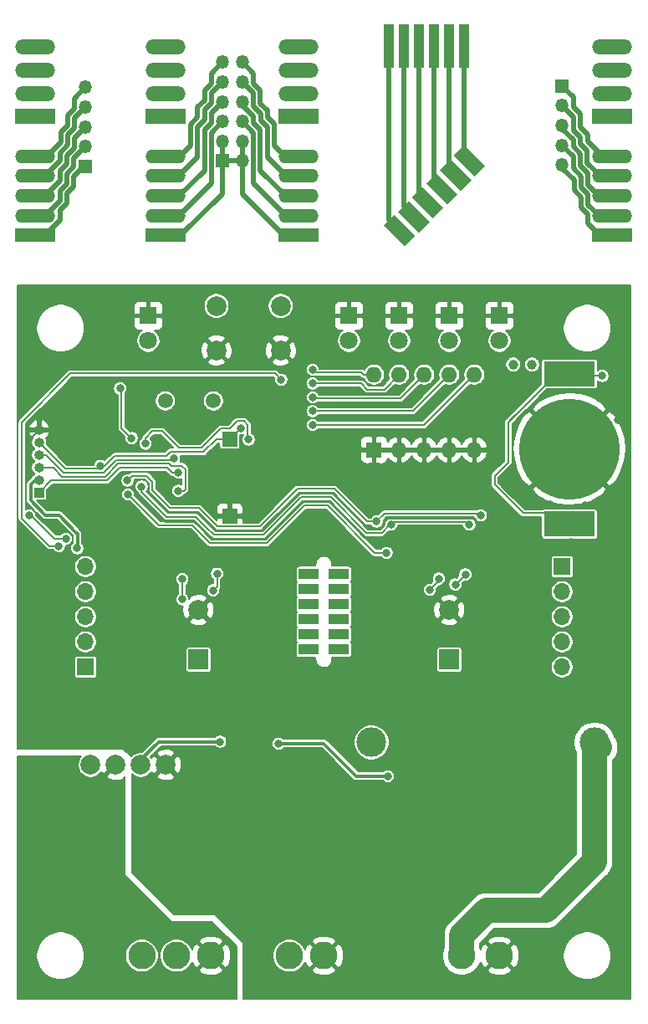
<source format=gtl>
G04 #@! TF.GenerationSoftware,KiCad,Pcbnew,5.1.12-84ad8e8a86~92~ubuntu16.04.1*
G04 #@! TF.CreationDate,2022-06-26T12:08:55+02:00*
G04 #@! TF.ProjectId,LedBar,4c656442-6172-42e6-9b69-6361645f7063,rev?*
G04 #@! TF.SameCoordinates,Original*
G04 #@! TF.FileFunction,Copper,L1,Top*
G04 #@! TF.FilePolarity,Positive*
%FSLAX46Y46*%
G04 Gerber Fmt 4.6, Leading zero omitted, Abs format (unit mm)*
G04 Created by KiCad (PCBNEW 5.1.12-84ad8e8a86~92~ubuntu16.04.1) date 2022-06-26 12:08:55*
%MOMM*%
%LPD*%
G01*
G04 APERTURE LIST*
G04 #@! TA.AperFunction,SMDPad,CuDef*
%ADD10C,10.200000*%
G04 #@! TD*
G04 #@! TA.AperFunction,SMDPad,CuDef*
%ADD11R,5.100000X2.500000*%
G04 #@! TD*
G04 #@! TA.AperFunction,ComponentPad*
%ADD12R,1.350000X1.350000*%
G04 #@! TD*
G04 #@! TA.AperFunction,ComponentPad*
%ADD13O,1.350000X1.350000*%
G04 #@! TD*
G04 #@! TA.AperFunction,ComponentPad*
%ADD14C,1.000000*%
G04 #@! TD*
G04 #@! TA.AperFunction,ComponentPad*
%ADD15C,1.800000*%
G04 #@! TD*
G04 #@! TA.AperFunction,ComponentPad*
%ADD16R,1.800000X1.800000*%
G04 #@! TD*
G04 #@! TA.AperFunction,ComponentPad*
%ADD17O,1.600000X1.600000*%
G04 #@! TD*
G04 #@! TA.AperFunction,ComponentPad*
%ADD18R,1.600000X1.600000*%
G04 #@! TD*
G04 #@! TA.AperFunction,ComponentPad*
%ADD19C,2.000000*%
G04 #@! TD*
G04 #@! TA.AperFunction,ComponentPad*
%ADD20R,2.000000X2.000000*%
G04 #@! TD*
G04 #@! TA.AperFunction,ComponentPad*
%ADD21O,1.700000X1.700000*%
G04 #@! TD*
G04 #@! TA.AperFunction,ComponentPad*
%ADD22R,1.700000X1.700000*%
G04 #@! TD*
G04 #@! TA.AperFunction,SMDPad,CuDef*
%ADD23R,1.500000X1.500000*%
G04 #@! TD*
G04 #@! TA.AperFunction,ComponentPad*
%ADD24C,1.500000*%
G04 #@! TD*
G04 #@! TA.AperFunction,ComponentPad*
%ADD25C,3.000000*%
G04 #@! TD*
G04 #@! TA.AperFunction,ComponentPad*
%ADD26C,2.800000*%
G04 #@! TD*
G04 #@! TA.AperFunction,ComponentPad*
%ADD27R,2.032000X1.070000*%
G04 #@! TD*
G04 #@! TA.AperFunction,ComponentPad*
%ADD28R,1.000000X1.000000*%
G04 #@! TD*
G04 #@! TA.AperFunction,ComponentPad*
%ADD29O,1.000000X1.000000*%
G04 #@! TD*
G04 #@! TA.AperFunction,SMDPad,CuDef*
%ADD30R,1.070000X4.413000*%
G04 #@! TD*
G04 #@! TA.AperFunction,SMDPad,CuDef*
%ADD31C,0.100000*%
G04 #@! TD*
G04 #@! TA.AperFunction,ComponentPad*
%ADD32O,4.050000X1.400000*%
G04 #@! TD*
G04 #@! TA.AperFunction,ComponentPad*
%ADD33R,4.050000X1.400000*%
G04 #@! TD*
G04 #@! TA.AperFunction,ComponentPad*
%ADD34R,4.050000X1.500000*%
G04 #@! TD*
G04 #@! TA.AperFunction,ComponentPad*
%ADD35O,4.050000X1.500000*%
G04 #@! TD*
G04 #@! TA.AperFunction,ViaPad*
%ADD36C,0.800000*%
G04 #@! TD*
G04 #@! TA.AperFunction,Conductor*
%ADD37C,0.350000*%
G04 #@! TD*
G04 #@! TA.AperFunction,Conductor*
%ADD38C,0.250000*%
G04 #@! TD*
G04 #@! TA.AperFunction,Conductor*
%ADD39C,0.200000*%
G04 #@! TD*
G04 #@! TA.AperFunction,Conductor*
%ADD40C,2.500000*%
G04 #@! TD*
G04 #@! TA.AperFunction,Conductor*
%ADD41C,0.500000*%
G04 #@! TD*
G04 #@! TA.AperFunction,Conductor*
%ADD42C,0.100000*%
G04 #@! TD*
G04 APERTURE END LIST*
D10*
X176000000Y-88420000D03*
D11*
X176000000Y-80820000D03*
X176000000Y-96020000D03*
D12*
X140859000Y-59276000D03*
D13*
X142859000Y-59276000D03*
X140859000Y-57276000D03*
X142859000Y-57276000D03*
X140859000Y-55276000D03*
X142859000Y-55276000D03*
X140859000Y-53276000D03*
X142859000Y-53276000D03*
X140859000Y-51276000D03*
X142859000Y-51276000D03*
X140859000Y-49276000D03*
X142859000Y-49276000D03*
D12*
X175260000Y-51689000D03*
D13*
X175260000Y-53689000D03*
X175260000Y-55689000D03*
X175260000Y-57689000D03*
X175260000Y-59689000D03*
D12*
X127000000Y-59816000D03*
D13*
X127000000Y-57816000D03*
X127000000Y-55816000D03*
X127000000Y-53816000D03*
X127000000Y-51816000D03*
D14*
X170312000Y-79883000D03*
X172212000Y-79883000D03*
D15*
X168910000Y-77470000D03*
D16*
X168910000Y-74930000D03*
D17*
X156210000Y-80899000D03*
X166370000Y-88519000D03*
X158750000Y-80899000D03*
X163830000Y-88519000D03*
X161290000Y-80899000D03*
X161290000Y-88519000D03*
X163830000Y-80899000D03*
X158750000Y-88519000D03*
X166370000Y-80899000D03*
D18*
X156210000Y-88519000D03*
D15*
X133350000Y-77470000D03*
D16*
X133350000Y-74930000D03*
D19*
X140260000Y-78450000D03*
X140260000Y-73950000D03*
X146760000Y-78450000D03*
X146760000Y-73950000D03*
D15*
X153670000Y-77470000D03*
D16*
X153670000Y-74930000D03*
D15*
X158750000Y-77470000D03*
D16*
X158750000Y-74930000D03*
D15*
X163830000Y-77470000D03*
D16*
X163830000Y-74930000D03*
D19*
X138430000Y-104728000D03*
D20*
X138430000Y-109728000D03*
D19*
X163830000Y-104728000D03*
D20*
X163830000Y-109728000D03*
D21*
X175260000Y-110490000D03*
X175260000Y-107950000D03*
X175260000Y-105410000D03*
X175260000Y-102870000D03*
D22*
X175260000Y-100330000D03*
D21*
X127000000Y-100330000D03*
X127000000Y-102870000D03*
X127000000Y-105410000D03*
X127000000Y-107950000D03*
D22*
X127000000Y-110490000D03*
D23*
X141605000Y-87413000D03*
X141605000Y-95213000D03*
D24*
X135074000Y-83566000D03*
X139954000Y-83566000D03*
D25*
X155956000Y-118110000D03*
X178556000Y-118110000D03*
D26*
X165100000Y-139700000D03*
X168910000Y-139700000D03*
X132700000Y-139700000D03*
X136200000Y-139700000D03*
X139700000Y-139700000D03*
D27*
X152654000Y-108712000D03*
X149606000Y-108712000D03*
X152654000Y-107188000D03*
X149606000Y-107188000D03*
X152654000Y-105664000D03*
X149606000Y-105664000D03*
X152654000Y-104140000D03*
X149606000Y-104140000D03*
X152654000Y-102616000D03*
X149606000Y-102616000D03*
X152654000Y-101092000D03*
X149606000Y-101092000D03*
D26*
X147630000Y-139700000D03*
X151130000Y-139700000D03*
D28*
X122301000Y-92837000D03*
D29*
X122301000Y-91567000D03*
X122301000Y-90297000D03*
X122301000Y-89027000D03*
X122301000Y-87757000D03*
X122301000Y-86487000D03*
D30*
X165354000Y-47672500D03*
X163830000Y-47672500D03*
X162306000Y-47672500D03*
X160782000Y-47672500D03*
X159258000Y-47672500D03*
X157734000Y-47672500D03*
G04 #@! TA.AperFunction,SMDPad,CuDef*
D31*
G36*
X167481398Y-59777602D02*
G01*
X166420738Y-60838262D01*
X164299418Y-58716942D01*
X165360078Y-57656282D01*
X167481398Y-59777602D01*
G37*
G04 #@! TD.AperFunction*
G04 #@! TA.AperFunction,SMDPad,CuDef*
G36*
X166067184Y-61191816D02*
G01*
X165006524Y-62252476D01*
X162885204Y-60131156D01*
X163945864Y-59070496D01*
X166067184Y-61191816D01*
G37*
G04 #@! TD.AperFunction*
G04 #@! TA.AperFunction,SMDPad,CuDef*
G36*
X164652971Y-62606029D02*
G01*
X163592311Y-63666689D01*
X161470991Y-61545369D01*
X162531651Y-60484709D01*
X164652971Y-62606029D01*
G37*
G04 #@! TD.AperFunction*
G04 #@! TA.AperFunction,SMDPad,CuDef*
G36*
X163238757Y-64020243D02*
G01*
X162178097Y-65080903D01*
X160056777Y-62959583D01*
X161117437Y-61898923D01*
X163238757Y-64020243D01*
G37*
G04 #@! TD.AperFunction*
G04 #@! TA.AperFunction,SMDPad,CuDef*
G36*
X161824543Y-65434456D02*
G01*
X160763883Y-66495116D01*
X158642563Y-64373796D01*
X159703223Y-63313136D01*
X161824543Y-65434456D01*
G37*
G04 #@! TD.AperFunction*
G04 #@! TA.AperFunction,SMDPad,CuDef*
G36*
X160410330Y-66848670D02*
G01*
X159349670Y-67909330D01*
X157228350Y-65788010D01*
X158289010Y-64727350D01*
X160410330Y-66848670D01*
G37*
G04 #@! TD.AperFunction*
D32*
X121920000Y-60802000D03*
X121920000Y-64802000D03*
X121920000Y-62802000D03*
D33*
X121920000Y-66802000D03*
D32*
X121920000Y-58802000D03*
D34*
X121920000Y-54752000D03*
D35*
X121920000Y-52422000D03*
X121920000Y-50082000D03*
X121920000Y-47752000D03*
D32*
X135128000Y-58802000D03*
D33*
X135128000Y-66802000D03*
D32*
X135128000Y-62802000D03*
X135128000Y-64802000D03*
X135128000Y-60802000D03*
X148590000Y-58802000D03*
X148590000Y-60802000D03*
X148590000Y-62802000D03*
X148590000Y-64802000D03*
D33*
X148590000Y-66802000D03*
D35*
X135128000Y-47752000D03*
X135128000Y-50082000D03*
X135128000Y-52422000D03*
D34*
X135128000Y-54752000D03*
X148590000Y-54752000D03*
D35*
X148590000Y-52422000D03*
X148590000Y-50082000D03*
X148590000Y-47752000D03*
D33*
X180340000Y-66802000D03*
D32*
X180340000Y-64802000D03*
X180340000Y-62802000D03*
X180340000Y-60802000D03*
X180340000Y-58802000D03*
D35*
X180340000Y-47752000D03*
X180340000Y-50082000D03*
X180340000Y-52422000D03*
D34*
X180340000Y-54752000D03*
D19*
X127508000Y-120396000D03*
X130048000Y-120396000D03*
X132588000Y-120396000D03*
X135128000Y-120396000D03*
D36*
X157607000Y-121539000D03*
X126149960Y-98468016D03*
X140615782Y-118041456D03*
X146558000Y-118237000D03*
X159766000Y-117348000D03*
X162052000Y-118872000D03*
X174117000Y-143256000D03*
X181356000Y-143256000D03*
X174498000Y-131064000D03*
X162560000Y-121412000D03*
X162306000Y-134620000D03*
X172593000Y-124968000D03*
X172466000Y-132842000D03*
X164973000Y-122936000D03*
X131972100Y-118872000D03*
X132207000Y-131191000D03*
X135445500Y-126873000D03*
X132080000Y-125095000D03*
X147129500Y-126111000D03*
X145923000Y-131445000D03*
X145034000Y-137287000D03*
X143764000Y-121666000D03*
X140970000Y-134620000D03*
X120904000Y-118110000D03*
X143637000Y-143256000D03*
X164846000Y-143256000D03*
X154940000Y-143256000D03*
X181356000Y-127381000D03*
X133159500Y-101409500D03*
X133159500Y-105092500D03*
X133159500Y-108775500D03*
X133159500Y-112458500D03*
X143954500Y-99504500D03*
X143954500Y-103187500D03*
X143954500Y-106870500D03*
X143954500Y-110553500D03*
X158305500Y-112458500D03*
X158305500Y-108775500D03*
X158305500Y-105092500D03*
X158305500Y-101409500D03*
X169100500Y-103187500D03*
X169100500Y-106870500D03*
X169100500Y-109347000D03*
X163556626Y-98126874D03*
X153987500Y-93218000D03*
X153416000Y-97536000D03*
X162687000Y-93472000D03*
X165989000Y-94225489D03*
X132715000Y-96647000D03*
X136705389Y-84486664D03*
X129921000Y-83693000D03*
X137287000Y-80010000D03*
X139954000Y-94854419D03*
X137482079Y-96812667D03*
X139417274Y-85979000D03*
X144272000Y-84455000D03*
X141224000Y-90627200D03*
X134391400Y-87320002D03*
X125349000Y-89662000D03*
X134462014Y-92307433D03*
X136001235Y-91724999D03*
X136906000Y-87376000D03*
X136963976Y-89446327D03*
X126746000Y-81915000D03*
X123190000Y-81280000D03*
X181356000Y-72644000D03*
X120904000Y-72644000D03*
X181800500Y-86931500D03*
X181356000Y-99187000D03*
X181356000Y-112522000D03*
X151257000Y-72644000D03*
X161798000Y-72644000D03*
X172720000Y-72644000D03*
X174053500Y-94020000D03*
X177571400Y-94107000D03*
X171450000Y-95758000D03*
X179019200Y-83261200D03*
X146050000Y-116840000D03*
X167788378Y-120671378D03*
X180883560Y-85476080D03*
X178971401Y-93853000D03*
X176160011Y-97870002D03*
X176149000Y-123571000D03*
X158877000Y-125095000D03*
X158750000Y-135636000D03*
X160782000Y-132969000D03*
X156718000Y-132969000D03*
X158750000Y-130429000D03*
X150622000Y-129667000D03*
X148844000Y-86360000D03*
X151387471Y-91754378D03*
X145034000Y-94854419D03*
X126492000Y-92710000D03*
X124249969Y-92329000D03*
X131445000Y-80010000D03*
X137795000Y-86360000D03*
X151701500Y-95377000D03*
X169100500Y-99504500D03*
X171323000Y-82042000D03*
X168910000Y-86868000D03*
X169113200Y-91490800D03*
X171475400Y-93878400D03*
X167614600Y-91541600D03*
X120904000Y-97028000D03*
X120904000Y-83820000D03*
X120904000Y-107442000D03*
X141986000Y-72644000D03*
X131572000Y-72644000D03*
X172466000Y-116078000D03*
X170688000Y-113538000D03*
X154686000Y-115824000D03*
X129540000Y-86360000D03*
X148844000Y-90170000D03*
X150368000Y-121412000D03*
X154432000Y-126492000D03*
X140716000Y-125222000D03*
X140970000Y-133096000D03*
X129540000Y-126873000D03*
X126111000Y-134366000D03*
X123571000Y-124841000D03*
X141605000Y-143256000D03*
X131318000Y-143256000D03*
X120904000Y-120142000D03*
X120904000Y-129413000D03*
X120904000Y-143256000D03*
X133096000Y-135128000D03*
X146812000Y-81407000D03*
X124299949Y-98239104D03*
X128487960Y-90120414D03*
X142705001Y-86296500D03*
X143510000Y-87466000D03*
X149987000Y-85991004D03*
X133066229Y-87880848D03*
X149987000Y-84591003D03*
X150007863Y-83191002D03*
X149987000Y-81791001D03*
X149987000Y-80391000D03*
X161861500Y-102679500D03*
X162771000Y-101539524D03*
X136800001Y-101600000D03*
X136800001Y-103638477D03*
X140313999Y-101046600D03*
X139913989Y-102727777D03*
X165459999Y-101117185D03*
X164452519Y-102135658D03*
X157924500Y-96075500D03*
X165862000Y-96075499D03*
X132662003Y-92219989D03*
X156464000Y-95758000D03*
X167035092Y-95150284D03*
X131240449Y-91618078D03*
X157480000Y-98933000D03*
X131292725Y-93018079D03*
X124994016Y-97519192D03*
X121267641Y-95140359D03*
X130492500Y-82296000D03*
X131649175Y-87316771D03*
X179324000Y-81019990D03*
X136382801Y-92649341D03*
X136402345Y-90808968D03*
X135964527Y-89413086D03*
D37*
X132588000Y-120269000D02*
X132588000Y-120396000D01*
X121895998Y-91567000D02*
X122301000Y-91567000D01*
X126149960Y-98468016D02*
X126149960Y-98071015D01*
X126149960Y-98071015D02*
X126169027Y-98051948D01*
X126169027Y-98051948D02*
X126169027Y-96986436D01*
X121425999Y-93637001D02*
X121425999Y-92036999D01*
X121425999Y-92036999D02*
X121895998Y-91567000D01*
X121425999Y-93637001D02*
X122911998Y-95123000D01*
X124305592Y-95123000D02*
X125970296Y-96787704D01*
X122911998Y-95123000D02*
X124305592Y-95123000D01*
X126169027Y-96986436D02*
X125970296Y-96787704D01*
X140615782Y-118041456D02*
X134434544Y-118041456D01*
X132588000Y-119888000D02*
X132588000Y-120396000D01*
X134434544Y-118041456D02*
X132588000Y-119888000D01*
X154432000Y-121539000D02*
X157607000Y-121539000D01*
X146558000Y-118237000D02*
X151130000Y-118237000D01*
X151130000Y-118237000D02*
X154432000Y-121539000D01*
D38*
X158088499Y-95350499D02*
X166095997Y-95350499D01*
X158272501Y-95350499D02*
X158088499Y-95350499D01*
X166210001Y-95350498D02*
X166587001Y-95727498D01*
X166095997Y-95350499D02*
X166210001Y-95350498D01*
D39*
X135025479Y-95687656D02*
X132334000Y-92996177D01*
X132334000Y-92996177D02*
X131962003Y-92624180D01*
X130904447Y-92318078D02*
X130956724Y-92318078D01*
X131960085Y-92318079D02*
X131962003Y-92319997D01*
X130904448Y-92318079D02*
X131960085Y-92318079D01*
X131962003Y-92319997D02*
X131962003Y-92624180D01*
X130904447Y-92318078D02*
X130904448Y-92318079D01*
X134285408Y-87214010D02*
X134391400Y-87320002D01*
X131962003Y-91883987D02*
X131962003Y-92319997D01*
D38*
X144806244Y-96688011D02*
X140150536Y-96688011D01*
X157189001Y-95737997D02*
X157189001Y-96106001D01*
X148614867Y-92879388D02*
X144806244Y-96688011D01*
X157576499Y-95350499D02*
X157189001Y-95737997D01*
X152011832Y-92879388D02*
X148614867Y-92879388D01*
X156812001Y-96483001D02*
X155615445Y-96483001D01*
X157189001Y-96106001D02*
X156812001Y-96483001D01*
X140150536Y-96688011D02*
X138300161Y-94837636D01*
X155615445Y-96483001D02*
X152011832Y-92879388D01*
X138300161Y-94837636D02*
X135377567Y-94837636D01*
X158088499Y-95350499D02*
X157576499Y-95350499D01*
X135377567Y-94837636D02*
X133247463Y-92707532D01*
D39*
X132998004Y-91519988D02*
X132326002Y-91519988D01*
X132326002Y-91519988D02*
X131962003Y-91883987D01*
X133247463Y-92707532D02*
X133247463Y-92670531D01*
X133362004Y-92555990D02*
X133362004Y-91883988D01*
X133247463Y-92670531D02*
X133362004Y-92555990D01*
X133362004Y-91883988D02*
X132998004Y-91519988D01*
X136961998Y-89444349D02*
X136963976Y-89446327D01*
X136961998Y-89176011D02*
X136961998Y-89444349D01*
D38*
X155263357Y-97333021D02*
X151659744Y-93729408D01*
X151659744Y-93729408D02*
X148966955Y-93729408D01*
X137948073Y-95687656D02*
X135025479Y-95687656D01*
X139798448Y-97538031D02*
X137948073Y-95687656D01*
X148966955Y-93729408D02*
X145158332Y-97538031D01*
X145158332Y-97538031D02*
X139798448Y-97538031D01*
X171616998Y-95758000D02*
X171450000Y-95758000D01*
X137795000Y-86360000D02*
X137795000Y-86487000D01*
D39*
X120950989Y-87837011D02*
X120950989Y-93833756D01*
X122301000Y-86487000D02*
X120950989Y-87837011D01*
X125449959Y-98132015D02*
X125449959Y-98804017D01*
X125694017Y-97887957D02*
X125449959Y-98132015D01*
X120950989Y-93833756D02*
X122715243Y-95598010D01*
X124108836Y-95598010D02*
X125694017Y-97183191D01*
X122715243Y-95598010D02*
X124108836Y-95598010D01*
X125694017Y-97183191D02*
X125694017Y-97887957D01*
D38*
X134391400Y-87320002D02*
X134260408Y-87189010D01*
D39*
X123330384Y-98239104D02*
X124299949Y-98239104D01*
X120550979Y-95459699D02*
X123330384Y-98239104D01*
X146812000Y-81407000D02*
X146177000Y-80772000D01*
X146177000Y-80772000D02*
X125476000Y-80772000D01*
X125476000Y-80772000D02*
X120550979Y-85697021D01*
X120550979Y-85697021D02*
X120550979Y-95459699D01*
D40*
X165100000Y-137668000D02*
X165100000Y-139700000D01*
X167640000Y-135128000D02*
X165100000Y-137668000D01*
X178556000Y-130188002D02*
X178556000Y-118110000D01*
X173616002Y-135128000D02*
X178556000Y-130188002D01*
X167640000Y-135128000D02*
X173616002Y-135128000D01*
X178556000Y-118110000D02*
X179070000Y-118624000D01*
D39*
X141605000Y-87413000D02*
X141605000Y-87376000D01*
X128187969Y-90420405D02*
X128487960Y-90120414D01*
X124964405Y-90420405D02*
X128187969Y-90420405D01*
X122301000Y-87757000D02*
X124964405Y-90420405D01*
X141605000Y-87396501D02*
X142705001Y-86296500D01*
X141605000Y-87413000D02*
X141605000Y-87396501D01*
X138928614Y-88713085D02*
X140228698Y-87413000D01*
X135568915Y-88713085D02*
X138928614Y-88713085D01*
X135166018Y-89115982D02*
X135568915Y-88713085D01*
X128487960Y-90120414D02*
X128958263Y-90120414D01*
X128958263Y-90120414D02*
X129962697Y-89115980D01*
X140228698Y-87413000D02*
X141605000Y-87413000D01*
X129962697Y-89115980D02*
X135166016Y-89115980D01*
X135166016Y-89115980D02*
X135166018Y-89115982D01*
X161277996Y-85991004D02*
X166370000Y-80899000D01*
X149987000Y-85991004D02*
X161277996Y-85991004D01*
X141605499Y-86360000D02*
X142369000Y-85596499D01*
X143041002Y-85596499D02*
X143405001Y-85960498D01*
X143405001Y-85960498D02*
X143405001Y-87466000D01*
X142369000Y-85596499D02*
X143041002Y-85596499D01*
X140716000Y-86360000D02*
X141605499Y-86360000D01*
X138762925Y-88313075D02*
X140716000Y-86360000D01*
X136420475Y-88313075D02*
X134727401Y-86620001D01*
X138762925Y-88313075D02*
X136420475Y-88313075D01*
X133761391Y-86620001D02*
X134727401Y-86620001D01*
X133066229Y-87315163D02*
X133761391Y-86620001D01*
X133066229Y-87315163D02*
X133066229Y-87880848D01*
X160137997Y-84591003D02*
X163830000Y-80899000D01*
X149987000Y-84591003D02*
X160137997Y-84591003D01*
X150007863Y-83191002D02*
X150015892Y-83199031D01*
X161290000Y-80899000D02*
X158877000Y-83312000D01*
X150128861Y-83312000D02*
X150007863Y-83191002D01*
X158877000Y-83312000D02*
X150128861Y-83312000D01*
X154908301Y-81791001D02*
X149987000Y-81791001D01*
X158750000Y-80899000D02*
X157249989Y-82399011D01*
X155516310Y-82399011D02*
X154908301Y-81791001D01*
X157249989Y-82399011D02*
X155516310Y-82399011D01*
X149987000Y-80518000D02*
X150159991Y-80690991D01*
X149987000Y-80391000D02*
X149987000Y-80518000D01*
X155147697Y-80899000D02*
X156210000Y-80899000D01*
X154939688Y-80690991D02*
X155147697Y-80899000D01*
X150159991Y-80690991D02*
X154939688Y-80690991D01*
X162771000Y-101770000D02*
X161861500Y-102679500D01*
X162771000Y-101539524D02*
X162771000Y-101770000D01*
X136800001Y-101600000D02*
X136800001Y-103638477D01*
X140313999Y-102327767D02*
X139913989Y-102727777D01*
X140313999Y-101046600D02*
X140313999Y-102327767D01*
X164452519Y-102124665D02*
X165459999Y-101117185D01*
X164452519Y-102135658D02*
X164452519Y-102124665D01*
X158033991Y-95966009D02*
X157924500Y-96075500D01*
X157924500Y-96075500D02*
X157988000Y-96075500D01*
X157988000Y-96075500D02*
X158287991Y-95775509D01*
X158287991Y-95775509D02*
X165518665Y-95775509D01*
X165562010Y-95775509D02*
X165862000Y-96075499D01*
X165518665Y-95775509D02*
X165562010Y-95775509D01*
X139265911Y-96404440D02*
X139265909Y-96404438D01*
X138124117Y-95262646D02*
X139265911Y-96404440D01*
X136075833Y-95262646D02*
X138124117Y-95262646D01*
X135201523Y-95262646D02*
X136144000Y-95262646D01*
X135201523Y-95262646D02*
X132664601Y-92725724D01*
X132664601Y-92222587D02*
X132662003Y-92219989D01*
X132664601Y-92725724D02*
X132664601Y-92222587D01*
X139974492Y-97113021D02*
X139265911Y-96404440D01*
X144982288Y-97113021D02*
X139974492Y-97113021D01*
X148790911Y-93304398D02*
X144982288Y-97113021D01*
X157924500Y-96075500D02*
X157820556Y-96075500D01*
X151835788Y-93304398D02*
X148790911Y-93304398D01*
X157820556Y-96075500D02*
X156988045Y-96908011D01*
X156988045Y-96908011D02*
X155439401Y-96908011D01*
X155439401Y-96908011D02*
X151835788Y-93304398D01*
X157296511Y-94925489D02*
X166743989Y-94925489D01*
X156464000Y-95758000D02*
X157296511Y-94925489D01*
X166810297Y-94925489D02*
X167035092Y-95150284D01*
X166743989Y-94925489D02*
X166810297Y-94925489D01*
X136075833Y-94412626D02*
X136652000Y-94412626D01*
X133762013Y-92621028D02*
X135553611Y-94412626D01*
X131240449Y-91618078D02*
X131738549Y-91119978D01*
X131738549Y-91119978D02*
X133163693Y-91119978D01*
X133163693Y-91119978D02*
X133762014Y-91718299D01*
X135553611Y-94412626D02*
X136075833Y-94412626D01*
X133762014Y-91718299D02*
X133762013Y-92621028D01*
X155491498Y-95758000D02*
X156464000Y-95758000D01*
X152187876Y-92454378D02*
X155491498Y-95758000D01*
X148438823Y-92454378D02*
X152187876Y-92454378D01*
X136427921Y-94412626D02*
X138476205Y-94412626D01*
X140326580Y-96263001D02*
X144630200Y-96263001D01*
X138476205Y-94412626D02*
X140326580Y-96263001D01*
X144630200Y-96263001D02*
X148438823Y-92454378D01*
X131292725Y-92977439D02*
X131420199Y-93104913D01*
X135723745Y-96112666D02*
X137260666Y-96112666D01*
X137260666Y-96112666D02*
X137059334Y-96112666D01*
X134849435Y-96112666D02*
X134849433Y-96112664D01*
X135723745Y-96112666D02*
X134849435Y-96112666D01*
X134387312Y-96112666D02*
X134849435Y-96112666D01*
X131292725Y-93018079D02*
X134387312Y-96112666D01*
X156262282Y-98933000D02*
X157480000Y-98933000D01*
X151483700Y-94154418D02*
X156262282Y-98933000D01*
X149142999Y-94154418D02*
X151483700Y-94154418D01*
X137260666Y-96112666D02*
X137772029Y-96112666D01*
X137772029Y-96112666D02*
X139622404Y-97963041D01*
X139622404Y-97963041D02*
X145334376Y-97963041D01*
X145334376Y-97963041D02*
X149142999Y-94154418D01*
X124994016Y-97519192D02*
X123808192Y-97519192D01*
X121429359Y-95140359D02*
X121267641Y-95140359D01*
X123808192Y-97519192D02*
X121429359Y-95140359D01*
X130621001Y-82424501D02*
X130492500Y-82296000D01*
X131649175Y-87316771D02*
X130632200Y-86299796D01*
X130632200Y-82435700D02*
X130492500Y-82296000D01*
X130632200Y-86299796D02*
X130632200Y-82435700D01*
X176199990Y-81019990D02*
X176000000Y-80820000D01*
X179350000Y-81019990D02*
X176199990Y-81019990D01*
X175017498Y-96020000D02*
X176000000Y-96020000D01*
X176000000Y-80820000D02*
X174700000Y-80820000D01*
X169924499Y-85595501D02*
X171384500Y-84135500D01*
X174700000Y-80820000D02*
X171384500Y-84135500D01*
X175037999Y-95057999D02*
X176000000Y-96020000D01*
X174899800Y-94919800D02*
X176000000Y-96020000D01*
X171297600Y-94919800D02*
X174899800Y-94919800D01*
X168413199Y-92035399D02*
X171297600Y-94919800D01*
X169799000Y-89768998D02*
X168413199Y-91154799D01*
X171384500Y-84135500D02*
X169799000Y-85721000D01*
X169799000Y-85721000D02*
X169799000Y-89768998D01*
X168413199Y-91154799D02*
X168413199Y-92035399D01*
D41*
X165354000Y-58710864D02*
X165890408Y-59247272D01*
X165354000Y-47371000D02*
X165354000Y-58710864D01*
X163830000Y-60015292D02*
X164476194Y-60661486D01*
X163830000Y-47371000D02*
X163830000Y-60015292D01*
X162306000Y-61319718D02*
X163061981Y-62075699D01*
X162306000Y-47371000D02*
X162306000Y-61319718D01*
X160782000Y-62624146D02*
X161647767Y-63489913D01*
X160782000Y-47371000D02*
X160782000Y-62624146D01*
X159258000Y-63928573D02*
X160233553Y-64904126D01*
X159258000Y-47371000D02*
X159258000Y-63928573D01*
X157734000Y-65233000D02*
X158819340Y-66318340D01*
X157734000Y-47371000D02*
X157734000Y-65233000D01*
X122871359Y-66802000D02*
X124395010Y-65278349D01*
X121920000Y-66802000D02*
X122871359Y-66802000D01*
X124395010Y-64268311D02*
X125095020Y-63568302D01*
X124395010Y-65278349D02*
X124395010Y-64268311D01*
X125095020Y-62558264D02*
X125795030Y-61858255D01*
X125095020Y-63568302D02*
X125095020Y-62558264D01*
X125795030Y-61858255D02*
X125795030Y-60848217D01*
X126827247Y-59816000D02*
X127000000Y-59816000D01*
X125795030Y-60848217D02*
X126827247Y-59816000D01*
X122871359Y-64802000D02*
X124395010Y-63278349D01*
X121920000Y-64802000D02*
X122871359Y-64802000D01*
X124395010Y-63278349D02*
X124395010Y-62268311D01*
X124395010Y-62268311D02*
X125095020Y-61568302D01*
X125095020Y-60558264D02*
X125795030Y-59858255D01*
X125095020Y-61568302D02*
X125095020Y-60558264D01*
X125795030Y-59020970D02*
X127000000Y-57816000D01*
X125795030Y-59858255D02*
X125795030Y-59020970D01*
X125874999Y-57951039D02*
X125874999Y-56941001D01*
X125095020Y-58731018D02*
X125874999Y-57951039D01*
X125095020Y-59568302D02*
X125095020Y-58731018D01*
X121920000Y-62802000D02*
X122871359Y-62802000D01*
X124395010Y-61278349D02*
X124395010Y-60268311D01*
X122871359Y-62802000D02*
X124395010Y-61278349D01*
X125874999Y-56941001D02*
X127000000Y-55816000D01*
X124395010Y-60268311D02*
X125095020Y-59568302D01*
X127000000Y-53816000D02*
X125874999Y-54941001D01*
X124395010Y-58441066D02*
X124395010Y-59278349D01*
X125174989Y-57661087D02*
X124395010Y-58441066D01*
X124395010Y-59278349D02*
X122871359Y-60802000D01*
X125174989Y-56651048D02*
X125174989Y-57661087D01*
X122871359Y-60802000D02*
X121920000Y-60802000D01*
X125874999Y-54941001D02*
X125874999Y-55951039D01*
X125874999Y-55951039D02*
X125174989Y-56651048D01*
X127000000Y-51816000D02*
X125874999Y-52941001D01*
X124474979Y-56361095D02*
X124474979Y-57371135D01*
X124474979Y-57371135D02*
X123044114Y-58802000D01*
X123044114Y-58802000D02*
X121920000Y-58802000D01*
X125174989Y-54651048D02*
X125174989Y-55661086D01*
X125174989Y-55661086D02*
X124474979Y-56361095D01*
X125874999Y-52941001D02*
X125874999Y-53951039D01*
X125874999Y-53951039D02*
X125174989Y-54651048D01*
X142859000Y-57276000D02*
X142859000Y-59276000D01*
X142859000Y-59276000D02*
X142859000Y-62595000D01*
X147066000Y-66802000D02*
X148590000Y-66802000D01*
X142859000Y-62595000D02*
X147066000Y-66802000D01*
X140859000Y-57276000D02*
X140859000Y-57276000D01*
X136652000Y-66802000D02*
X135128000Y-66802000D01*
X140859000Y-57276000D02*
X140859000Y-62595000D01*
X140859000Y-62595000D02*
X136652000Y-66802000D01*
X142859000Y-59276000D02*
X140859000Y-59276000D01*
X140859000Y-55276000D02*
X140859000Y-55276000D01*
X139733999Y-56401001D02*
X139733999Y-61561001D01*
X136493000Y-64802000D02*
X135128000Y-64802000D01*
X139733999Y-61561001D02*
X136493000Y-64802000D01*
X140859000Y-55276000D02*
X139733999Y-56401001D01*
X140859000Y-53276000D02*
X140859000Y-53276000D01*
X140859000Y-53276000D02*
X139733999Y-54401001D01*
X139033989Y-56111048D02*
X139033989Y-60221011D01*
X139033989Y-60221011D02*
X136453000Y-62802000D01*
X136453000Y-62802000D02*
X135128000Y-62802000D01*
X139733999Y-54401001D02*
X139733999Y-55411039D01*
X139733999Y-55411039D02*
X139033989Y-56111048D01*
X140859000Y-51276000D02*
X140835000Y-51300000D01*
X140835000Y-51300000D02*
X139733999Y-52401001D01*
X138333979Y-55821095D02*
X138333979Y-58921021D01*
X138333979Y-58921021D02*
X136453000Y-60802000D01*
X136453000Y-60802000D02*
X135128000Y-60802000D01*
X139033989Y-54111048D02*
X139033989Y-55121086D01*
X139033989Y-55121086D02*
X138333979Y-55821095D01*
X139733999Y-52401001D02*
X139733999Y-53411039D01*
X139733999Y-53411039D02*
X139033989Y-54111048D01*
X140859000Y-49276000D02*
X139733999Y-50401001D01*
X137603001Y-57722999D02*
X136524000Y-58802000D01*
X136524000Y-58802000D02*
X135128000Y-58802000D01*
X138333979Y-53821096D02*
X138333979Y-54831133D01*
X138333979Y-54831133D02*
X137603001Y-55562111D01*
X137603001Y-55562111D02*
X137603001Y-57722999D01*
X139033989Y-52111048D02*
X139033989Y-53121086D01*
X139033989Y-53121086D02*
X138333979Y-53821096D01*
X139733999Y-50401001D02*
X139733999Y-51411039D01*
X139733999Y-51411039D02*
X139033989Y-52111048D01*
X142859000Y-49276000D02*
X143984001Y-50401001D01*
X146084031Y-57692031D02*
X147194000Y-58802000D01*
X147194000Y-58802000D02*
X148590000Y-58802000D01*
X146084031Y-55531142D02*
X146084031Y-57692031D01*
X145418020Y-54190093D02*
X145418020Y-54865132D01*
X145418020Y-54865132D02*
X146084031Y-55531142D01*
X144684011Y-52111048D02*
X144684011Y-53456085D01*
X144684011Y-53456085D02*
X145418020Y-54190093D01*
X143984001Y-50401001D02*
X143984001Y-51411039D01*
X143984001Y-51411039D02*
X144684011Y-52111048D01*
X142859000Y-51276000D02*
X143984001Y-52401001D01*
X145384021Y-55821095D02*
X145384021Y-58921021D01*
X145384021Y-58921021D02*
X147265000Y-60802000D01*
X147265000Y-60802000D02*
X148590000Y-60802000D01*
X144718010Y-55155084D02*
X145384021Y-55821095D01*
X143984001Y-52401001D02*
X143984001Y-53746037D01*
X143984001Y-53746037D02*
X144718010Y-54480046D01*
X144718010Y-54480046D02*
X144718010Y-55155084D01*
X144018000Y-54769998D02*
X144018000Y-55445038D01*
X142859000Y-53276000D02*
X142859000Y-53610998D01*
X144684011Y-56111048D02*
X144684011Y-60221011D01*
X144684011Y-60221011D02*
X147265000Y-62802000D01*
X147265000Y-62802000D02*
X148590000Y-62802000D01*
X144018000Y-55445038D02*
X144684011Y-56111048D01*
X142859000Y-53276000D02*
X142859000Y-53276000D01*
X142859000Y-53610998D02*
X144018000Y-54769998D01*
X142859000Y-55276000D02*
X143984001Y-56401001D01*
X143984001Y-56401001D02*
X143984001Y-61521001D01*
X147265000Y-64802000D02*
X148590000Y-64802000D01*
X143984001Y-61521001D02*
X147265000Y-64802000D01*
X176464970Y-62239896D02*
X177164980Y-62939906D01*
X177164980Y-63981943D02*
X177864990Y-64681952D01*
X176464970Y-61197856D02*
X176464970Y-62239896D01*
X175260000Y-59992886D02*
X176464970Y-61197856D01*
X175260000Y-59689000D02*
X175260000Y-59992886D01*
X177164980Y-62939906D02*
X177164980Y-63981943D01*
X177864990Y-64681952D02*
X177864990Y-65596990D01*
X179070000Y-66802000D02*
X180340000Y-66802000D01*
X177864990Y-65596990D02*
X179070000Y-66802000D01*
X177864990Y-62649951D02*
X177864990Y-63691989D01*
X177864990Y-63691989D02*
X178848001Y-64675000D01*
X178848001Y-64675000D02*
X180340000Y-64675000D01*
X176385001Y-60024925D02*
X177164980Y-60804904D01*
X175260000Y-57702001D02*
X176385001Y-58827002D01*
X176385001Y-58827002D02*
X176385001Y-60024925D01*
X175260000Y-57689000D02*
X175260000Y-57702001D01*
X177164980Y-60804904D02*
X177164980Y-61949941D01*
X177164980Y-61949941D02*
X177864990Y-62649951D01*
X175260000Y-56023998D02*
X176385001Y-57148999D01*
X177864990Y-61659989D02*
X178880001Y-62675000D01*
X178880001Y-62675000D02*
X180340000Y-62675000D01*
X177864990Y-60514952D02*
X177864990Y-61659989D01*
X176385001Y-57148999D02*
X176385001Y-57837039D01*
X176385001Y-57837039D02*
X177085011Y-58537048D01*
X177085011Y-58537048D02*
X177085011Y-59734973D01*
X177085011Y-59734973D02*
X177864990Y-60514952D01*
X175260000Y-55689000D02*
X175260000Y-56023998D01*
X177115411Y-56889446D02*
X176385001Y-56159037D01*
X177800000Y-58262076D02*
X177115411Y-57577487D01*
X177800000Y-59460000D02*
X177800000Y-58262076D01*
X176385001Y-56159037D02*
X176385001Y-54814001D01*
X179015000Y-60675000D02*
X177800000Y-59460000D01*
X176385001Y-54814001D02*
X175260000Y-53689000D01*
X180340000Y-60675000D02*
X179015000Y-60675000D01*
X177115411Y-57577487D02*
X177115411Y-56889446D01*
X175260000Y-51689000D02*
X176385001Y-52814001D01*
X176385001Y-53824039D02*
X177085011Y-54524048D01*
X176385001Y-52814001D02*
X176385001Y-53824039D01*
X179202886Y-58675000D02*
X180340000Y-58675000D01*
X177815421Y-57287535D02*
X179202886Y-58675000D01*
X177085011Y-54524048D02*
X177085011Y-55869083D01*
X177815421Y-56599493D02*
X177815421Y-57287535D01*
X177085011Y-55869083D02*
X177815421Y-56599493D01*
D39*
X122301000Y-90297000D02*
X122555000Y-90297000D01*
X136948486Y-92649341D02*
X136382801Y-92649341D01*
X136738346Y-90108967D02*
X137102345Y-90472966D01*
X136062223Y-90113088D02*
X136066344Y-90108967D01*
X135654505Y-90113088D02*
X136062223Y-90113088D01*
X137102345Y-92495482D02*
X136948486Y-92649341D01*
X122301000Y-90297000D02*
X123689602Y-90297000D01*
X137102345Y-90472966D02*
X137102345Y-92495482D01*
X136066344Y-90108967D02*
X136738346Y-90108967D01*
X135457417Y-89916000D02*
X135654505Y-90113088D01*
X123709604Y-90297000D02*
X123689602Y-90297000D01*
X135457417Y-89916000D02*
X130294074Y-89916000D01*
X130294074Y-89916000D02*
X128989650Y-91220425D01*
X128989650Y-91220425D02*
X124633029Y-91220425D01*
X124633029Y-91220425D02*
X123709604Y-90297000D01*
X135784686Y-90808967D02*
X136402345Y-90808968D01*
X135291728Y-90316010D02*
X135784686Y-90808967D01*
X135291728Y-90316010D02*
X130459763Y-90316010D01*
X130459763Y-90316010D02*
X129155339Y-91620435D01*
X123517565Y-91620435D02*
X122301000Y-92837000D01*
X129155339Y-91620435D02*
X123517565Y-91620435D01*
X135861623Y-89515990D02*
X135964527Y-89413086D01*
X124798717Y-90820415D02*
X123005302Y-89027000D01*
X128823961Y-90820415D02*
X124798717Y-90820415D01*
X128823961Y-90820415D02*
X130128386Y-89515990D01*
X130128386Y-89515990D02*
X135861623Y-89515990D01*
X122301000Y-89027000D02*
X123005302Y-89027000D01*
X182145000Y-144045000D02*
X142975000Y-144045000D01*
X142975000Y-139532565D01*
X145930000Y-139532565D01*
X145930000Y-139867435D01*
X145995330Y-140195872D01*
X146123479Y-140505252D01*
X146309523Y-140783687D01*
X146546313Y-141020477D01*
X146824748Y-141206521D01*
X147134128Y-141334670D01*
X147462565Y-141400000D01*
X147797435Y-141400000D01*
X148125872Y-141334670D01*
X148435252Y-141206521D01*
X148559272Y-141123653D01*
X149924136Y-141123653D01*
X150072065Y-141418124D01*
X150427583Y-141591504D01*
X150810094Y-141692194D01*
X151204898Y-141716325D01*
X151596824Y-141662970D01*
X151970811Y-141534180D01*
X152187935Y-141418124D01*
X152335864Y-141123653D01*
X151130000Y-139917789D01*
X149924136Y-141123653D01*
X148559272Y-141123653D01*
X148713687Y-141020477D01*
X148950477Y-140783687D01*
X149136521Y-140505252D01*
X149216817Y-140311399D01*
X149295820Y-140540811D01*
X149411876Y-140757935D01*
X149706347Y-140905864D01*
X150912211Y-139700000D01*
X151347789Y-139700000D01*
X152553653Y-140905864D01*
X152848124Y-140757935D01*
X153021504Y-140402417D01*
X153122194Y-140019906D01*
X153146325Y-139625102D01*
X153129705Y-139503017D01*
X163100000Y-139503017D01*
X163100000Y-139896983D01*
X163176859Y-140283378D01*
X163327623Y-140647355D01*
X163546499Y-140974926D01*
X163825074Y-141253501D01*
X164152645Y-141472377D01*
X164516622Y-141623141D01*
X164903017Y-141700000D01*
X165296983Y-141700000D01*
X165683378Y-141623141D01*
X166047355Y-141472377D01*
X166374926Y-141253501D01*
X166504774Y-141123653D01*
X167704136Y-141123653D01*
X167852065Y-141418124D01*
X168207583Y-141591504D01*
X168590094Y-141692194D01*
X168984898Y-141716325D01*
X169376824Y-141662970D01*
X169750811Y-141534180D01*
X169967935Y-141418124D01*
X170115864Y-141123653D01*
X168910000Y-139917789D01*
X167704136Y-141123653D01*
X166504774Y-141123653D01*
X166653501Y-140974926D01*
X166872377Y-140647355D01*
X167003498Y-140330800D01*
X167075820Y-140540811D01*
X167191876Y-140757935D01*
X167486347Y-140905864D01*
X168692211Y-139700000D01*
X169127789Y-139700000D01*
X170333653Y-140905864D01*
X170628124Y-140757935D01*
X170801504Y-140402417D01*
X170902194Y-140019906D01*
X170926325Y-139625102D01*
X170903672Y-139458696D01*
X175350000Y-139458696D01*
X175350000Y-139941304D01*
X175444152Y-140414639D01*
X175628838Y-140860510D01*
X175896960Y-141261784D01*
X176238216Y-141603040D01*
X176639490Y-141871162D01*
X177085361Y-142055848D01*
X177558696Y-142150000D01*
X178041304Y-142150000D01*
X178514639Y-142055848D01*
X178960510Y-141871162D01*
X179361784Y-141603040D01*
X179703040Y-141261784D01*
X179971162Y-140860510D01*
X180155848Y-140414639D01*
X180250000Y-139941304D01*
X180250000Y-139458696D01*
X180155848Y-138985361D01*
X179971162Y-138539490D01*
X179703040Y-138138216D01*
X179361784Y-137796960D01*
X178960510Y-137528838D01*
X178514639Y-137344152D01*
X178041304Y-137250000D01*
X177558696Y-137250000D01*
X177085361Y-137344152D01*
X176639490Y-137528838D01*
X176238216Y-137796960D01*
X175896960Y-138138216D01*
X175628838Y-138539490D01*
X175444152Y-138985361D01*
X175350000Y-139458696D01*
X170903672Y-139458696D01*
X170872970Y-139233176D01*
X170744180Y-138859189D01*
X170628124Y-138642065D01*
X170333653Y-138494136D01*
X169127789Y-139700000D01*
X168692211Y-139700000D01*
X167486347Y-138494136D01*
X167191876Y-138642065D01*
X167018496Y-138997583D01*
X167001142Y-139063511D01*
X166950000Y-138940044D01*
X166950000Y-138434294D01*
X167107947Y-138276347D01*
X167704136Y-138276347D01*
X168910000Y-139482211D01*
X170115864Y-138276347D01*
X169967935Y-137981876D01*
X169612417Y-137808496D01*
X169229906Y-137707806D01*
X168835102Y-137683675D01*
X168443176Y-137737030D01*
X168069189Y-137865820D01*
X167852065Y-137981876D01*
X167704136Y-138276347D01*
X167107947Y-138276347D01*
X168406295Y-136978000D01*
X173525123Y-136978000D01*
X173616002Y-136986951D01*
X173706881Y-136978000D01*
X173706884Y-136978000D01*
X173978665Y-136951232D01*
X174327392Y-136845447D01*
X174648780Y-136673661D01*
X174930479Y-136442477D01*
X174988418Y-136371878D01*
X179799885Y-131560412D01*
X179870477Y-131502479D01*
X179969884Y-131381351D01*
X180101661Y-131220781D01*
X180161498Y-131108832D01*
X180273447Y-130899392D01*
X180379232Y-130550665D01*
X180406000Y-130278884D01*
X180406000Y-130278882D01*
X180414951Y-130188003D01*
X180406000Y-130097124D01*
X180406000Y-119912251D01*
X180615661Y-119656778D01*
X180787447Y-119335389D01*
X180893231Y-118986663D01*
X180928951Y-118624000D01*
X180893231Y-118261337D01*
X180787447Y-117912611D01*
X180615661Y-117591222D01*
X180587004Y-117556304D01*
X180575298Y-117497453D01*
X180416996Y-117115277D01*
X180187177Y-116771328D01*
X179894672Y-116478823D01*
X179550723Y-116249004D01*
X179168547Y-116090702D01*
X178762832Y-116010000D01*
X178349168Y-116010000D01*
X177943453Y-116090702D01*
X177561277Y-116249004D01*
X177217328Y-116478823D01*
X176924823Y-116771328D01*
X176695004Y-117115277D01*
X176536702Y-117497453D01*
X176456000Y-117903168D01*
X176456000Y-118316832D01*
X176536702Y-118722547D01*
X176695004Y-119104723D01*
X176706001Y-119121181D01*
X176706000Y-129421707D01*
X172849708Y-133278000D01*
X167730870Y-133278000D01*
X167639999Y-133269050D01*
X167549128Y-133278000D01*
X167549118Y-133278000D01*
X167277337Y-133304768D01*
X166928610Y-133410553D01*
X166607222Y-133582339D01*
X166325523Y-133813523D01*
X166267589Y-133884116D01*
X163856122Y-136295584D01*
X163785523Y-136353523D01*
X163712522Y-136442476D01*
X163554339Y-136635222D01*
X163385429Y-136951231D01*
X163382553Y-136956611D01*
X163276768Y-137305338D01*
X163250000Y-137577118D01*
X163241049Y-137668000D01*
X163250000Y-137758880D01*
X163250001Y-138940042D01*
X163176859Y-139116622D01*
X163100000Y-139503017D01*
X153129705Y-139503017D01*
X153092970Y-139233176D01*
X152964180Y-138859189D01*
X152848124Y-138642065D01*
X152553653Y-138494136D01*
X151347789Y-139700000D01*
X150912211Y-139700000D01*
X149706347Y-138494136D01*
X149411876Y-138642065D01*
X149238496Y-138997583D01*
X149215423Y-139085235D01*
X149136521Y-138894748D01*
X148950477Y-138616313D01*
X148713687Y-138379523D01*
X148559273Y-138276347D01*
X149924136Y-138276347D01*
X151130000Y-139482211D01*
X152335864Y-138276347D01*
X152187935Y-137981876D01*
X151832417Y-137808496D01*
X151449906Y-137707806D01*
X151055102Y-137683675D01*
X150663176Y-137737030D01*
X150289189Y-137865820D01*
X150072065Y-137981876D01*
X149924136Y-138276347D01*
X148559273Y-138276347D01*
X148435252Y-138193479D01*
X148125872Y-138065330D01*
X147797435Y-138000000D01*
X147462565Y-138000000D01*
X147134128Y-138065330D01*
X146824748Y-138193479D01*
X146546313Y-138379523D01*
X146309523Y-138616313D01*
X146123479Y-138894748D01*
X145995330Y-139204128D01*
X145930000Y-139532565D01*
X142975000Y-139532565D01*
X142975000Y-138430000D01*
X142973079Y-138410491D01*
X142967388Y-138391732D01*
X142958147Y-138374443D01*
X142945711Y-138359289D01*
X140151711Y-135565289D01*
X140136557Y-135552853D01*
X140119268Y-135543612D01*
X140100509Y-135537921D01*
X140081000Y-135536000D01*
X135931422Y-135536000D01*
X131672000Y-131276578D01*
X131672000Y-121318478D01*
X131759298Y-121405776D01*
X131972219Y-121548045D01*
X132208804Y-121646042D01*
X132459961Y-121696000D01*
X132716039Y-121696000D01*
X132967196Y-121646042D01*
X133203781Y-121548045D01*
X133224503Y-121534199D01*
X134207590Y-121534199D01*
X134307181Y-121787762D01*
X134594472Y-121921154D01*
X134902265Y-121995934D01*
X135218735Y-122009230D01*
X135531716Y-121960531D01*
X135829184Y-121851708D01*
X135948819Y-121787762D01*
X136048410Y-121534199D01*
X135128000Y-120613789D01*
X134207590Y-121534199D01*
X133224503Y-121534199D01*
X133416702Y-121405776D01*
X133597776Y-121224702D01*
X133677042Y-121106071D01*
X133736238Y-121216819D01*
X133989801Y-121316410D01*
X134910211Y-120396000D01*
X135345789Y-120396000D01*
X136266199Y-121316410D01*
X136519762Y-121216819D01*
X136653154Y-120929528D01*
X136727934Y-120621735D01*
X136741230Y-120305265D01*
X136692531Y-119992284D01*
X136583708Y-119694816D01*
X136519762Y-119575181D01*
X136266199Y-119475590D01*
X135345789Y-120396000D01*
X134910211Y-120396000D01*
X133989801Y-119475590D01*
X133736238Y-119575181D01*
X133681629Y-119692794D01*
X133597776Y-119567298D01*
X133589114Y-119558636D01*
X133889949Y-119257801D01*
X134207590Y-119257801D01*
X135128000Y-120178211D01*
X136048410Y-119257801D01*
X135948819Y-119004238D01*
X135661528Y-118870846D01*
X135353735Y-118796066D01*
X135037265Y-118782770D01*
X134724284Y-118831469D01*
X134426816Y-118940292D01*
X134307181Y-119004238D01*
X134207590Y-119257801D01*
X133889949Y-119257801D01*
X134631296Y-118516456D01*
X140100832Y-118516456D01*
X140169558Y-118585182D01*
X140284208Y-118661788D01*
X140411600Y-118714555D01*
X140546838Y-118741456D01*
X140684726Y-118741456D01*
X140819964Y-118714555D01*
X140947356Y-118661788D01*
X141062006Y-118585182D01*
X141159508Y-118487680D01*
X141236114Y-118373030D01*
X141288881Y-118245638D01*
X141304313Y-118168056D01*
X145858000Y-118168056D01*
X145858000Y-118305944D01*
X145884901Y-118441182D01*
X145937668Y-118568574D01*
X146014274Y-118683224D01*
X146111776Y-118780726D01*
X146226426Y-118857332D01*
X146353818Y-118910099D01*
X146489056Y-118937000D01*
X146626944Y-118937000D01*
X146762182Y-118910099D01*
X146889574Y-118857332D01*
X147004224Y-118780726D01*
X147072950Y-118712000D01*
X150933250Y-118712000D01*
X154079621Y-121858372D01*
X154094499Y-121876501D01*
X154166827Y-121935859D01*
X154249346Y-121979966D01*
X154301986Y-121995934D01*
X154338883Y-122007127D01*
X154431999Y-122016298D01*
X154455331Y-122014000D01*
X157092050Y-122014000D01*
X157160776Y-122082726D01*
X157275426Y-122159332D01*
X157402818Y-122212099D01*
X157538056Y-122239000D01*
X157675944Y-122239000D01*
X157811182Y-122212099D01*
X157938574Y-122159332D01*
X158053224Y-122082726D01*
X158150726Y-121985224D01*
X158227332Y-121870574D01*
X158280099Y-121743182D01*
X158307000Y-121607944D01*
X158307000Y-121470056D01*
X158280099Y-121334818D01*
X158227332Y-121207426D01*
X158150726Y-121092776D01*
X158053224Y-120995274D01*
X157938574Y-120918668D01*
X157811182Y-120865901D01*
X157675944Y-120839000D01*
X157538056Y-120839000D01*
X157402818Y-120865901D01*
X157275426Y-120918668D01*
X157160776Y-120995274D01*
X157092050Y-121064000D01*
X154628751Y-121064000D01*
X151497467Y-117932716D01*
X154156000Y-117932716D01*
X154156000Y-118287284D01*
X154225173Y-118635041D01*
X154360861Y-118962620D01*
X154557849Y-119257433D01*
X154808567Y-119508151D01*
X155103380Y-119705139D01*
X155430959Y-119840827D01*
X155778716Y-119910000D01*
X156133284Y-119910000D01*
X156481041Y-119840827D01*
X156808620Y-119705139D01*
X157103433Y-119508151D01*
X157354151Y-119257433D01*
X157551139Y-118962620D01*
X157686827Y-118635041D01*
X157756000Y-118287284D01*
X157756000Y-117932716D01*
X157686827Y-117584959D01*
X157551139Y-117257380D01*
X157354151Y-116962567D01*
X157103433Y-116711849D01*
X156808620Y-116514861D01*
X156481041Y-116379173D01*
X156133284Y-116310000D01*
X155778716Y-116310000D01*
X155430959Y-116379173D01*
X155103380Y-116514861D01*
X154808567Y-116711849D01*
X154557849Y-116962567D01*
X154360861Y-117257380D01*
X154225173Y-117584959D01*
X154156000Y-117932716D01*
X151497467Y-117932716D01*
X151482384Y-117917634D01*
X151467501Y-117899499D01*
X151395173Y-117840141D01*
X151312654Y-117796034D01*
X151223116Y-117768873D01*
X151153332Y-117762000D01*
X151130000Y-117759702D01*
X151106668Y-117762000D01*
X147072950Y-117762000D01*
X147004224Y-117693274D01*
X146889574Y-117616668D01*
X146762182Y-117563901D01*
X146626944Y-117537000D01*
X146489056Y-117537000D01*
X146353818Y-117563901D01*
X146226426Y-117616668D01*
X146111776Y-117693274D01*
X146014274Y-117790776D01*
X145937668Y-117905426D01*
X145884901Y-118032818D01*
X145858000Y-118168056D01*
X141304313Y-118168056D01*
X141315782Y-118110400D01*
X141315782Y-117972512D01*
X141288881Y-117837274D01*
X141236114Y-117709882D01*
X141159508Y-117595232D01*
X141062006Y-117497730D01*
X140947356Y-117421124D01*
X140819964Y-117368357D01*
X140684726Y-117341456D01*
X140546838Y-117341456D01*
X140411600Y-117368357D01*
X140284208Y-117421124D01*
X140169558Y-117497730D01*
X140100832Y-117566456D01*
X134457876Y-117566456D01*
X134434544Y-117564158D01*
X134411212Y-117566456D01*
X134341428Y-117573329D01*
X134251890Y-117600490D01*
X134169371Y-117644597D01*
X134097043Y-117703955D01*
X134082169Y-117722079D01*
X132708249Y-119096000D01*
X132459961Y-119096000D01*
X132208804Y-119145958D01*
X131972219Y-119243955D01*
X131759298Y-119386224D01*
X131612472Y-119533050D01*
X130880711Y-118801289D01*
X130865557Y-118788853D01*
X130848268Y-118779612D01*
X130829509Y-118773921D01*
X130810000Y-118772000D01*
X120115000Y-118772000D01*
X120115000Y-109640000D01*
X125848549Y-109640000D01*
X125848549Y-111340000D01*
X125854341Y-111398810D01*
X125871496Y-111455360D01*
X125899353Y-111507477D01*
X125936842Y-111553158D01*
X125982523Y-111590647D01*
X126034640Y-111618504D01*
X126091190Y-111635659D01*
X126150000Y-111641451D01*
X127850000Y-111641451D01*
X127908810Y-111635659D01*
X127965360Y-111618504D01*
X128017477Y-111590647D01*
X128063158Y-111553158D01*
X128100647Y-111507477D01*
X128128504Y-111455360D01*
X128145659Y-111398810D01*
X128151451Y-111340000D01*
X128151451Y-109640000D01*
X128145659Y-109581190D01*
X128128504Y-109524640D01*
X128100647Y-109472523D01*
X128063158Y-109426842D01*
X128017477Y-109389353D01*
X127965360Y-109361496D01*
X127908810Y-109344341D01*
X127850000Y-109338549D01*
X126150000Y-109338549D01*
X126091190Y-109344341D01*
X126034640Y-109361496D01*
X125982523Y-109389353D01*
X125936842Y-109426842D01*
X125899353Y-109472523D01*
X125871496Y-109524640D01*
X125854341Y-109581190D01*
X125848549Y-109640000D01*
X120115000Y-109640000D01*
X120115000Y-107836735D01*
X125850000Y-107836735D01*
X125850000Y-108063265D01*
X125894194Y-108285443D01*
X125980884Y-108494729D01*
X126106737Y-108683082D01*
X126266918Y-108843263D01*
X126455271Y-108969116D01*
X126664557Y-109055806D01*
X126886735Y-109100000D01*
X127113265Y-109100000D01*
X127335443Y-109055806D01*
X127544729Y-108969116D01*
X127733082Y-108843263D01*
X127848345Y-108728000D01*
X137128549Y-108728000D01*
X137128549Y-110728000D01*
X137134341Y-110786810D01*
X137151496Y-110843360D01*
X137179353Y-110895477D01*
X137216842Y-110941158D01*
X137262523Y-110978647D01*
X137314640Y-111006504D01*
X137371190Y-111023659D01*
X137430000Y-111029451D01*
X139430000Y-111029451D01*
X139488810Y-111023659D01*
X139545360Y-111006504D01*
X139597477Y-110978647D01*
X139643158Y-110941158D01*
X139680647Y-110895477D01*
X139708504Y-110843360D01*
X139725659Y-110786810D01*
X139731451Y-110728000D01*
X139731451Y-108728000D01*
X139725659Y-108669190D01*
X139708504Y-108612640D01*
X139680647Y-108560523D01*
X139643158Y-108514842D01*
X139597477Y-108477353D01*
X139545360Y-108449496D01*
X139488810Y-108432341D01*
X139430000Y-108426549D01*
X137430000Y-108426549D01*
X137371190Y-108432341D01*
X137314640Y-108449496D01*
X137262523Y-108477353D01*
X137216842Y-108514842D01*
X137179353Y-108560523D01*
X137151496Y-108612640D01*
X137134341Y-108669190D01*
X137128549Y-108728000D01*
X127848345Y-108728000D01*
X127893263Y-108683082D01*
X128019116Y-108494729D01*
X128105806Y-108285443D01*
X128150000Y-108063265D01*
X128150000Y-107836735D01*
X128105806Y-107614557D01*
X128019116Y-107405271D01*
X127893263Y-107216918D01*
X127733082Y-107056737D01*
X127544729Y-106930884D01*
X127335443Y-106844194D01*
X127113265Y-106800000D01*
X126886735Y-106800000D01*
X126664557Y-106844194D01*
X126455271Y-106930884D01*
X126266918Y-107056737D01*
X126106737Y-107216918D01*
X125980884Y-107405271D01*
X125894194Y-107614557D01*
X125850000Y-107836735D01*
X120115000Y-107836735D01*
X120115000Y-105296735D01*
X125850000Y-105296735D01*
X125850000Y-105523265D01*
X125894194Y-105745443D01*
X125980884Y-105954729D01*
X126106737Y-106143082D01*
X126266918Y-106303263D01*
X126455271Y-106429116D01*
X126664557Y-106515806D01*
X126886735Y-106560000D01*
X127113265Y-106560000D01*
X127335443Y-106515806D01*
X127544729Y-106429116D01*
X127733082Y-106303263D01*
X127893263Y-106143082D01*
X128019116Y-105954729D01*
X128055786Y-105866199D01*
X137509590Y-105866199D01*
X137609181Y-106119762D01*
X137896472Y-106253154D01*
X138204265Y-106327934D01*
X138520735Y-106341230D01*
X138833716Y-106292531D01*
X139131184Y-106183708D01*
X139250819Y-106119762D01*
X139350410Y-105866199D01*
X138430000Y-104945789D01*
X137509590Y-105866199D01*
X128055786Y-105866199D01*
X128105806Y-105745443D01*
X128150000Y-105523265D01*
X128150000Y-105296735D01*
X128105806Y-105074557D01*
X128019116Y-104865271D01*
X127893263Y-104676918D01*
X127733082Y-104516737D01*
X127544729Y-104390884D01*
X127335443Y-104304194D01*
X127113265Y-104260000D01*
X126886735Y-104260000D01*
X126664557Y-104304194D01*
X126455271Y-104390884D01*
X126266918Y-104516737D01*
X126106737Y-104676918D01*
X125980884Y-104865271D01*
X125894194Y-105074557D01*
X125850000Y-105296735D01*
X120115000Y-105296735D01*
X120115000Y-102756735D01*
X125850000Y-102756735D01*
X125850000Y-102983265D01*
X125894194Y-103205443D01*
X125980884Y-103414729D01*
X126106737Y-103603082D01*
X126266918Y-103763263D01*
X126455271Y-103889116D01*
X126664557Y-103975806D01*
X126886735Y-104020000D01*
X127113265Y-104020000D01*
X127335443Y-103975806D01*
X127544729Y-103889116D01*
X127733082Y-103763263D01*
X127893263Y-103603082D01*
X128019116Y-103414729D01*
X128105806Y-103205443D01*
X128150000Y-102983265D01*
X128150000Y-102756735D01*
X128105806Y-102534557D01*
X128019116Y-102325271D01*
X127893263Y-102136918D01*
X127733082Y-101976737D01*
X127544729Y-101850884D01*
X127335443Y-101764194D01*
X127113265Y-101720000D01*
X126886735Y-101720000D01*
X126664557Y-101764194D01*
X126455271Y-101850884D01*
X126266918Y-101976737D01*
X126106737Y-102136918D01*
X125980884Y-102325271D01*
X125894194Y-102534557D01*
X125850000Y-102756735D01*
X120115000Y-102756735D01*
X120115000Y-101531056D01*
X136100001Y-101531056D01*
X136100001Y-101668944D01*
X136126902Y-101804182D01*
X136179669Y-101931574D01*
X136256275Y-102046224D01*
X136353777Y-102143726D01*
X136400001Y-102174612D01*
X136400002Y-103063865D01*
X136353777Y-103094751D01*
X136256275Y-103192253D01*
X136179669Y-103306903D01*
X136126902Y-103434295D01*
X136100001Y-103569533D01*
X136100001Y-103707421D01*
X136126902Y-103842659D01*
X136179669Y-103970051D01*
X136256275Y-104084701D01*
X136353777Y-104182203D01*
X136468427Y-104258809D01*
X136595819Y-104311576D01*
X136731057Y-104338477D01*
X136868945Y-104338477D01*
X136869906Y-104338286D01*
X136830066Y-104502265D01*
X136816770Y-104818735D01*
X136865469Y-105131716D01*
X136974292Y-105429184D01*
X137038238Y-105548819D01*
X137291801Y-105648410D01*
X138212211Y-104728000D01*
X138647789Y-104728000D01*
X139568199Y-105648410D01*
X139821762Y-105548819D01*
X139955154Y-105261528D01*
X140029934Y-104953735D01*
X140043230Y-104637265D01*
X139994531Y-104324284D01*
X139885708Y-104026816D01*
X139821762Y-103907181D01*
X139568199Y-103807590D01*
X138647789Y-104728000D01*
X138212211Y-104728000D01*
X138198069Y-104713858D01*
X138415858Y-104496069D01*
X138430000Y-104510211D01*
X139350410Y-103589801D01*
X139250819Y-103336238D01*
X138963528Y-103202846D01*
X138655735Y-103128066D01*
X138339265Y-103114770D01*
X138026284Y-103163469D01*
X137728816Y-103272292D01*
X137609181Y-103336238D01*
X137509591Y-103589800D01*
X137500001Y-103580210D01*
X137500001Y-103569533D01*
X137473100Y-103434295D01*
X137420333Y-103306903D01*
X137343727Y-103192253D01*
X137246225Y-103094751D01*
X137200001Y-103063865D01*
X137200001Y-102658833D01*
X139213989Y-102658833D01*
X139213989Y-102796721D01*
X139240890Y-102931959D01*
X139293657Y-103059351D01*
X139370263Y-103174001D01*
X139467765Y-103271503D01*
X139582415Y-103348109D01*
X139709807Y-103400876D01*
X139845045Y-103427777D01*
X139982933Y-103427777D01*
X140118171Y-103400876D01*
X140245563Y-103348109D01*
X140360213Y-103271503D01*
X140457715Y-103174001D01*
X140534321Y-103059351D01*
X140587088Y-102931959D01*
X140613989Y-102796721D01*
X140613989Y-102658833D01*
X140603409Y-102605643D01*
X140648196Y-102551070D01*
X140685339Y-102481581D01*
X140708211Y-102406181D01*
X140713999Y-102347414D01*
X140715934Y-102327767D01*
X140713999Y-102308120D01*
X140713999Y-101621212D01*
X140760223Y-101590326D01*
X140857725Y-101492824D01*
X140934331Y-101378174D01*
X140987098Y-101250782D01*
X141013999Y-101115544D01*
X141013999Y-100977656D01*
X140987098Y-100842418D01*
X140934331Y-100715026D01*
X140857725Y-100600376D01*
X140814349Y-100557000D01*
X148288549Y-100557000D01*
X148288549Y-101627000D01*
X148294341Y-101685810D01*
X148311496Y-101742360D01*
X148339353Y-101794477D01*
X148376842Y-101840158D01*
X148393709Y-101854000D01*
X148376842Y-101867842D01*
X148339353Y-101913523D01*
X148311496Y-101965640D01*
X148294341Y-102022190D01*
X148288549Y-102081000D01*
X148288549Y-103151000D01*
X148294341Y-103209810D01*
X148311496Y-103266360D01*
X148339353Y-103318477D01*
X148376842Y-103364158D01*
X148393709Y-103378000D01*
X148376842Y-103391842D01*
X148339353Y-103437523D01*
X148311496Y-103489640D01*
X148294341Y-103546190D01*
X148288549Y-103605000D01*
X148288549Y-104675000D01*
X148294341Y-104733810D01*
X148311496Y-104790360D01*
X148339353Y-104842477D01*
X148376842Y-104888158D01*
X148393709Y-104902000D01*
X148376842Y-104915842D01*
X148339353Y-104961523D01*
X148311496Y-105013640D01*
X148294341Y-105070190D01*
X148288549Y-105129000D01*
X148288549Y-106199000D01*
X148294341Y-106257810D01*
X148311496Y-106314360D01*
X148339353Y-106366477D01*
X148376842Y-106412158D01*
X148393709Y-106426000D01*
X148376842Y-106439842D01*
X148339353Y-106485523D01*
X148311496Y-106537640D01*
X148294341Y-106594190D01*
X148288549Y-106653000D01*
X148288549Y-107723000D01*
X148294341Y-107781810D01*
X148311496Y-107838360D01*
X148339353Y-107890477D01*
X148376842Y-107936158D01*
X148393709Y-107950000D01*
X148376842Y-107963842D01*
X148339353Y-108009523D01*
X148311496Y-108061640D01*
X148294341Y-108118190D01*
X148288549Y-108177000D01*
X148288549Y-109247000D01*
X148294341Y-109305810D01*
X148311496Y-109362360D01*
X148339353Y-109414477D01*
X148376842Y-109460158D01*
X148422523Y-109497647D01*
X148474640Y-109525504D01*
X148531190Y-109542659D01*
X148590000Y-109548451D01*
X150285000Y-109548451D01*
X150285000Y-109743960D01*
X150286602Y-109760225D01*
X150286602Y-109766972D01*
X150287076Y-109771486D01*
X150298388Y-109872339D01*
X150304509Y-109901134D01*
X150310235Y-109930051D01*
X150311577Y-109934386D01*
X150342264Y-110031122D01*
X150353857Y-110058169D01*
X150365092Y-110085427D01*
X150367250Y-110089419D01*
X150416141Y-110178352D01*
X150432784Y-110202658D01*
X150449084Y-110227192D01*
X150451976Y-110230689D01*
X150517210Y-110308432D01*
X150538253Y-110329038D01*
X150559013Y-110349943D01*
X150562530Y-110352812D01*
X150641622Y-110416403D01*
X150666280Y-110432538D01*
X150690688Y-110449002D01*
X150694694Y-110451132D01*
X150694697Y-110451134D01*
X150694701Y-110451135D01*
X150784632Y-110498151D01*
X150811924Y-110509178D01*
X150839102Y-110520602D01*
X150843446Y-110521914D01*
X150940803Y-110550567D01*
X150969764Y-110556091D01*
X150998590Y-110562008D01*
X151003106Y-110562451D01*
X151104174Y-110571649D01*
X151133596Y-110571444D01*
X151163084Y-110571649D01*
X151167601Y-110571207D01*
X151268532Y-110560599D01*
X151297393Y-110554674D01*
X151326321Y-110549156D01*
X151330666Y-110547845D01*
X151427613Y-110517834D01*
X151454752Y-110506426D01*
X151482078Y-110495385D01*
X151486085Y-110493255D01*
X151575357Y-110444986D01*
X151599785Y-110428509D01*
X151624425Y-110412385D01*
X151627942Y-110409517D01*
X151706140Y-110344827D01*
X151726905Y-110323916D01*
X151747941Y-110303316D01*
X151750834Y-110299819D01*
X151814976Y-110221173D01*
X151831287Y-110196624D01*
X151847918Y-110172334D01*
X151850077Y-110168343D01*
X151897722Y-110078736D01*
X151908949Y-110051496D01*
X151920550Y-110024428D01*
X151921893Y-110020093D01*
X151951226Y-109922937D01*
X151956956Y-109894000D01*
X151963071Y-109865229D01*
X151963546Y-109860715D01*
X151973449Y-109759714D01*
X151973449Y-109759708D01*
X151975000Y-109743961D01*
X151975000Y-109548451D01*
X153670000Y-109548451D01*
X153728810Y-109542659D01*
X153785360Y-109525504D01*
X153837477Y-109497647D01*
X153883158Y-109460158D01*
X153920647Y-109414477D01*
X153948504Y-109362360D01*
X153965659Y-109305810D01*
X153971451Y-109247000D01*
X153971451Y-108728000D01*
X162528549Y-108728000D01*
X162528549Y-110728000D01*
X162534341Y-110786810D01*
X162551496Y-110843360D01*
X162579353Y-110895477D01*
X162616842Y-110941158D01*
X162662523Y-110978647D01*
X162714640Y-111006504D01*
X162771190Y-111023659D01*
X162830000Y-111029451D01*
X164830000Y-111029451D01*
X164888810Y-111023659D01*
X164945360Y-111006504D01*
X164997477Y-110978647D01*
X165043158Y-110941158D01*
X165080647Y-110895477D01*
X165108504Y-110843360D01*
X165125659Y-110786810D01*
X165131451Y-110728000D01*
X165131451Y-110376735D01*
X174110000Y-110376735D01*
X174110000Y-110603265D01*
X174154194Y-110825443D01*
X174240884Y-111034729D01*
X174366737Y-111223082D01*
X174526918Y-111383263D01*
X174715271Y-111509116D01*
X174924557Y-111595806D01*
X175146735Y-111640000D01*
X175373265Y-111640000D01*
X175595443Y-111595806D01*
X175804729Y-111509116D01*
X175993082Y-111383263D01*
X176153263Y-111223082D01*
X176279116Y-111034729D01*
X176365806Y-110825443D01*
X176410000Y-110603265D01*
X176410000Y-110376735D01*
X176365806Y-110154557D01*
X176279116Y-109945271D01*
X176153263Y-109756918D01*
X175993082Y-109596737D01*
X175804729Y-109470884D01*
X175595443Y-109384194D01*
X175373265Y-109340000D01*
X175146735Y-109340000D01*
X174924557Y-109384194D01*
X174715271Y-109470884D01*
X174526918Y-109596737D01*
X174366737Y-109756918D01*
X174240884Y-109945271D01*
X174154194Y-110154557D01*
X174110000Y-110376735D01*
X165131451Y-110376735D01*
X165131451Y-108728000D01*
X165125659Y-108669190D01*
X165108504Y-108612640D01*
X165080647Y-108560523D01*
X165043158Y-108514842D01*
X164997477Y-108477353D01*
X164945360Y-108449496D01*
X164888810Y-108432341D01*
X164830000Y-108426549D01*
X162830000Y-108426549D01*
X162771190Y-108432341D01*
X162714640Y-108449496D01*
X162662523Y-108477353D01*
X162616842Y-108514842D01*
X162579353Y-108560523D01*
X162551496Y-108612640D01*
X162534341Y-108669190D01*
X162528549Y-108728000D01*
X153971451Y-108728000D01*
X153971451Y-108177000D01*
X153965659Y-108118190D01*
X153948504Y-108061640D01*
X153920647Y-108009523D01*
X153883158Y-107963842D01*
X153866291Y-107950000D01*
X153883158Y-107936158D01*
X153920647Y-107890477D01*
X153948504Y-107838360D01*
X153948996Y-107836735D01*
X174110000Y-107836735D01*
X174110000Y-108063265D01*
X174154194Y-108285443D01*
X174240884Y-108494729D01*
X174366737Y-108683082D01*
X174526918Y-108843263D01*
X174715271Y-108969116D01*
X174924557Y-109055806D01*
X175146735Y-109100000D01*
X175373265Y-109100000D01*
X175595443Y-109055806D01*
X175804729Y-108969116D01*
X175993082Y-108843263D01*
X176153263Y-108683082D01*
X176279116Y-108494729D01*
X176365806Y-108285443D01*
X176410000Y-108063265D01*
X176410000Y-107836735D01*
X176365806Y-107614557D01*
X176279116Y-107405271D01*
X176153263Y-107216918D01*
X175993082Y-107056737D01*
X175804729Y-106930884D01*
X175595443Y-106844194D01*
X175373265Y-106800000D01*
X175146735Y-106800000D01*
X174924557Y-106844194D01*
X174715271Y-106930884D01*
X174526918Y-107056737D01*
X174366737Y-107216918D01*
X174240884Y-107405271D01*
X174154194Y-107614557D01*
X174110000Y-107836735D01*
X153948996Y-107836735D01*
X153965659Y-107781810D01*
X153971451Y-107723000D01*
X153971451Y-106653000D01*
X153965659Y-106594190D01*
X153948504Y-106537640D01*
X153920647Y-106485523D01*
X153883158Y-106439842D01*
X153866291Y-106426000D01*
X153883158Y-106412158D01*
X153920647Y-106366477D01*
X153948504Y-106314360D01*
X153965659Y-106257810D01*
X153971451Y-106199000D01*
X153971451Y-105866199D01*
X162909590Y-105866199D01*
X163009181Y-106119762D01*
X163296472Y-106253154D01*
X163604265Y-106327934D01*
X163920735Y-106341230D01*
X164233716Y-106292531D01*
X164531184Y-106183708D01*
X164650819Y-106119762D01*
X164750410Y-105866199D01*
X163830000Y-104945789D01*
X162909590Y-105866199D01*
X153971451Y-105866199D01*
X153971451Y-105129000D01*
X153965659Y-105070190D01*
X153948504Y-105013640D01*
X153920647Y-104961523D01*
X153883158Y-104915842D01*
X153866291Y-104902000D01*
X153883158Y-104888158D01*
X153920647Y-104842477D01*
X153933337Y-104818735D01*
X162216770Y-104818735D01*
X162265469Y-105131716D01*
X162374292Y-105429184D01*
X162438238Y-105548819D01*
X162691801Y-105648410D01*
X163612211Y-104728000D01*
X164047789Y-104728000D01*
X164968199Y-105648410D01*
X165221762Y-105548819D01*
X165338807Y-105296735D01*
X174110000Y-105296735D01*
X174110000Y-105523265D01*
X174154194Y-105745443D01*
X174240884Y-105954729D01*
X174366737Y-106143082D01*
X174526918Y-106303263D01*
X174715271Y-106429116D01*
X174924557Y-106515806D01*
X175146735Y-106560000D01*
X175373265Y-106560000D01*
X175595443Y-106515806D01*
X175804729Y-106429116D01*
X175993082Y-106303263D01*
X176153263Y-106143082D01*
X176279116Y-105954729D01*
X176365806Y-105745443D01*
X176410000Y-105523265D01*
X176410000Y-105296735D01*
X176365806Y-105074557D01*
X176279116Y-104865271D01*
X176153263Y-104676918D01*
X175993082Y-104516737D01*
X175804729Y-104390884D01*
X175595443Y-104304194D01*
X175373265Y-104260000D01*
X175146735Y-104260000D01*
X174924557Y-104304194D01*
X174715271Y-104390884D01*
X174526918Y-104516737D01*
X174366737Y-104676918D01*
X174240884Y-104865271D01*
X174154194Y-105074557D01*
X174110000Y-105296735D01*
X165338807Y-105296735D01*
X165355154Y-105261528D01*
X165429934Y-104953735D01*
X165443230Y-104637265D01*
X165394531Y-104324284D01*
X165285708Y-104026816D01*
X165221762Y-103907181D01*
X164968199Y-103807590D01*
X164047789Y-104728000D01*
X163612211Y-104728000D01*
X162691801Y-103807590D01*
X162438238Y-103907181D01*
X162304846Y-104194472D01*
X162230066Y-104502265D01*
X162216770Y-104818735D01*
X153933337Y-104818735D01*
X153948504Y-104790360D01*
X153965659Y-104733810D01*
X153971451Y-104675000D01*
X153971451Y-103605000D01*
X153969955Y-103589801D01*
X162909590Y-103589801D01*
X163830000Y-104510211D01*
X164750410Y-103589801D01*
X164650819Y-103336238D01*
X164363528Y-103202846D01*
X164055735Y-103128066D01*
X163739265Y-103114770D01*
X163426284Y-103163469D01*
X163128816Y-103272292D01*
X163009181Y-103336238D01*
X162909590Y-103589801D01*
X153969955Y-103589801D01*
X153965659Y-103546190D01*
X153948504Y-103489640D01*
X153920647Y-103437523D01*
X153883158Y-103391842D01*
X153866291Y-103378000D01*
X153883158Y-103364158D01*
X153920647Y-103318477D01*
X153948504Y-103266360D01*
X153965659Y-103209810D01*
X153971451Y-103151000D01*
X153971451Y-102610556D01*
X161161500Y-102610556D01*
X161161500Y-102748444D01*
X161188401Y-102883682D01*
X161241168Y-103011074D01*
X161317774Y-103125724D01*
X161415276Y-103223226D01*
X161529926Y-103299832D01*
X161657318Y-103352599D01*
X161792556Y-103379500D01*
X161930444Y-103379500D01*
X162065682Y-103352599D01*
X162193074Y-103299832D01*
X162307724Y-103223226D01*
X162405226Y-103125724D01*
X162481832Y-103011074D01*
X162534599Y-102883682D01*
X162561500Y-102748444D01*
X162561500Y-102610556D01*
X162550654Y-102556031D01*
X162873920Y-102232766D01*
X162975182Y-102212623D01*
X163102574Y-102159856D01*
X163217224Y-102083250D01*
X163233760Y-102066714D01*
X163752519Y-102066714D01*
X163752519Y-102204602D01*
X163779420Y-102339840D01*
X163832187Y-102467232D01*
X163908793Y-102581882D01*
X164006295Y-102679384D01*
X164120945Y-102755990D01*
X164248337Y-102808757D01*
X164383575Y-102835658D01*
X164521463Y-102835658D01*
X164656701Y-102808757D01*
X164782294Y-102756735D01*
X174110000Y-102756735D01*
X174110000Y-102983265D01*
X174154194Y-103205443D01*
X174240884Y-103414729D01*
X174366737Y-103603082D01*
X174526918Y-103763263D01*
X174715271Y-103889116D01*
X174924557Y-103975806D01*
X175146735Y-104020000D01*
X175373265Y-104020000D01*
X175595443Y-103975806D01*
X175804729Y-103889116D01*
X175993082Y-103763263D01*
X176153263Y-103603082D01*
X176279116Y-103414729D01*
X176365806Y-103205443D01*
X176410000Y-102983265D01*
X176410000Y-102756735D01*
X176365806Y-102534557D01*
X176279116Y-102325271D01*
X176153263Y-102136918D01*
X175993082Y-101976737D01*
X175804729Y-101850884D01*
X175595443Y-101764194D01*
X175373265Y-101720000D01*
X175146735Y-101720000D01*
X174924557Y-101764194D01*
X174715271Y-101850884D01*
X174526918Y-101976737D01*
X174366737Y-102136918D01*
X174240884Y-102325271D01*
X174154194Y-102534557D01*
X174110000Y-102756735D01*
X164782294Y-102756735D01*
X164784093Y-102755990D01*
X164898743Y-102679384D01*
X164996245Y-102581882D01*
X165072851Y-102467232D01*
X165125618Y-102339840D01*
X165152519Y-102204602D01*
X165152519Y-102066714D01*
X165139849Y-102003020D01*
X165336530Y-101806339D01*
X165391055Y-101817185D01*
X165528943Y-101817185D01*
X165664181Y-101790284D01*
X165791573Y-101737517D01*
X165906223Y-101660911D01*
X166003725Y-101563409D01*
X166080331Y-101448759D01*
X166133098Y-101321367D01*
X166159999Y-101186129D01*
X166159999Y-101048241D01*
X166133098Y-100913003D01*
X166080331Y-100785611D01*
X166003725Y-100670961D01*
X165906223Y-100573459D01*
X165791573Y-100496853D01*
X165664181Y-100444086D01*
X165528943Y-100417185D01*
X165391055Y-100417185D01*
X165255817Y-100444086D01*
X165128425Y-100496853D01*
X165013775Y-100573459D01*
X164916273Y-100670961D01*
X164839667Y-100785611D01*
X164786900Y-100913003D01*
X164759999Y-101048241D01*
X164759999Y-101186129D01*
X164770845Y-101240654D01*
X164566819Y-101444680D01*
X164521463Y-101435658D01*
X164383575Y-101435658D01*
X164248337Y-101462559D01*
X164120945Y-101515326D01*
X164006295Y-101591932D01*
X163908793Y-101689434D01*
X163832187Y-101804084D01*
X163779420Y-101931476D01*
X163752519Y-102066714D01*
X163233760Y-102066714D01*
X163314726Y-101985748D01*
X163391332Y-101871098D01*
X163444099Y-101743706D01*
X163471000Y-101608468D01*
X163471000Y-101470580D01*
X163444099Y-101335342D01*
X163391332Y-101207950D01*
X163314726Y-101093300D01*
X163217224Y-100995798D01*
X163102574Y-100919192D01*
X162975182Y-100866425D01*
X162839944Y-100839524D01*
X162702056Y-100839524D01*
X162566818Y-100866425D01*
X162439426Y-100919192D01*
X162324776Y-100995798D01*
X162227274Y-101093300D01*
X162150668Y-101207950D01*
X162097901Y-101335342D01*
X162071000Y-101470580D01*
X162071000Y-101608468D01*
X162097901Y-101743706D01*
X162137063Y-101838252D01*
X161984969Y-101990346D01*
X161930444Y-101979500D01*
X161792556Y-101979500D01*
X161657318Y-102006401D01*
X161529926Y-102059168D01*
X161415276Y-102135774D01*
X161317774Y-102233276D01*
X161241168Y-102347926D01*
X161188401Y-102475318D01*
X161161500Y-102610556D01*
X153971451Y-102610556D01*
X153971451Y-102081000D01*
X153965659Y-102022190D01*
X153948504Y-101965640D01*
X153920647Y-101913523D01*
X153883158Y-101867842D01*
X153866291Y-101854000D01*
X153883158Y-101840158D01*
X153920647Y-101794477D01*
X153948504Y-101742360D01*
X153965659Y-101685810D01*
X153971451Y-101627000D01*
X153971451Y-100557000D01*
X153965659Y-100498190D01*
X153948504Y-100441640D01*
X153920647Y-100389523D01*
X153883158Y-100343842D01*
X153837477Y-100306353D01*
X153785360Y-100278496D01*
X153728810Y-100261341D01*
X153670000Y-100255549D01*
X151975000Y-100255549D01*
X151975000Y-100060039D01*
X151973398Y-100043774D01*
X151973398Y-100037027D01*
X151972924Y-100032514D01*
X151961612Y-99931660D01*
X151955486Y-99902842D01*
X151949765Y-99873950D01*
X151948424Y-99869615D01*
X151917736Y-99772878D01*
X151906132Y-99745803D01*
X151894908Y-99718573D01*
X151892750Y-99714581D01*
X151843859Y-99625648D01*
X151827216Y-99601342D01*
X151810916Y-99576808D01*
X151808024Y-99573311D01*
X151742790Y-99495568D01*
X151721747Y-99474962D01*
X151700987Y-99454057D01*
X151697470Y-99451188D01*
X151618378Y-99387597D01*
X151593744Y-99371477D01*
X151569312Y-99354998D01*
X151565306Y-99352868D01*
X151475368Y-99305849D01*
X151448088Y-99294827D01*
X151420898Y-99283398D01*
X151416554Y-99282086D01*
X151319197Y-99253433D01*
X151290244Y-99247911D01*
X151261411Y-99241992D01*
X151256894Y-99241549D01*
X151155826Y-99232351D01*
X151126404Y-99232556D01*
X151096916Y-99232351D01*
X151092399Y-99232793D01*
X150991468Y-99243401D01*
X150962633Y-99249320D01*
X150933679Y-99254844D01*
X150929335Y-99256155D01*
X150832387Y-99286165D01*
X150805198Y-99297594D01*
X150777922Y-99308615D01*
X150773915Y-99310745D01*
X150684643Y-99359014D01*
X150660215Y-99375491D01*
X150635575Y-99391615D01*
X150632058Y-99394483D01*
X150553861Y-99459173D01*
X150533132Y-99480048D01*
X150512059Y-99500684D01*
X150509166Y-99504181D01*
X150445024Y-99582827D01*
X150428729Y-99607354D01*
X150412082Y-99631666D01*
X150409923Y-99635658D01*
X150362278Y-99725264D01*
X150351044Y-99752520D01*
X150339450Y-99779572D01*
X150338107Y-99783907D01*
X150308774Y-99881062D01*
X150303048Y-99909983D01*
X150296929Y-99938772D01*
X150296454Y-99943285D01*
X150286551Y-100044287D01*
X150286551Y-100044302D01*
X150285001Y-100060039D01*
X150285001Y-100255549D01*
X148590000Y-100255549D01*
X148531190Y-100261341D01*
X148474640Y-100278496D01*
X148422523Y-100306353D01*
X148376842Y-100343842D01*
X148339353Y-100389523D01*
X148311496Y-100441640D01*
X148294341Y-100498190D01*
X148288549Y-100557000D01*
X140814349Y-100557000D01*
X140760223Y-100502874D01*
X140645573Y-100426268D01*
X140518181Y-100373501D01*
X140382943Y-100346600D01*
X140245055Y-100346600D01*
X140109817Y-100373501D01*
X139982425Y-100426268D01*
X139867775Y-100502874D01*
X139770273Y-100600376D01*
X139693667Y-100715026D01*
X139640900Y-100842418D01*
X139613999Y-100977656D01*
X139613999Y-101115544D01*
X139640900Y-101250782D01*
X139693667Y-101378174D01*
X139770273Y-101492824D01*
X139867775Y-101590326D01*
X139913999Y-101621212D01*
X139914000Y-102027777D01*
X139845045Y-102027777D01*
X139709807Y-102054678D01*
X139582415Y-102107445D01*
X139467765Y-102184051D01*
X139370263Y-102281553D01*
X139293657Y-102396203D01*
X139240890Y-102523595D01*
X139213989Y-102658833D01*
X137200001Y-102658833D01*
X137200001Y-102174612D01*
X137246225Y-102143726D01*
X137343727Y-102046224D01*
X137420333Y-101931574D01*
X137473100Y-101804182D01*
X137500001Y-101668944D01*
X137500001Y-101531056D01*
X137473100Y-101395818D01*
X137420333Y-101268426D01*
X137343727Y-101153776D01*
X137246225Y-101056274D01*
X137131575Y-100979668D01*
X137004183Y-100926901D01*
X136868945Y-100900000D01*
X136731057Y-100900000D01*
X136595819Y-100926901D01*
X136468427Y-100979668D01*
X136353777Y-101056274D01*
X136256275Y-101153776D01*
X136179669Y-101268426D01*
X136126902Y-101395818D01*
X136100001Y-101531056D01*
X120115000Y-101531056D01*
X120115000Y-100216735D01*
X125850000Y-100216735D01*
X125850000Y-100443265D01*
X125894194Y-100665443D01*
X125980884Y-100874729D01*
X126106737Y-101063082D01*
X126266918Y-101223263D01*
X126455271Y-101349116D01*
X126664557Y-101435806D01*
X126886735Y-101480000D01*
X127113265Y-101480000D01*
X127335443Y-101435806D01*
X127544729Y-101349116D01*
X127733082Y-101223263D01*
X127893263Y-101063082D01*
X128019116Y-100874729D01*
X128105806Y-100665443D01*
X128150000Y-100443265D01*
X128150000Y-100216735D01*
X128105806Y-99994557D01*
X128019116Y-99785271D01*
X127893263Y-99596918D01*
X127733082Y-99436737D01*
X127544729Y-99310884D01*
X127335443Y-99224194D01*
X127113265Y-99180000D01*
X126886735Y-99180000D01*
X126664557Y-99224194D01*
X126455271Y-99310884D01*
X126266918Y-99436737D01*
X126106737Y-99596918D01*
X125980884Y-99785271D01*
X125894194Y-99994557D01*
X125850000Y-100216735D01*
X120115000Y-100216735D01*
X120115000Y-85697021D01*
X120149044Y-85697021D01*
X120150979Y-85716667D01*
X120150980Y-95440042D01*
X120149044Y-95459699D01*
X120156767Y-95538112D01*
X120179640Y-95613513D01*
X120216782Y-95683001D01*
X120254244Y-95728649D01*
X120254247Y-95728652D01*
X120266769Y-95743910D01*
X120282027Y-95756432D01*
X123033651Y-98508057D01*
X123046173Y-98523315D01*
X123061431Y-98535837D01*
X123061433Y-98535839D01*
X123065458Y-98539142D01*
X123107081Y-98573301D01*
X123176570Y-98610444D01*
X123251970Y-98633316D01*
X123310737Y-98639104D01*
X123310747Y-98639104D01*
X123330383Y-98641038D01*
X123350019Y-98639104D01*
X123725337Y-98639104D01*
X123756223Y-98685328D01*
X123853725Y-98782830D01*
X123968375Y-98859436D01*
X124095767Y-98912203D01*
X124231005Y-98939104D01*
X124368893Y-98939104D01*
X124504131Y-98912203D01*
X124631523Y-98859436D01*
X124746173Y-98782830D01*
X124843675Y-98685328D01*
X124920281Y-98570678D01*
X124973048Y-98443286D01*
X124999949Y-98308048D01*
X124999949Y-98219192D01*
X125062960Y-98219192D01*
X125198198Y-98192291D01*
X125325590Y-98139524D01*
X125440240Y-98062918D01*
X125537742Y-97965416D01*
X125614348Y-97850766D01*
X125667115Y-97723374D01*
X125694016Y-97588136D01*
X125694016Y-97450248D01*
X125667115Y-97315010D01*
X125614348Y-97187618D01*
X125537742Y-97072968D01*
X125440240Y-96975466D01*
X125325590Y-96898860D01*
X125198198Y-96846093D01*
X125062960Y-96819192D01*
X124925072Y-96819192D01*
X124789834Y-96846093D01*
X124662442Y-96898860D01*
X124547792Y-96975466D01*
X124450290Y-97072968D01*
X124419404Y-97119192D01*
X123973878Y-97119192D01*
X121967641Y-95112956D01*
X121967641Y-95071415D01*
X121940740Y-94936177D01*
X121887973Y-94808785D01*
X121811367Y-94694135D01*
X121713865Y-94596633D01*
X121599215Y-94520027D01*
X121471823Y-94467260D01*
X121336585Y-94440359D01*
X121198697Y-94440359D01*
X121063459Y-94467260D01*
X120950979Y-94513850D01*
X120950979Y-93660130D01*
X120950999Y-93660332D01*
X120957872Y-93730116D01*
X120985033Y-93819654D01*
X121029140Y-93902174D01*
X121088498Y-93974502D01*
X121106633Y-93989385D01*
X122559618Y-95442371D01*
X122574497Y-95460501D01*
X122646825Y-95519859D01*
X122729344Y-95563966D01*
X122791720Y-95582888D01*
X122818881Y-95591127D01*
X122911998Y-95600298D01*
X122935330Y-95598000D01*
X124108842Y-95598000D01*
X125650918Y-97140077D01*
X125650922Y-97140080D01*
X125694028Y-97183186D01*
X125694027Y-97933999D01*
X125606234Y-98021792D01*
X125529628Y-98136442D01*
X125476861Y-98263834D01*
X125449960Y-98399072D01*
X125449960Y-98536960D01*
X125476861Y-98672198D01*
X125529628Y-98799590D01*
X125606234Y-98914240D01*
X125703736Y-99011742D01*
X125818386Y-99088348D01*
X125945778Y-99141115D01*
X126081016Y-99168016D01*
X126218904Y-99168016D01*
X126354142Y-99141115D01*
X126481534Y-99088348D01*
X126596184Y-99011742D01*
X126693686Y-98914240D01*
X126770292Y-98799590D01*
X126823059Y-98672198D01*
X126849960Y-98536960D01*
X126849960Y-98399072D01*
X126823059Y-98263834D01*
X126770292Y-98136442D01*
X126693686Y-98021792D01*
X126644027Y-97972133D01*
X126644027Y-97009769D01*
X126646325Y-96986437D01*
X126637154Y-96893321D01*
X126637154Y-96893320D01*
X126609993Y-96803782D01*
X126565886Y-96721263D01*
X126506528Y-96648935D01*
X126488395Y-96634053D01*
X126289674Y-96435331D01*
X124657976Y-94803634D01*
X124643093Y-94785499D01*
X124570765Y-94726141D01*
X124488246Y-94682034D01*
X124398708Y-94654873D01*
X124328924Y-94648000D01*
X124305592Y-94645702D01*
X124282260Y-94648000D01*
X123108749Y-94648000D01*
X122099199Y-93638451D01*
X122801000Y-93638451D01*
X122859810Y-93632659D01*
X122916360Y-93615504D01*
X122968477Y-93587647D01*
X123014158Y-93550158D01*
X123051647Y-93504477D01*
X123079504Y-93452360D01*
X123096659Y-93395810D01*
X123102451Y-93337000D01*
X123102451Y-92949135D01*
X130592725Y-92949135D01*
X130592725Y-93087023D01*
X130619626Y-93222261D01*
X130672393Y-93349653D01*
X130748999Y-93464303D01*
X130846501Y-93561805D01*
X130961151Y-93638411D01*
X131088543Y-93691178D01*
X131223781Y-93718079D01*
X131361669Y-93718079D01*
X131416194Y-93707233D01*
X134090579Y-96381619D01*
X134103101Y-96396877D01*
X134118359Y-96409399D01*
X134118361Y-96409401D01*
X134164009Y-96446863D01*
X134233497Y-96484006D01*
X134308898Y-96506878D01*
X134387312Y-96514601D01*
X134406958Y-96512666D01*
X134829789Y-96512666D01*
X134849435Y-96514601D01*
X134869082Y-96512666D01*
X137606344Y-96512666D01*
X139325667Y-98231989D01*
X139338193Y-98247252D01*
X139399101Y-98297238D01*
X139468590Y-98334381D01*
X139543990Y-98357253D01*
X139602757Y-98363041D01*
X139602767Y-98363041D01*
X139622403Y-98364975D01*
X139642039Y-98363041D01*
X145314730Y-98363041D01*
X145334376Y-98364976D01*
X145354022Y-98363041D01*
X145354023Y-98363041D01*
X145412790Y-98357253D01*
X145488190Y-98334381D01*
X145557679Y-98297238D01*
X145618587Y-98247252D01*
X145631113Y-98231989D01*
X149308685Y-94554418D01*
X151318015Y-94554418D01*
X155965545Y-99201948D01*
X155978071Y-99217211D01*
X156038979Y-99267197D01*
X156108468Y-99304340D01*
X156183868Y-99327212D01*
X156242635Y-99333000D01*
X156242645Y-99333000D01*
X156262281Y-99334934D01*
X156281917Y-99333000D01*
X156905388Y-99333000D01*
X156936274Y-99379224D01*
X157033776Y-99476726D01*
X157148426Y-99553332D01*
X157275818Y-99606099D01*
X157411056Y-99633000D01*
X157548944Y-99633000D01*
X157684182Y-99606099D01*
X157811574Y-99553332D01*
X157921324Y-99480000D01*
X174108549Y-99480000D01*
X174108549Y-101180000D01*
X174114341Y-101238810D01*
X174131496Y-101295360D01*
X174159353Y-101347477D01*
X174196842Y-101393158D01*
X174242523Y-101430647D01*
X174294640Y-101458504D01*
X174351190Y-101475659D01*
X174410000Y-101481451D01*
X176110000Y-101481451D01*
X176168810Y-101475659D01*
X176225360Y-101458504D01*
X176277477Y-101430647D01*
X176323158Y-101393158D01*
X176360647Y-101347477D01*
X176388504Y-101295360D01*
X176405659Y-101238810D01*
X176411451Y-101180000D01*
X176411451Y-99480000D01*
X176405659Y-99421190D01*
X176388504Y-99364640D01*
X176360647Y-99312523D01*
X176323158Y-99266842D01*
X176277477Y-99229353D01*
X176225360Y-99201496D01*
X176168810Y-99184341D01*
X176110000Y-99178549D01*
X174410000Y-99178549D01*
X174351190Y-99184341D01*
X174294640Y-99201496D01*
X174242523Y-99229353D01*
X174196842Y-99266842D01*
X174159353Y-99312523D01*
X174131496Y-99364640D01*
X174114341Y-99421190D01*
X174108549Y-99480000D01*
X157921324Y-99480000D01*
X157926224Y-99476726D01*
X158023726Y-99379224D01*
X158100332Y-99264574D01*
X158153099Y-99137182D01*
X158180000Y-99001944D01*
X158180000Y-98864056D01*
X158153099Y-98728818D01*
X158100332Y-98601426D01*
X158023726Y-98486776D01*
X157926224Y-98389274D01*
X157811574Y-98312668D01*
X157684182Y-98259901D01*
X157548944Y-98233000D01*
X157411056Y-98233000D01*
X157275818Y-98259901D01*
X157148426Y-98312668D01*
X157033776Y-98389274D01*
X156936274Y-98486776D01*
X156905388Y-98533000D01*
X156427967Y-98533000D01*
X151780437Y-93885470D01*
X151767911Y-93870207D01*
X151707003Y-93820221D01*
X151637514Y-93783078D01*
X151562114Y-93760206D01*
X151503347Y-93754418D01*
X151503346Y-93754418D01*
X151483700Y-93752483D01*
X151464054Y-93754418D01*
X149162634Y-93754418D01*
X149142998Y-93752484D01*
X149123362Y-93754418D01*
X149123352Y-93754418D01*
X149064585Y-93760206D01*
X148989185Y-93783078D01*
X148919696Y-93820221D01*
X148919694Y-93820222D01*
X148919695Y-93820222D01*
X148874048Y-93857683D01*
X148874046Y-93857685D01*
X148858788Y-93870207D01*
X148846266Y-93885465D01*
X145168691Y-97563041D01*
X139788089Y-97563041D01*
X138068764Y-95843716D01*
X138056240Y-95828455D01*
X137995332Y-95778469D01*
X137925843Y-95741326D01*
X137850443Y-95718454D01*
X137791676Y-95712666D01*
X137791675Y-95712666D01*
X137772029Y-95710731D01*
X137752383Y-95712666D01*
X134869100Y-95712666D01*
X134849433Y-95710729D01*
X134829766Y-95712666D01*
X134552998Y-95712666D01*
X131981879Y-93141548D01*
X131992725Y-93087023D01*
X131992725Y-92949135D01*
X131965824Y-92813897D01*
X131913057Y-92686505D01*
X131836451Y-92571855D01*
X131738949Y-92474353D01*
X131624299Y-92397747D01*
X131496907Y-92344980D01*
X131361669Y-92318079D01*
X131223781Y-92318079D01*
X131088543Y-92344980D01*
X130961151Y-92397747D01*
X130846501Y-92474353D01*
X130748999Y-92571855D01*
X130672393Y-92686505D01*
X130619626Y-92813897D01*
X130592725Y-92949135D01*
X123102451Y-92949135D01*
X123102451Y-92601234D01*
X123683250Y-92020435D01*
X129135693Y-92020435D01*
X129155339Y-92022370D01*
X129179271Y-92020013D01*
X129233753Y-92014647D01*
X129309153Y-91991775D01*
X129378642Y-91954632D01*
X129439550Y-91904646D01*
X129452076Y-91889383D01*
X129792324Y-91549134D01*
X130540449Y-91549134D01*
X130540449Y-91687022D01*
X130567350Y-91822260D01*
X130620117Y-91949652D01*
X130696723Y-92064302D01*
X130794225Y-92161804D01*
X130908875Y-92238410D01*
X131036267Y-92291177D01*
X131171505Y-92318078D01*
X131309393Y-92318078D01*
X131444631Y-92291177D01*
X131572023Y-92238410D01*
X131686673Y-92161804D01*
X131697432Y-92151045D01*
X131962003Y-92151045D01*
X131962003Y-92288933D01*
X131988904Y-92424171D01*
X132041671Y-92551563D01*
X132118277Y-92666213D01*
X132215779Y-92763715D01*
X132269974Y-92799927D01*
X132270389Y-92804137D01*
X132293261Y-92879537D01*
X132330404Y-92949026D01*
X132380390Y-93009935D01*
X132395653Y-93022461D01*
X134904786Y-95531594D01*
X134917312Y-95546857D01*
X134978220Y-95596843D01*
X135047709Y-95633986D01*
X135123109Y-95656858D01*
X135181876Y-95662646D01*
X135181886Y-95662646D01*
X135201522Y-95664580D01*
X135221158Y-95662646D01*
X137958432Y-95662646D01*
X138969176Y-96673390D01*
X139677759Y-97381974D01*
X139690281Y-97397232D01*
X139705539Y-97409754D01*
X139705541Y-97409756D01*
X139751189Y-97447218D01*
X139820677Y-97484361D01*
X139896078Y-97507233D01*
X139974492Y-97514956D01*
X139994138Y-97513021D01*
X144962642Y-97513021D01*
X144982288Y-97514956D01*
X145001934Y-97513021D01*
X145001935Y-97513021D01*
X145060702Y-97507233D01*
X145136102Y-97484361D01*
X145205591Y-97447218D01*
X145266499Y-97397232D01*
X145279025Y-97381969D01*
X148956597Y-93704398D01*
X151670103Y-93704398D01*
X155142664Y-97176959D01*
X155155190Y-97192222D01*
X155216098Y-97242208D01*
X155285587Y-97279351D01*
X155360987Y-97302223D01*
X155419754Y-97308011D01*
X155419764Y-97308011D01*
X155439400Y-97309945D01*
X155459036Y-97308011D01*
X156968399Y-97308011D01*
X156988045Y-97309946D01*
X157007691Y-97308011D01*
X157007692Y-97308011D01*
X157066459Y-97302223D01*
X157141859Y-97279351D01*
X157211348Y-97242208D01*
X157272256Y-97192222D01*
X157284782Y-97176959D01*
X157715244Y-96746497D01*
X157720318Y-96748599D01*
X157855556Y-96775500D01*
X157993444Y-96775500D01*
X158128682Y-96748599D01*
X158256074Y-96695832D01*
X158370724Y-96619226D01*
X158468226Y-96521724D01*
X158544832Y-96407074D01*
X158597599Y-96279682D01*
X158618321Y-96175509D01*
X165168180Y-96175509D01*
X165188901Y-96279681D01*
X165241668Y-96407073D01*
X165318274Y-96521723D01*
X165415776Y-96619225D01*
X165530426Y-96695831D01*
X165657818Y-96748598D01*
X165793056Y-96775499D01*
X165930944Y-96775499D01*
X166066182Y-96748598D01*
X166193574Y-96695831D01*
X166308224Y-96619225D01*
X166405726Y-96521723D01*
X166482332Y-96407073D01*
X166535099Y-96279681D01*
X166562000Y-96144443D01*
X166562000Y-96006555D01*
X166535099Y-95871317D01*
X166482332Y-95743925D01*
X166405726Y-95629275D01*
X166308224Y-95531773D01*
X166193574Y-95455167D01*
X166066182Y-95402400D01*
X165930944Y-95375499D01*
X165793056Y-95375499D01*
X165689329Y-95396132D01*
X165640424Y-95381297D01*
X165581657Y-95375509D01*
X165581656Y-95375509D01*
X165562010Y-95373574D01*
X165542364Y-95375509D01*
X158307626Y-95375509D01*
X158287990Y-95373575D01*
X158268354Y-95375509D01*
X158268344Y-95375509D01*
X158209577Y-95381297D01*
X158134177Y-95404169D01*
X158133641Y-95404455D01*
X158128682Y-95402401D01*
X157993444Y-95375500D01*
X157855556Y-95375500D01*
X157720318Y-95402401D01*
X157592926Y-95455168D01*
X157478276Y-95531774D01*
X157380774Y-95629276D01*
X157304168Y-95743926D01*
X157251401Y-95871318D01*
X157224500Y-96006556D01*
X157224500Y-96105871D01*
X156822360Y-96508011D01*
X155605086Y-96508011D01*
X152132525Y-93035450D01*
X152119999Y-93020187D01*
X152059091Y-92970201D01*
X151989602Y-92933058D01*
X151914202Y-92910186D01*
X151855435Y-92904398D01*
X151855434Y-92904398D01*
X151835788Y-92902463D01*
X151816142Y-92904398D01*
X148810546Y-92904398D01*
X148790910Y-92902464D01*
X148771274Y-92904398D01*
X148771264Y-92904398D01*
X148712497Y-92910186D01*
X148637097Y-92933058D01*
X148567608Y-92970201D01*
X148554553Y-92980915D01*
X148521960Y-93007663D01*
X148521958Y-93007665D01*
X148506700Y-93020187D01*
X148494178Y-93035445D01*
X144816603Y-96713021D01*
X140140178Y-96713021D01*
X139534861Y-96107705D01*
X138420854Y-94993698D01*
X138408328Y-94978435D01*
X138347420Y-94928449D01*
X138277931Y-94891306D01*
X138202531Y-94868434D01*
X138143764Y-94862646D01*
X138143763Y-94862646D01*
X138124117Y-94860711D01*
X138104471Y-94862646D01*
X135367208Y-94862646D01*
X133188252Y-92683690D01*
X133205729Y-92666213D01*
X133282335Y-92551563D01*
X133335102Y-92424171D01*
X133362003Y-92288933D01*
X133362003Y-92151045D01*
X133335102Y-92015807D01*
X133282335Y-91888415D01*
X133205729Y-91773765D01*
X133108227Y-91676263D01*
X132993577Y-91599657D01*
X132866185Y-91546890D01*
X132730947Y-91519989D01*
X132593059Y-91519989D01*
X132457821Y-91546890D01*
X132330429Y-91599657D01*
X132215779Y-91676263D01*
X132118277Y-91773765D01*
X132041671Y-91888415D01*
X131988904Y-92015807D01*
X131962003Y-92151045D01*
X131697432Y-92151045D01*
X131784175Y-92064302D01*
X131860781Y-91949652D01*
X131913548Y-91822260D01*
X131940449Y-91687022D01*
X131940449Y-91549134D01*
X131934649Y-91519978D01*
X132998008Y-91519978D01*
X133362015Y-91883985D01*
X133362013Y-92601381D01*
X133360078Y-92621028D01*
X133362013Y-92640674D01*
X133367801Y-92699441D01*
X133390673Y-92774841D01*
X133406332Y-92804137D01*
X133427816Y-92844330D01*
X133456711Y-92879538D01*
X133477802Y-92905238D01*
X133493060Y-92917760D01*
X135256878Y-94681579D01*
X135269400Y-94696837D01*
X135284658Y-94709359D01*
X135284660Y-94709361D01*
X135286889Y-94711190D01*
X135330308Y-94746823D01*
X135399797Y-94783966D01*
X135475197Y-94806838D01*
X135533964Y-94812626D01*
X135533974Y-94812626D01*
X135553610Y-94814560D01*
X135573246Y-94812626D01*
X138310520Y-94812626D01*
X140029843Y-96531949D01*
X140042369Y-96547212D01*
X140103277Y-96597198D01*
X140172766Y-96634341D01*
X140248166Y-96657213D01*
X140306933Y-96663001D01*
X140306943Y-96663001D01*
X140326579Y-96664935D01*
X140346215Y-96663001D01*
X144610554Y-96663001D01*
X144630200Y-96664936D01*
X144649846Y-96663001D01*
X144649847Y-96663001D01*
X144708614Y-96657213D01*
X144784014Y-96634341D01*
X144853503Y-96597198D01*
X144914411Y-96547212D01*
X144926937Y-96531949D01*
X148604509Y-92854378D01*
X152022191Y-92854378D01*
X155194765Y-96026953D01*
X155207287Y-96042211D01*
X155222545Y-96054733D01*
X155222547Y-96054735D01*
X155247851Y-96075501D01*
X155268195Y-96092197D01*
X155337684Y-96129340D01*
X155413084Y-96152212D01*
X155491497Y-96159935D01*
X155511144Y-96158000D01*
X155889388Y-96158000D01*
X155920274Y-96204224D01*
X156017776Y-96301726D01*
X156132426Y-96378332D01*
X156259818Y-96431099D01*
X156395056Y-96458000D01*
X156532944Y-96458000D01*
X156668182Y-96431099D01*
X156795574Y-96378332D01*
X156910224Y-96301726D01*
X157007726Y-96204224D01*
X157084332Y-96089574D01*
X157137099Y-95962182D01*
X157164000Y-95826944D01*
X157164000Y-95689056D01*
X157153154Y-95634531D01*
X157462196Y-95325489D01*
X166356229Y-95325489D01*
X166361993Y-95354466D01*
X166414760Y-95481858D01*
X166491366Y-95596508D01*
X166588868Y-95694010D01*
X166703518Y-95770616D01*
X166830910Y-95823383D01*
X166966148Y-95850284D01*
X167104036Y-95850284D01*
X167239274Y-95823383D01*
X167366666Y-95770616D01*
X167481316Y-95694010D01*
X167578818Y-95596508D01*
X167655424Y-95481858D01*
X167708191Y-95354466D01*
X167735092Y-95219228D01*
X167735092Y-95081340D01*
X167708191Y-94946102D01*
X167655424Y-94818710D01*
X167578818Y-94704060D01*
X167481316Y-94606558D01*
X167366666Y-94529952D01*
X167239274Y-94477185D01*
X167104036Y-94450284D01*
X166966148Y-94450284D01*
X166830910Y-94477185D01*
X166714293Y-94525489D01*
X157316146Y-94525489D01*
X157296510Y-94523555D01*
X157276874Y-94525489D01*
X157276864Y-94525489D01*
X157218097Y-94531277D01*
X157142697Y-94554149D01*
X157073208Y-94591292D01*
X157012300Y-94641278D01*
X156999774Y-94656541D01*
X156587469Y-95068846D01*
X156532944Y-95058000D01*
X156395056Y-95058000D01*
X156259818Y-95084901D01*
X156132426Y-95137668D01*
X156017776Y-95214274D01*
X155920274Y-95311776D01*
X155889388Y-95358000D01*
X155657184Y-95358000D01*
X152484613Y-92185430D01*
X152472087Y-92170167D01*
X152411179Y-92120181D01*
X152341690Y-92083038D01*
X152266290Y-92060166D01*
X152207523Y-92054378D01*
X152207522Y-92054378D01*
X152187876Y-92052443D01*
X152168230Y-92054378D01*
X148458458Y-92054378D01*
X148438822Y-92052444D01*
X148419186Y-92054378D01*
X148419176Y-92054378D01*
X148360409Y-92060166D01*
X148285009Y-92083038D01*
X148215520Y-92120181D01*
X148211059Y-92123842D01*
X148169872Y-92157643D01*
X148169870Y-92157645D01*
X148154612Y-92170167D01*
X148142090Y-92185425D01*
X144464515Y-95863001D01*
X142965279Y-95863001D01*
X142963000Y-95519000D01*
X142811000Y-95367000D01*
X141759000Y-95367000D01*
X141759000Y-95387000D01*
X141451000Y-95387000D01*
X141451000Y-95367000D01*
X140399000Y-95367000D01*
X140247000Y-95519000D01*
X140246350Y-95617086D01*
X139092264Y-94463000D01*
X140244058Y-94463000D01*
X140247000Y-94907000D01*
X140399000Y-95059000D01*
X141451000Y-95059000D01*
X141451000Y-94007000D01*
X141759000Y-94007000D01*
X141759000Y-95059000D01*
X142811000Y-95059000D01*
X142963000Y-94907000D01*
X142965942Y-94463000D01*
X142954203Y-94343811D01*
X142919437Y-94229203D01*
X142862980Y-94123579D01*
X142787001Y-94030999D01*
X142694421Y-93955020D01*
X142588797Y-93898563D01*
X142474189Y-93863797D01*
X142355000Y-93852058D01*
X141911000Y-93855000D01*
X141759000Y-94007000D01*
X141451000Y-94007000D01*
X141299000Y-93855000D01*
X140855000Y-93852058D01*
X140735811Y-93863797D01*
X140621203Y-93898563D01*
X140515579Y-93955020D01*
X140422999Y-94030999D01*
X140347020Y-94123579D01*
X140290563Y-94229203D01*
X140255797Y-94343811D01*
X140244058Y-94463000D01*
X139092264Y-94463000D01*
X138772942Y-94143678D01*
X138760416Y-94128415D01*
X138699508Y-94078429D01*
X138630019Y-94041286D01*
X138554619Y-94018414D01*
X138495852Y-94012626D01*
X138495851Y-94012626D01*
X138476205Y-94010691D01*
X138456559Y-94012626D01*
X135719297Y-94012626D01*
X134162012Y-92455342D01*
X134162014Y-91737946D01*
X134163949Y-91718299D01*
X134156226Y-91639885D01*
X134133354Y-91564485D01*
X134096211Y-91494996D01*
X134058749Y-91449349D01*
X134058747Y-91449347D01*
X134046225Y-91434089D01*
X134030967Y-91421567D01*
X133460430Y-90851030D01*
X133447904Y-90835767D01*
X133386996Y-90785781D01*
X133317507Y-90748638D01*
X133242107Y-90725766D01*
X133183340Y-90719978D01*
X133183339Y-90719978D01*
X133163693Y-90718043D01*
X133144047Y-90719978D01*
X131758196Y-90719978D01*
X131738549Y-90718043D01*
X131660135Y-90725766D01*
X131584735Y-90748638D01*
X131515246Y-90785781D01*
X131469598Y-90823243D01*
X131469596Y-90823245D01*
X131454338Y-90835767D01*
X131441816Y-90851025D01*
X131363917Y-90928924D01*
X131309393Y-90918078D01*
X131171505Y-90918078D01*
X131036267Y-90944979D01*
X130908875Y-90997746D01*
X130794225Y-91074352D01*
X130696723Y-91171854D01*
X130620117Y-91286504D01*
X130567350Y-91413896D01*
X130540449Y-91549134D01*
X129792324Y-91549134D01*
X130625448Y-90716010D01*
X135126044Y-90716010D01*
X135487958Y-91077925D01*
X135500475Y-91093177D01*
X135515727Y-91105694D01*
X135515735Y-91105702D01*
X135561383Y-91143164D01*
X135630872Y-91180306D01*
X135706272Y-91203178D01*
X135784686Y-91210901D01*
X135804331Y-91208966D01*
X135827732Y-91208966D01*
X135858619Y-91255192D01*
X135956121Y-91352694D01*
X136070771Y-91429300D01*
X136198163Y-91482067D01*
X136333401Y-91508968D01*
X136471289Y-91508968D01*
X136606527Y-91482067D01*
X136702345Y-91442378D01*
X136702346Y-92024026D01*
X136586983Y-91976242D01*
X136451745Y-91949341D01*
X136313857Y-91949341D01*
X136178619Y-91976242D01*
X136051227Y-92029009D01*
X135936577Y-92105615D01*
X135839075Y-92203117D01*
X135762469Y-92317767D01*
X135709702Y-92445159D01*
X135682801Y-92580397D01*
X135682801Y-92718285D01*
X135709702Y-92853523D01*
X135762469Y-92980915D01*
X135839075Y-93095565D01*
X135936577Y-93193067D01*
X136051227Y-93269673D01*
X136178619Y-93322440D01*
X136313857Y-93349341D01*
X136451745Y-93349341D01*
X136586983Y-93322440D01*
X136714375Y-93269673D01*
X136829025Y-93193067D01*
X136926527Y-93095565D01*
X136956657Y-93050471D01*
X136968132Y-93049341D01*
X136968133Y-93049341D01*
X137026900Y-93043553D01*
X137102300Y-93020681D01*
X137171789Y-92983538D01*
X137232697Y-92933552D01*
X137245224Y-92918288D01*
X137371288Y-92792223D01*
X137386556Y-92779693D01*
X137436542Y-92718785D01*
X137473685Y-92649296D01*
X137496557Y-92573896D01*
X137502345Y-92515129D01*
X137502345Y-92515119D01*
X137504279Y-92495483D01*
X137502345Y-92475847D01*
X137502345Y-91154799D01*
X168011264Y-91154799D01*
X168013199Y-91174446D01*
X168013200Y-92015743D01*
X168011264Y-92035399D01*
X168018987Y-92113812D01*
X168041860Y-92189213D01*
X168079002Y-92258701D01*
X168116464Y-92304349D01*
X168116467Y-92304352D01*
X168128989Y-92319610D01*
X168144247Y-92332132D01*
X171000867Y-95188753D01*
X171013389Y-95204011D01*
X171028647Y-95216533D01*
X171028649Y-95216535D01*
X171043469Y-95228697D01*
X171074297Y-95253997D01*
X171143786Y-95291140D01*
X171211815Y-95311776D01*
X171219186Y-95314012D01*
X171297599Y-95321735D01*
X171317246Y-95319800D01*
X173148549Y-95319800D01*
X173148549Y-97270000D01*
X173154341Y-97328810D01*
X173171496Y-97385360D01*
X173199353Y-97437477D01*
X173236842Y-97483158D01*
X173282523Y-97520647D01*
X173334640Y-97548504D01*
X173391190Y-97565659D01*
X173450000Y-97571451D01*
X178550000Y-97571451D01*
X178608810Y-97565659D01*
X178665360Y-97548504D01*
X178717477Y-97520647D01*
X178763158Y-97483158D01*
X178800647Y-97437477D01*
X178828504Y-97385360D01*
X178845659Y-97328810D01*
X178851451Y-97270000D01*
X178851451Y-94770000D01*
X178845659Y-94711190D01*
X178828504Y-94654640D01*
X178800647Y-94602523D01*
X178763158Y-94556842D01*
X178717477Y-94519353D01*
X178665360Y-94491496D01*
X178608810Y-94474341D01*
X178550000Y-94468549D01*
X173450000Y-94468549D01*
X173391190Y-94474341D01*
X173334640Y-94491496D01*
X173282523Y-94519353D01*
X173281978Y-94519800D01*
X171463286Y-94519800D01*
X169419093Y-92475607D01*
X172162181Y-92475607D01*
X172754492Y-93149059D01*
X173739447Y-93691359D01*
X174811274Y-94031083D01*
X175928784Y-94155177D01*
X177049030Y-94058871D01*
X178128962Y-93745867D01*
X179127079Y-93228192D01*
X179245508Y-93149059D01*
X179837819Y-92475607D01*
X176000000Y-88637789D01*
X172162181Y-92475607D01*
X169419093Y-92475607D01*
X168813199Y-91869714D01*
X168813199Y-91320484D01*
X170067948Y-90065735D01*
X170083211Y-90053209D01*
X170133197Y-89992301D01*
X170170340Y-89922812D01*
X170193212Y-89847412D01*
X170199000Y-89788645D01*
X170200935Y-89768998D01*
X170199000Y-89749351D01*
X170199000Y-88348784D01*
X170264823Y-88348784D01*
X170361129Y-89469030D01*
X170674133Y-90548962D01*
X171191808Y-91547079D01*
X171270941Y-91665508D01*
X171944393Y-92257819D01*
X175782211Y-88420000D01*
X176217789Y-88420000D01*
X180055607Y-92257819D01*
X180729059Y-91665508D01*
X181271359Y-90680553D01*
X181611083Y-89608726D01*
X181735177Y-88491216D01*
X181638871Y-87370970D01*
X181325867Y-86291038D01*
X180808192Y-85292921D01*
X180729059Y-85174492D01*
X180055607Y-84582181D01*
X176217789Y-88420000D01*
X175782211Y-88420000D01*
X171944393Y-84582181D01*
X171270941Y-85174492D01*
X170728641Y-86159447D01*
X170388917Y-87231274D01*
X170264823Y-88348784D01*
X170199000Y-88348784D01*
X170199000Y-85886685D01*
X170911193Y-85174492D01*
X171681235Y-84404451D01*
X171681240Y-84404445D01*
X171721292Y-84364393D01*
X172162181Y-84364393D01*
X176000000Y-88202211D01*
X179837819Y-84364393D01*
X179245508Y-83690941D01*
X178260553Y-83148641D01*
X177188726Y-82808917D01*
X176071216Y-82684823D01*
X174950970Y-82781129D01*
X173871038Y-83094133D01*
X172872921Y-83611808D01*
X172754492Y-83690941D01*
X172162181Y-84364393D01*
X171721292Y-84364393D01*
X173714235Y-82371451D01*
X178550000Y-82371451D01*
X178608810Y-82365659D01*
X178665360Y-82348504D01*
X178717477Y-82320647D01*
X178763158Y-82283158D01*
X178800647Y-82237477D01*
X178828504Y-82185360D01*
X178845659Y-82128810D01*
X178851451Y-82070000D01*
X178851451Y-81537391D01*
X178877776Y-81563716D01*
X178992426Y-81640322D01*
X179119818Y-81693089D01*
X179255056Y-81719990D01*
X179392944Y-81719990D01*
X179528182Y-81693089D01*
X179655574Y-81640322D01*
X179770224Y-81563716D01*
X179867726Y-81466214D01*
X179944332Y-81351564D01*
X179997099Y-81224172D01*
X180024000Y-81088934D01*
X180024000Y-80951046D01*
X179997099Y-80815808D01*
X179944332Y-80688416D01*
X179867726Y-80573766D01*
X179770224Y-80476264D01*
X179655574Y-80399658D01*
X179528182Y-80346891D01*
X179392944Y-80319990D01*
X179255056Y-80319990D01*
X179119818Y-80346891D01*
X178992426Y-80399658D01*
X178877776Y-80476264D01*
X178851451Y-80502589D01*
X178851451Y-79570000D01*
X178845659Y-79511190D01*
X178828504Y-79454640D01*
X178800647Y-79402523D01*
X178763158Y-79356842D01*
X178717477Y-79319353D01*
X178665360Y-79291496D01*
X178608810Y-79274341D01*
X178550000Y-79268549D01*
X173450000Y-79268549D01*
X173391190Y-79274341D01*
X173334640Y-79291496D01*
X173282523Y-79319353D01*
X173236842Y-79356842D01*
X173199353Y-79402523D01*
X173171496Y-79454640D01*
X173154341Y-79511190D01*
X173148549Y-79570000D01*
X173148549Y-81805765D01*
X171115555Y-83838760D01*
X171115549Y-83838765D01*
X170363312Y-84591003D01*
X169530052Y-85424263D01*
X169514789Y-85436789D01*
X169464803Y-85497698D01*
X169427660Y-85567187D01*
X169418680Y-85596792D01*
X169404788Y-85642587D01*
X169397065Y-85721000D01*
X169399000Y-85740646D01*
X169399001Y-89603312D01*
X168144251Y-90858062D01*
X168128988Y-90870588D01*
X168079002Y-90931497D01*
X168041859Y-91000986D01*
X168021952Y-91066611D01*
X168018987Y-91076386D01*
X168011264Y-91154799D01*
X137502345Y-91154799D01*
X137502345Y-90492601D01*
X137504279Y-90472965D01*
X137502345Y-90453329D01*
X137502345Y-90453319D01*
X137496557Y-90394552D01*
X137473685Y-90319152D01*
X137436542Y-90249663D01*
X137386556Y-90188755D01*
X137371299Y-90176234D01*
X137035083Y-89840019D01*
X137022557Y-89824756D01*
X136961649Y-89774770D01*
X136892160Y-89737627D01*
X136816760Y-89714755D01*
X136757993Y-89708967D01*
X136757992Y-89708967D01*
X136738346Y-89707032D01*
X136718700Y-89708967D01*
X136599643Y-89708967D01*
X136637626Y-89617268D01*
X136664527Y-89482030D01*
X136664527Y-89344142D01*
X136659526Y-89319000D01*
X154799058Y-89319000D01*
X154810797Y-89438189D01*
X154845563Y-89552797D01*
X154902020Y-89658421D01*
X154977999Y-89751001D01*
X155070579Y-89826980D01*
X155176203Y-89883437D01*
X155290811Y-89918203D01*
X155410000Y-89929942D01*
X155904000Y-89927000D01*
X156056000Y-89775000D01*
X156056000Y-88673000D01*
X156364000Y-88673000D01*
X156364000Y-89775000D01*
X156516000Y-89927000D01*
X157010000Y-89929942D01*
X157129189Y-89918203D01*
X157243797Y-89883437D01*
X157349421Y-89826980D01*
X157442001Y-89751001D01*
X157517980Y-89658421D01*
X157574437Y-89552797D01*
X157609203Y-89438189D01*
X157617809Y-89350813D01*
X157637145Y-89381573D01*
X157826808Y-89582106D01*
X158051949Y-89741785D01*
X158303915Y-89854473D01*
X158378958Y-89877231D01*
X158596000Y-89765523D01*
X158596000Y-88673000D01*
X158904000Y-88673000D01*
X158904000Y-89765523D01*
X159121042Y-89877231D01*
X159196085Y-89854473D01*
X159448051Y-89741785D01*
X159673192Y-89582106D01*
X159862855Y-89381573D01*
X160009752Y-89147892D01*
X160020000Y-89121061D01*
X160030248Y-89147892D01*
X160177145Y-89381573D01*
X160366808Y-89582106D01*
X160591949Y-89741785D01*
X160843915Y-89854473D01*
X160918958Y-89877231D01*
X161136000Y-89765523D01*
X161136000Y-88673000D01*
X161444000Y-88673000D01*
X161444000Y-89765523D01*
X161661042Y-89877231D01*
X161736085Y-89854473D01*
X161988051Y-89741785D01*
X162213192Y-89582106D01*
X162402855Y-89381573D01*
X162549752Y-89147892D01*
X162560000Y-89121061D01*
X162570248Y-89147892D01*
X162717145Y-89381573D01*
X162906808Y-89582106D01*
X163131949Y-89741785D01*
X163383915Y-89854473D01*
X163458958Y-89877231D01*
X163676000Y-89765523D01*
X163676000Y-88673000D01*
X163984000Y-88673000D01*
X163984000Y-89765523D01*
X164201042Y-89877231D01*
X164276085Y-89854473D01*
X164528051Y-89741785D01*
X164753192Y-89582106D01*
X164942855Y-89381573D01*
X165089752Y-89147892D01*
X165100000Y-89121061D01*
X165110248Y-89147892D01*
X165257145Y-89381573D01*
X165446808Y-89582106D01*
X165671949Y-89741785D01*
X165923915Y-89854473D01*
X165998958Y-89877231D01*
X166216000Y-89765523D01*
X166216000Y-88673000D01*
X166524000Y-88673000D01*
X166524000Y-89765523D01*
X166741042Y-89877231D01*
X166816085Y-89854473D01*
X167068051Y-89741785D01*
X167293192Y-89582106D01*
X167482855Y-89381573D01*
X167629752Y-89147892D01*
X167728237Y-88890043D01*
X167617559Y-88673000D01*
X166524000Y-88673000D01*
X166216000Y-88673000D01*
X165122441Y-88673000D01*
X165100000Y-88717007D01*
X165077559Y-88673000D01*
X163984000Y-88673000D01*
X163676000Y-88673000D01*
X162582441Y-88673000D01*
X162560000Y-88717007D01*
X162537559Y-88673000D01*
X161444000Y-88673000D01*
X161136000Y-88673000D01*
X160042441Y-88673000D01*
X160020000Y-88717007D01*
X159997559Y-88673000D01*
X158904000Y-88673000D01*
X158596000Y-88673000D01*
X157502441Y-88673000D01*
X157490134Y-88697134D01*
X157466000Y-88673000D01*
X156364000Y-88673000D01*
X156056000Y-88673000D01*
X154954000Y-88673000D01*
X154802000Y-88825000D01*
X154799058Y-89319000D01*
X136659526Y-89319000D01*
X136637626Y-89208904D01*
X136597937Y-89113085D01*
X138908968Y-89113085D01*
X138928614Y-89115020D01*
X139007028Y-89107297D01*
X139011986Y-89105793D01*
X139082428Y-89084425D01*
X139151917Y-89047282D01*
X139212825Y-88997296D01*
X139225351Y-88982033D01*
X140394384Y-87813000D01*
X140553549Y-87813000D01*
X140553549Y-88163000D01*
X140559341Y-88221810D01*
X140576496Y-88278360D01*
X140604353Y-88330477D01*
X140641842Y-88376158D01*
X140687523Y-88413647D01*
X140739640Y-88441504D01*
X140796190Y-88458659D01*
X140855000Y-88464451D01*
X142355000Y-88464451D01*
X142413810Y-88458659D01*
X142470360Y-88441504D01*
X142522477Y-88413647D01*
X142568158Y-88376158D01*
X142605647Y-88330477D01*
X142633504Y-88278360D01*
X142650659Y-88221810D01*
X142656451Y-88163000D01*
X142656451Y-86996500D01*
X142773945Y-86996500D01*
X142909183Y-86969599D01*
X143005002Y-86929910D01*
X143005002Y-86981048D01*
X142966274Y-87019776D01*
X142889668Y-87134426D01*
X142836901Y-87261818D01*
X142810000Y-87397056D01*
X142810000Y-87534944D01*
X142836901Y-87670182D01*
X142889668Y-87797574D01*
X142966274Y-87912224D01*
X143063776Y-88009726D01*
X143178426Y-88086332D01*
X143305818Y-88139099D01*
X143441056Y-88166000D01*
X143578944Y-88166000D01*
X143714182Y-88139099D01*
X143841574Y-88086332D01*
X143956224Y-88009726D01*
X144053726Y-87912224D01*
X144130332Y-87797574D01*
X144162878Y-87719000D01*
X154799058Y-87719000D01*
X154802000Y-88213000D01*
X154954000Y-88365000D01*
X156056000Y-88365000D01*
X156056000Y-87263000D01*
X156364000Y-87263000D01*
X156364000Y-88365000D01*
X157466000Y-88365000D01*
X157490134Y-88340866D01*
X157502441Y-88365000D01*
X158596000Y-88365000D01*
X158596000Y-87272477D01*
X158904000Y-87272477D01*
X158904000Y-88365000D01*
X159997559Y-88365000D01*
X160020000Y-88320993D01*
X160042441Y-88365000D01*
X161136000Y-88365000D01*
X161136000Y-87272477D01*
X161444000Y-87272477D01*
X161444000Y-88365000D01*
X162537559Y-88365000D01*
X162560000Y-88320993D01*
X162582441Y-88365000D01*
X163676000Y-88365000D01*
X163676000Y-87272477D01*
X163984000Y-87272477D01*
X163984000Y-88365000D01*
X165077559Y-88365000D01*
X165100000Y-88320993D01*
X165122441Y-88365000D01*
X166216000Y-88365000D01*
X166216000Y-87272477D01*
X166524000Y-87272477D01*
X166524000Y-88365000D01*
X167617559Y-88365000D01*
X167728237Y-88147957D01*
X167629752Y-87890108D01*
X167482855Y-87656427D01*
X167293192Y-87455894D01*
X167068051Y-87296215D01*
X166816085Y-87183527D01*
X166741042Y-87160769D01*
X166524000Y-87272477D01*
X166216000Y-87272477D01*
X165998958Y-87160769D01*
X165923915Y-87183527D01*
X165671949Y-87296215D01*
X165446808Y-87455894D01*
X165257145Y-87656427D01*
X165110248Y-87890108D01*
X165100000Y-87916939D01*
X165089752Y-87890108D01*
X164942855Y-87656427D01*
X164753192Y-87455894D01*
X164528051Y-87296215D01*
X164276085Y-87183527D01*
X164201042Y-87160769D01*
X163984000Y-87272477D01*
X163676000Y-87272477D01*
X163458958Y-87160769D01*
X163383915Y-87183527D01*
X163131949Y-87296215D01*
X162906808Y-87455894D01*
X162717145Y-87656427D01*
X162570248Y-87890108D01*
X162560000Y-87916939D01*
X162549752Y-87890108D01*
X162402855Y-87656427D01*
X162213192Y-87455894D01*
X161988051Y-87296215D01*
X161736085Y-87183527D01*
X161661042Y-87160769D01*
X161444000Y-87272477D01*
X161136000Y-87272477D01*
X160918958Y-87160769D01*
X160843915Y-87183527D01*
X160591949Y-87296215D01*
X160366808Y-87455894D01*
X160177145Y-87656427D01*
X160030248Y-87890108D01*
X160020000Y-87916939D01*
X160009752Y-87890108D01*
X159862855Y-87656427D01*
X159673192Y-87455894D01*
X159448051Y-87296215D01*
X159196085Y-87183527D01*
X159121042Y-87160769D01*
X158904000Y-87272477D01*
X158596000Y-87272477D01*
X158378958Y-87160769D01*
X158303915Y-87183527D01*
X158051949Y-87296215D01*
X157826808Y-87455894D01*
X157637145Y-87656427D01*
X157617809Y-87687187D01*
X157609203Y-87599811D01*
X157574437Y-87485203D01*
X157517980Y-87379579D01*
X157442001Y-87286999D01*
X157349421Y-87211020D01*
X157243797Y-87154563D01*
X157129189Y-87119797D01*
X157010000Y-87108058D01*
X156516000Y-87111000D01*
X156364000Y-87263000D01*
X156056000Y-87263000D01*
X155904000Y-87111000D01*
X155410000Y-87108058D01*
X155290811Y-87119797D01*
X155176203Y-87154563D01*
X155070579Y-87211020D01*
X154977999Y-87286999D01*
X154902020Y-87379579D01*
X154845563Y-87485203D01*
X154810797Y-87599811D01*
X154799058Y-87719000D01*
X144162878Y-87719000D01*
X144183099Y-87670182D01*
X144210000Y-87534944D01*
X144210000Y-87397056D01*
X144183099Y-87261818D01*
X144130332Y-87134426D01*
X144053726Y-87019776D01*
X143956224Y-86922274D01*
X143841574Y-86845668D01*
X143805001Y-86830519D01*
X143805001Y-85980133D01*
X143806935Y-85960497D01*
X143805001Y-85940861D01*
X143805001Y-85940851D01*
X143803151Y-85922060D01*
X149287000Y-85922060D01*
X149287000Y-86059948D01*
X149313901Y-86195186D01*
X149366668Y-86322578D01*
X149443274Y-86437228D01*
X149540776Y-86534730D01*
X149655426Y-86611336D01*
X149782818Y-86664103D01*
X149918056Y-86691004D01*
X150055944Y-86691004D01*
X150191182Y-86664103D01*
X150318574Y-86611336D01*
X150433224Y-86534730D01*
X150530726Y-86437228D01*
X150561612Y-86391004D01*
X161258350Y-86391004D01*
X161277996Y-86392939D01*
X161297642Y-86391004D01*
X161297643Y-86391004D01*
X161356410Y-86385216D01*
X161431810Y-86362344D01*
X161501299Y-86325201D01*
X161562207Y-86275215D01*
X161574733Y-86259952D01*
X165928097Y-81906589D01*
X166049142Y-81956727D01*
X166261659Y-81999000D01*
X166478341Y-81999000D01*
X166690858Y-81956727D01*
X166891045Y-81873807D01*
X167071209Y-81753425D01*
X167224425Y-81600209D01*
X167344807Y-81420045D01*
X167427727Y-81219858D01*
X167470000Y-81007341D01*
X167470000Y-80790659D01*
X167427727Y-80578142D01*
X167344807Y-80377955D01*
X167224425Y-80197791D01*
X167071209Y-80044575D01*
X166891045Y-79924193D01*
X166690858Y-79841273D01*
X166504518Y-79804207D01*
X169512000Y-79804207D01*
X169512000Y-79961793D01*
X169542743Y-80116351D01*
X169603049Y-80261942D01*
X169690599Y-80392970D01*
X169802030Y-80504401D01*
X169933058Y-80591951D01*
X170078649Y-80652257D01*
X170233207Y-80683000D01*
X170390793Y-80683000D01*
X170545351Y-80652257D01*
X170690942Y-80591951D01*
X170821970Y-80504401D01*
X170933401Y-80392970D01*
X171020951Y-80261942D01*
X171081257Y-80116351D01*
X171112000Y-79961793D01*
X171112000Y-79804207D01*
X171412000Y-79804207D01*
X171412000Y-79961793D01*
X171442743Y-80116351D01*
X171503049Y-80261942D01*
X171590599Y-80392970D01*
X171702030Y-80504401D01*
X171833058Y-80591951D01*
X171978649Y-80652257D01*
X172133207Y-80683000D01*
X172290793Y-80683000D01*
X172445351Y-80652257D01*
X172590942Y-80591951D01*
X172721970Y-80504401D01*
X172833401Y-80392970D01*
X172920951Y-80261942D01*
X172981257Y-80116351D01*
X173012000Y-79961793D01*
X173012000Y-79804207D01*
X172981257Y-79649649D01*
X172920951Y-79504058D01*
X172833401Y-79373030D01*
X172721970Y-79261599D01*
X172590942Y-79174049D01*
X172445351Y-79113743D01*
X172290793Y-79083000D01*
X172133207Y-79083000D01*
X171978649Y-79113743D01*
X171833058Y-79174049D01*
X171702030Y-79261599D01*
X171590599Y-79373030D01*
X171503049Y-79504058D01*
X171442743Y-79649649D01*
X171412000Y-79804207D01*
X171112000Y-79804207D01*
X171081257Y-79649649D01*
X171020951Y-79504058D01*
X170933401Y-79373030D01*
X170821970Y-79261599D01*
X170690942Y-79174049D01*
X170545351Y-79113743D01*
X170390793Y-79083000D01*
X170233207Y-79083000D01*
X170078649Y-79113743D01*
X169933058Y-79174049D01*
X169802030Y-79261599D01*
X169690599Y-79373030D01*
X169603049Y-79504058D01*
X169542743Y-79649649D01*
X169512000Y-79804207D01*
X166504518Y-79804207D01*
X166478341Y-79799000D01*
X166261659Y-79799000D01*
X166049142Y-79841273D01*
X165848955Y-79924193D01*
X165668791Y-80044575D01*
X165515575Y-80197791D01*
X165395193Y-80377955D01*
X165312273Y-80578142D01*
X165270000Y-80790659D01*
X165270000Y-81007341D01*
X165312273Y-81219858D01*
X165362411Y-81340903D01*
X161112311Y-85591004D01*
X150561612Y-85591004D01*
X150530726Y-85544780D01*
X150433224Y-85447278D01*
X150318574Y-85370672D01*
X150191182Y-85317905D01*
X150055944Y-85291004D01*
X149918056Y-85291004D01*
X149782818Y-85317905D01*
X149655426Y-85370672D01*
X149540776Y-85447278D01*
X149443274Y-85544780D01*
X149366668Y-85659430D01*
X149313901Y-85786822D01*
X149287000Y-85922060D01*
X143803151Y-85922060D01*
X143799213Y-85882084D01*
X143776341Y-85806684D01*
X143739198Y-85737195D01*
X143689212Y-85676287D01*
X143673955Y-85663766D01*
X143337739Y-85327551D01*
X143325213Y-85312288D01*
X143264305Y-85262302D01*
X143194816Y-85225159D01*
X143119416Y-85202287D01*
X143060649Y-85196499D01*
X143060648Y-85196499D01*
X143041002Y-85194564D01*
X143021356Y-85196499D01*
X142388635Y-85196499D01*
X142368999Y-85194565D01*
X142349363Y-85196499D01*
X142349353Y-85196499D01*
X142290586Y-85202287D01*
X142215186Y-85225159D01*
X142145697Y-85262302D01*
X142084789Y-85312288D01*
X142072263Y-85327551D01*
X141439814Y-85960000D01*
X140735635Y-85960000D01*
X140715999Y-85958066D01*
X140696363Y-85960000D01*
X140696353Y-85960000D01*
X140637586Y-85965788D01*
X140562186Y-85988660D01*
X140492697Y-86025803D01*
X140492695Y-86025804D01*
X140492696Y-86025804D01*
X140447049Y-86063265D01*
X140447047Y-86063267D01*
X140431789Y-86075789D01*
X140419267Y-86091047D01*
X138597240Y-87913075D01*
X136586161Y-87913075D01*
X135024138Y-86351053D01*
X135011612Y-86335790D01*
X134950704Y-86285804D01*
X134881215Y-86248661D01*
X134805815Y-86225789D01*
X134747048Y-86220001D01*
X134747047Y-86220001D01*
X134727401Y-86218066D01*
X134707755Y-86220001D01*
X133781038Y-86220001D01*
X133761391Y-86218066D01*
X133741744Y-86220001D01*
X133682977Y-86225789D01*
X133607577Y-86248661D01*
X133538088Y-86285804D01*
X133477180Y-86335790D01*
X133464654Y-86351053D01*
X132797281Y-87018426D01*
X132782018Y-87030952D01*
X132732032Y-87091861D01*
X132694889Y-87161350D01*
X132686290Y-87189698D01*
X132672017Y-87236750D01*
X132665099Y-87306992D01*
X132620005Y-87337122D01*
X132522503Y-87434624D01*
X132445897Y-87549274D01*
X132393130Y-87676666D01*
X132366229Y-87811904D01*
X132366229Y-87949792D01*
X132393130Y-88085030D01*
X132445897Y-88212422D01*
X132522503Y-88327072D01*
X132620005Y-88424574D01*
X132734655Y-88501180D01*
X132862047Y-88553947D01*
X132997285Y-88580848D01*
X133135173Y-88580848D01*
X133270411Y-88553947D01*
X133397803Y-88501180D01*
X133512453Y-88424574D01*
X133609955Y-88327072D01*
X133686561Y-88212422D01*
X133739328Y-88085030D01*
X133766229Y-87949792D01*
X133766229Y-87811904D01*
X133739328Y-87676666D01*
X133686561Y-87549274D01*
X133609955Y-87434624D01*
X133561204Y-87385873D01*
X133927076Y-87020001D01*
X134561716Y-87020001D01*
X135854799Y-88313085D01*
X135588550Y-88313085D01*
X135568914Y-88311151D01*
X135549278Y-88313085D01*
X135549268Y-88313085D01*
X135490501Y-88318873D01*
X135415101Y-88341745D01*
X135345612Y-88378888D01*
X135284704Y-88428874D01*
X135272180Y-88444135D01*
X135000335Y-88715980D01*
X129982332Y-88715980D01*
X129962696Y-88714046D01*
X129943060Y-88715980D01*
X129943050Y-88715980D01*
X129884283Y-88721768D01*
X129808883Y-88744640D01*
X129739394Y-88781783D01*
X129739392Y-88781784D01*
X129739393Y-88781784D01*
X129693746Y-88819245D01*
X129693744Y-88819247D01*
X129678486Y-88831769D01*
X129665964Y-88847027D01*
X128935244Y-89577748D01*
X128934184Y-89576688D01*
X128819534Y-89500082D01*
X128692142Y-89447315D01*
X128556904Y-89420414D01*
X128419016Y-89420414D01*
X128283778Y-89447315D01*
X128156386Y-89500082D01*
X128041736Y-89576688D01*
X127944234Y-89674190D01*
X127867628Y-89788840D01*
X127814861Y-89916232D01*
X127794139Y-90020405D01*
X125130090Y-90020405D01*
X123075198Y-87965513D01*
X123101000Y-87835793D01*
X123101000Y-87678207D01*
X123070257Y-87523649D01*
X123009951Y-87378058D01*
X122992021Y-87351223D01*
X123005619Y-87342098D01*
X123158901Y-87188203D01*
X123279215Y-87007361D01*
X123360646Y-86810751D01*
X123244515Y-86641000D01*
X122455000Y-86641000D01*
X122455000Y-86661000D01*
X122147000Y-86661000D01*
X122147000Y-86641000D01*
X121357485Y-86641000D01*
X121241354Y-86810751D01*
X121322785Y-87007361D01*
X121443099Y-87188203D01*
X121596381Y-87342098D01*
X121609979Y-87351223D01*
X121592049Y-87378058D01*
X121531743Y-87523649D01*
X121501000Y-87678207D01*
X121501000Y-87835793D01*
X121531743Y-87990351D01*
X121592049Y-88135942D01*
X121679599Y-88266970D01*
X121791030Y-88378401D01*
X121811382Y-88392000D01*
X121791030Y-88405599D01*
X121679599Y-88517030D01*
X121592049Y-88648058D01*
X121531743Y-88793649D01*
X121501000Y-88948207D01*
X121501000Y-89105793D01*
X121531743Y-89260351D01*
X121592049Y-89405942D01*
X121679599Y-89536970D01*
X121791030Y-89648401D01*
X121811382Y-89662000D01*
X121791030Y-89675599D01*
X121679599Y-89787030D01*
X121592049Y-89918058D01*
X121531743Y-90063649D01*
X121501000Y-90218207D01*
X121501000Y-90375793D01*
X121531743Y-90530351D01*
X121592049Y-90675942D01*
X121679599Y-90806970D01*
X121791030Y-90918401D01*
X121811382Y-90932000D01*
X121791030Y-90945599D01*
X121679599Y-91057030D01*
X121592049Y-91188058D01*
X121583323Y-91209125D01*
X121558497Y-91229499D01*
X121543618Y-91247629D01*
X121106628Y-91684620D01*
X121088499Y-91699498D01*
X121029141Y-91771826D01*
X121007616Y-91812097D01*
X120985034Y-91854345D01*
X120957872Y-91943883D01*
X120950979Y-92013870D01*
X120950979Y-86163249D01*
X121241354Y-86163249D01*
X121357485Y-86333000D01*
X122147000Y-86333000D01*
X122147000Y-85541746D01*
X122455000Y-85541746D01*
X122455000Y-86333000D01*
X123244515Y-86333000D01*
X123360646Y-86163249D01*
X123279215Y-85966639D01*
X123158901Y-85785797D01*
X123005619Y-85631902D01*
X122825259Y-85510868D01*
X122624752Y-85427346D01*
X122455000Y-85541746D01*
X122147000Y-85541746D01*
X121977248Y-85427346D01*
X121776741Y-85510868D01*
X121596381Y-85631902D01*
X121443099Y-85785797D01*
X121322785Y-85966639D01*
X121241354Y-86163249D01*
X120950979Y-86163249D01*
X120950979Y-85862706D01*
X124586629Y-82227056D01*
X129792500Y-82227056D01*
X129792500Y-82364944D01*
X129819401Y-82500182D01*
X129872168Y-82627574D01*
X129948774Y-82742224D01*
X130046276Y-82839726D01*
X130160926Y-82916332D01*
X130232201Y-82945855D01*
X130232200Y-86280149D01*
X130230265Y-86299796D01*
X130232200Y-86319442D01*
X130237988Y-86378209D01*
X130260860Y-86453609D01*
X130298003Y-86523098D01*
X130347989Y-86584007D01*
X130363252Y-86596533D01*
X130960021Y-87193302D01*
X130949175Y-87247827D01*
X130949175Y-87385715D01*
X130976076Y-87520953D01*
X131028843Y-87648345D01*
X131105449Y-87762995D01*
X131202951Y-87860497D01*
X131317601Y-87937103D01*
X131444993Y-87989870D01*
X131580231Y-88016771D01*
X131718119Y-88016771D01*
X131853357Y-87989870D01*
X131980749Y-87937103D01*
X132095399Y-87860497D01*
X132192901Y-87762995D01*
X132269507Y-87648345D01*
X132322274Y-87520953D01*
X132349175Y-87385715D01*
X132349175Y-87247827D01*
X132322274Y-87112589D01*
X132269507Y-86985197D01*
X132192901Y-86870547D01*
X132095399Y-86773045D01*
X131980749Y-86696439D01*
X131853357Y-86643672D01*
X131718119Y-86616771D01*
X131580231Y-86616771D01*
X131525706Y-86627617D01*
X131032200Y-86134111D01*
X131032200Y-83462584D01*
X134024000Y-83462584D01*
X134024000Y-83669416D01*
X134064350Y-83872274D01*
X134143502Y-84063362D01*
X134258411Y-84235336D01*
X134404664Y-84381589D01*
X134576638Y-84496498D01*
X134767726Y-84575650D01*
X134970584Y-84616000D01*
X135177416Y-84616000D01*
X135380274Y-84575650D01*
X135571362Y-84496498D01*
X135743336Y-84381589D01*
X135889589Y-84235336D01*
X136004498Y-84063362D01*
X136083650Y-83872274D01*
X136124000Y-83669416D01*
X136124000Y-83462584D01*
X138904000Y-83462584D01*
X138904000Y-83669416D01*
X138944350Y-83872274D01*
X139023502Y-84063362D01*
X139138411Y-84235336D01*
X139284664Y-84381589D01*
X139456638Y-84496498D01*
X139647726Y-84575650D01*
X139850584Y-84616000D01*
X140057416Y-84616000D01*
X140260274Y-84575650D01*
X140389652Y-84522059D01*
X149287000Y-84522059D01*
X149287000Y-84659947D01*
X149313901Y-84795185D01*
X149366668Y-84922577D01*
X149443274Y-85037227D01*
X149540776Y-85134729D01*
X149655426Y-85211335D01*
X149782818Y-85264102D01*
X149918056Y-85291003D01*
X150055944Y-85291003D01*
X150191182Y-85264102D01*
X150318574Y-85211335D01*
X150433224Y-85134729D01*
X150530726Y-85037227D01*
X150561612Y-84991003D01*
X160118351Y-84991003D01*
X160137997Y-84992938D01*
X160157643Y-84991003D01*
X160157644Y-84991003D01*
X160216411Y-84985215D01*
X160291811Y-84962343D01*
X160361300Y-84925200D01*
X160422208Y-84875214D01*
X160434734Y-84859951D01*
X163388097Y-81906588D01*
X163509142Y-81956727D01*
X163721659Y-81999000D01*
X163938341Y-81999000D01*
X164150858Y-81956727D01*
X164351045Y-81873807D01*
X164531209Y-81753425D01*
X164684425Y-81600209D01*
X164804807Y-81420045D01*
X164887727Y-81219858D01*
X164930000Y-81007341D01*
X164930000Y-80790659D01*
X164887727Y-80578142D01*
X164804807Y-80377955D01*
X164684425Y-80197791D01*
X164531209Y-80044575D01*
X164351045Y-79924193D01*
X164150858Y-79841273D01*
X163938341Y-79799000D01*
X163721659Y-79799000D01*
X163509142Y-79841273D01*
X163308955Y-79924193D01*
X163128791Y-80044575D01*
X162975575Y-80197791D01*
X162855193Y-80377955D01*
X162772273Y-80578142D01*
X162730000Y-80790659D01*
X162730000Y-81007341D01*
X162772273Y-81219858D01*
X162822412Y-81340903D01*
X159972312Y-84191003D01*
X150561612Y-84191003D01*
X150530726Y-84144779D01*
X150433224Y-84047277D01*
X150318574Y-83970671D01*
X150191182Y-83917904D01*
X150055944Y-83891003D01*
X149918056Y-83891003D01*
X149782818Y-83917904D01*
X149655426Y-83970671D01*
X149540776Y-84047277D01*
X149443274Y-84144779D01*
X149366668Y-84259429D01*
X149313901Y-84386821D01*
X149287000Y-84522059D01*
X140389652Y-84522059D01*
X140451362Y-84496498D01*
X140623336Y-84381589D01*
X140769589Y-84235336D01*
X140884498Y-84063362D01*
X140963650Y-83872274D01*
X141004000Y-83669416D01*
X141004000Y-83462584D01*
X140963650Y-83259726D01*
X140906626Y-83122058D01*
X149307863Y-83122058D01*
X149307863Y-83259946D01*
X149334764Y-83395184D01*
X149387531Y-83522576D01*
X149464137Y-83637226D01*
X149561639Y-83734728D01*
X149676289Y-83811334D01*
X149803681Y-83864101D01*
X149938919Y-83891002D01*
X150076807Y-83891002D01*
X150212045Y-83864101D01*
X150339437Y-83811334D01*
X150454087Y-83734728D01*
X150476815Y-83712000D01*
X158857354Y-83712000D01*
X158877000Y-83713935D01*
X158896646Y-83712000D01*
X158896647Y-83712000D01*
X158955414Y-83706212D01*
X159030814Y-83683340D01*
X159100303Y-83646197D01*
X159161211Y-83596211D01*
X159173737Y-83580948D01*
X160848097Y-81906589D01*
X160969142Y-81956727D01*
X161181659Y-81999000D01*
X161398341Y-81999000D01*
X161610858Y-81956727D01*
X161811045Y-81873807D01*
X161991209Y-81753425D01*
X162144425Y-81600209D01*
X162264807Y-81420045D01*
X162347727Y-81219858D01*
X162390000Y-81007341D01*
X162390000Y-80790659D01*
X162347727Y-80578142D01*
X162264807Y-80377955D01*
X162144425Y-80197791D01*
X161991209Y-80044575D01*
X161811045Y-79924193D01*
X161610858Y-79841273D01*
X161398341Y-79799000D01*
X161181659Y-79799000D01*
X160969142Y-79841273D01*
X160768955Y-79924193D01*
X160588791Y-80044575D01*
X160435575Y-80197791D01*
X160315193Y-80377955D01*
X160232273Y-80578142D01*
X160190000Y-80790659D01*
X160190000Y-81007341D01*
X160232273Y-81219858D01*
X160282411Y-81340903D01*
X158711315Y-82912000D01*
X150649971Y-82912000D01*
X150628195Y-82859428D01*
X150551589Y-82744778D01*
X150454087Y-82647276D01*
X150339437Y-82570670D01*
X150212045Y-82517903D01*
X150076807Y-82491002D01*
X149938919Y-82491002D01*
X149803681Y-82517903D01*
X149676289Y-82570670D01*
X149561639Y-82647276D01*
X149464137Y-82744778D01*
X149387531Y-82859428D01*
X149334764Y-82986820D01*
X149307863Y-83122058D01*
X140906626Y-83122058D01*
X140884498Y-83068638D01*
X140769589Y-82896664D01*
X140623336Y-82750411D01*
X140451362Y-82635502D01*
X140260274Y-82556350D01*
X140057416Y-82516000D01*
X139850584Y-82516000D01*
X139647726Y-82556350D01*
X139456638Y-82635502D01*
X139284664Y-82750411D01*
X139138411Y-82896664D01*
X139023502Y-83068638D01*
X138944350Y-83259726D01*
X138904000Y-83462584D01*
X136124000Y-83462584D01*
X136083650Y-83259726D01*
X136004498Y-83068638D01*
X135889589Y-82896664D01*
X135743336Y-82750411D01*
X135571362Y-82635502D01*
X135380274Y-82556350D01*
X135177416Y-82516000D01*
X134970584Y-82516000D01*
X134767726Y-82556350D01*
X134576638Y-82635502D01*
X134404664Y-82750411D01*
X134258411Y-82896664D01*
X134143502Y-83068638D01*
X134064350Y-83259726D01*
X134024000Y-83462584D01*
X131032200Y-83462584D01*
X131032200Y-82746250D01*
X131036226Y-82742224D01*
X131112832Y-82627574D01*
X131165599Y-82500182D01*
X131192500Y-82364944D01*
X131192500Y-82227056D01*
X131165599Y-82091818D01*
X131112832Y-81964426D01*
X131036226Y-81849776D01*
X130938724Y-81752274D01*
X130824074Y-81675668D01*
X130696682Y-81622901D01*
X130561444Y-81596000D01*
X130423556Y-81596000D01*
X130288318Y-81622901D01*
X130160926Y-81675668D01*
X130046276Y-81752274D01*
X129948774Y-81849776D01*
X129872168Y-81964426D01*
X129819401Y-82091818D01*
X129792500Y-82227056D01*
X124586629Y-82227056D01*
X125641685Y-81172000D01*
X146011315Y-81172000D01*
X146122846Y-81283531D01*
X146112000Y-81338056D01*
X146112000Y-81475944D01*
X146138901Y-81611182D01*
X146191668Y-81738574D01*
X146268274Y-81853224D01*
X146365776Y-81950726D01*
X146480426Y-82027332D01*
X146607818Y-82080099D01*
X146743056Y-82107000D01*
X146880944Y-82107000D01*
X147016182Y-82080099D01*
X147143574Y-82027332D01*
X147258224Y-81950726D01*
X147355726Y-81853224D01*
X147432332Y-81738574D01*
X147439173Y-81722057D01*
X149287000Y-81722057D01*
X149287000Y-81859945D01*
X149313901Y-81995183D01*
X149366668Y-82122575D01*
X149443274Y-82237225D01*
X149540776Y-82334727D01*
X149655426Y-82411333D01*
X149782818Y-82464100D01*
X149918056Y-82491001D01*
X150055944Y-82491001D01*
X150191182Y-82464100D01*
X150318574Y-82411333D01*
X150433224Y-82334727D01*
X150530726Y-82237225D01*
X150561612Y-82191001D01*
X154742617Y-82191001D01*
X155219572Y-82667958D01*
X155232099Y-82683222D01*
X155293007Y-82733208D01*
X155362496Y-82770351D01*
X155437896Y-82793223D01*
X155496663Y-82799011D01*
X155496673Y-82799011D01*
X155516309Y-82800945D01*
X155535945Y-82799011D01*
X157230343Y-82799011D01*
X157249989Y-82800946D01*
X157269635Y-82799011D01*
X157269636Y-82799011D01*
X157328403Y-82793223D01*
X157403803Y-82770351D01*
X157473292Y-82733208D01*
X157534200Y-82683222D01*
X157546726Y-82667959D01*
X158308097Y-81906589D01*
X158429142Y-81956727D01*
X158641659Y-81999000D01*
X158858341Y-81999000D01*
X159070858Y-81956727D01*
X159271045Y-81873807D01*
X159451209Y-81753425D01*
X159604425Y-81600209D01*
X159724807Y-81420045D01*
X159807727Y-81219858D01*
X159850000Y-81007341D01*
X159850000Y-80790659D01*
X159807727Y-80578142D01*
X159724807Y-80377955D01*
X159604425Y-80197791D01*
X159451209Y-80044575D01*
X159271045Y-79924193D01*
X159070858Y-79841273D01*
X158858341Y-79799000D01*
X158641659Y-79799000D01*
X158429142Y-79841273D01*
X158228955Y-79924193D01*
X158048791Y-80044575D01*
X157895575Y-80197791D01*
X157775193Y-80377955D01*
X157692273Y-80578142D01*
X157650000Y-80790659D01*
X157650000Y-81007341D01*
X157692273Y-81219858D01*
X157742411Y-81340903D01*
X157084304Y-81999011D01*
X155681996Y-81999011D01*
X155205038Y-81522053D01*
X155192512Y-81506790D01*
X155131604Y-81456804D01*
X155062115Y-81419661D01*
X154986715Y-81396789D01*
X154927948Y-81391001D01*
X154927945Y-81391001D01*
X154908301Y-81389066D01*
X154888655Y-81391001D01*
X150561612Y-81391001D01*
X150530726Y-81344777D01*
X150433224Y-81247275D01*
X150318574Y-81170669D01*
X150191182Y-81117902D01*
X150055944Y-81091001D01*
X149918056Y-81091001D01*
X149782818Y-81117902D01*
X149655426Y-81170669D01*
X149540776Y-81247275D01*
X149443274Y-81344777D01*
X149366668Y-81459427D01*
X149313901Y-81586819D01*
X149287000Y-81722057D01*
X147439173Y-81722057D01*
X147485099Y-81611182D01*
X147512000Y-81475944D01*
X147512000Y-81338056D01*
X147485099Y-81202818D01*
X147432332Y-81075426D01*
X147355726Y-80960776D01*
X147258224Y-80863274D01*
X147143574Y-80786668D01*
X147016182Y-80733901D01*
X146880944Y-80707000D01*
X146743056Y-80707000D01*
X146688531Y-80717846D01*
X146473737Y-80503052D01*
X146461211Y-80487789D01*
X146400303Y-80437803D01*
X146330814Y-80400660D01*
X146255414Y-80377788D01*
X146196647Y-80372000D01*
X146196646Y-80372000D01*
X146177000Y-80370065D01*
X146157354Y-80372000D01*
X125495635Y-80372000D01*
X125475999Y-80370066D01*
X125456363Y-80372000D01*
X125456353Y-80372000D01*
X125397586Y-80377788D01*
X125322186Y-80400660D01*
X125252697Y-80437803D01*
X125191789Y-80487789D01*
X125179263Y-80503052D01*
X120282031Y-85400284D01*
X120266768Y-85412810D01*
X120216782Y-85473719D01*
X120179639Y-85543208D01*
X120163474Y-85596499D01*
X120156767Y-85618608D01*
X120149044Y-85697021D01*
X120115000Y-85697021D01*
X120115000Y-80322056D01*
X149287000Y-80322056D01*
X149287000Y-80459944D01*
X149313901Y-80595182D01*
X149366668Y-80722574D01*
X149443274Y-80837224D01*
X149540776Y-80934726D01*
X149655426Y-81011332D01*
X149782818Y-81064099D01*
X149918056Y-81091000D01*
X150055944Y-81091000D01*
X150083925Y-81085434D01*
X150140344Y-81090991D01*
X150140354Y-81090991D01*
X150159990Y-81092925D01*
X150179626Y-81090991D01*
X154774003Y-81090991D01*
X154850960Y-81167948D01*
X154863486Y-81183211D01*
X154924394Y-81233197D01*
X154993883Y-81270340D01*
X155069283Y-81293212D01*
X155128050Y-81299000D01*
X155128060Y-81299000D01*
X155147696Y-81300934D01*
X155167332Y-81299000D01*
X155185055Y-81299000D01*
X155235193Y-81420045D01*
X155355575Y-81600209D01*
X155508791Y-81753425D01*
X155688955Y-81873807D01*
X155889142Y-81956727D01*
X156101659Y-81999000D01*
X156318341Y-81999000D01*
X156530858Y-81956727D01*
X156731045Y-81873807D01*
X156911209Y-81753425D01*
X157064425Y-81600209D01*
X157184807Y-81420045D01*
X157267727Y-81219858D01*
X157310000Y-81007341D01*
X157310000Y-80790659D01*
X157267727Y-80578142D01*
X157184807Y-80377955D01*
X157064425Y-80197791D01*
X156911209Y-80044575D01*
X156731045Y-79924193D01*
X156530858Y-79841273D01*
X156318341Y-79799000D01*
X156101659Y-79799000D01*
X155889142Y-79841273D01*
X155688955Y-79924193D01*
X155508791Y-80044575D01*
X155355575Y-80197791D01*
X155235193Y-80377955D01*
X155223417Y-80406385D01*
X155162991Y-80356794D01*
X155093502Y-80319651D01*
X155018102Y-80296779D01*
X154959335Y-80290991D01*
X154959334Y-80290991D01*
X154939688Y-80289056D01*
X154920042Y-80290991D01*
X150680821Y-80290991D01*
X150660099Y-80186818D01*
X150607332Y-80059426D01*
X150530726Y-79944776D01*
X150433224Y-79847274D01*
X150318574Y-79770668D01*
X150191182Y-79717901D01*
X150055944Y-79691000D01*
X149918056Y-79691000D01*
X149782818Y-79717901D01*
X149655426Y-79770668D01*
X149540776Y-79847274D01*
X149443274Y-79944776D01*
X149366668Y-80059426D01*
X149313901Y-80186818D01*
X149287000Y-80322056D01*
X120115000Y-80322056D01*
X120115000Y-79588199D01*
X139339590Y-79588199D01*
X139439181Y-79841762D01*
X139726472Y-79975154D01*
X140034265Y-80049934D01*
X140350735Y-80063230D01*
X140663716Y-80014531D01*
X140961184Y-79905708D01*
X141080819Y-79841762D01*
X141180410Y-79588199D01*
X145839590Y-79588199D01*
X145939181Y-79841762D01*
X146226472Y-79975154D01*
X146534265Y-80049934D01*
X146850735Y-80063230D01*
X147163716Y-80014531D01*
X147461184Y-79905708D01*
X147580819Y-79841762D01*
X147680410Y-79588199D01*
X146760000Y-78667789D01*
X145839590Y-79588199D01*
X141180410Y-79588199D01*
X140260000Y-78667789D01*
X139339590Y-79588199D01*
X120115000Y-79588199D01*
X120115000Y-75958696D01*
X122010000Y-75958696D01*
X122010000Y-76441304D01*
X122104152Y-76914639D01*
X122288838Y-77360510D01*
X122556960Y-77761784D01*
X122898216Y-78103040D01*
X123299490Y-78371162D01*
X123745361Y-78555848D01*
X124218696Y-78650000D01*
X124701304Y-78650000D01*
X125174639Y-78555848D01*
X125620510Y-78371162D01*
X126021784Y-78103040D01*
X126363040Y-77761784D01*
X126631162Y-77360510D01*
X126815848Y-76914639D01*
X126910000Y-76441304D01*
X126910000Y-75958696D01*
X126884401Y-75830000D01*
X131839058Y-75830000D01*
X131850797Y-75949189D01*
X131885563Y-76063797D01*
X131942020Y-76169421D01*
X132017999Y-76262001D01*
X132110579Y-76337980D01*
X132216203Y-76394437D01*
X132330811Y-76429203D01*
X132450000Y-76440942D01*
X132732244Y-76439544D01*
X132585045Y-76537899D01*
X132417899Y-76705045D01*
X132286574Y-76901587D01*
X132196116Y-77119973D01*
X132150000Y-77351810D01*
X132150000Y-77588190D01*
X132196116Y-77820027D01*
X132286574Y-78038413D01*
X132417899Y-78234955D01*
X132585045Y-78402101D01*
X132781587Y-78533426D01*
X132999973Y-78623884D01*
X133231810Y-78670000D01*
X133468190Y-78670000D01*
X133700027Y-78623884D01*
X133900767Y-78540735D01*
X138646770Y-78540735D01*
X138695469Y-78853716D01*
X138804292Y-79151184D01*
X138868238Y-79270819D01*
X139121801Y-79370410D01*
X140042211Y-78450000D01*
X140477789Y-78450000D01*
X141398199Y-79370410D01*
X141651762Y-79270819D01*
X141785154Y-78983528D01*
X141859934Y-78675735D01*
X141865605Y-78540735D01*
X145146770Y-78540735D01*
X145195469Y-78853716D01*
X145304292Y-79151184D01*
X145368238Y-79270819D01*
X145621801Y-79370410D01*
X146542211Y-78450000D01*
X146977789Y-78450000D01*
X147898199Y-79370410D01*
X148151762Y-79270819D01*
X148285154Y-78983528D01*
X148359934Y-78675735D01*
X148373230Y-78359265D01*
X148324531Y-78046284D01*
X148215708Y-77748816D01*
X148151762Y-77629181D01*
X147898199Y-77529590D01*
X146977789Y-78450000D01*
X146542211Y-78450000D01*
X145621801Y-77529590D01*
X145368238Y-77629181D01*
X145234846Y-77916472D01*
X145160066Y-78224265D01*
X145146770Y-78540735D01*
X141865605Y-78540735D01*
X141873230Y-78359265D01*
X141824531Y-78046284D01*
X141715708Y-77748816D01*
X141651762Y-77629181D01*
X141398199Y-77529590D01*
X140477789Y-78450000D01*
X140042211Y-78450000D01*
X139121801Y-77529590D01*
X138868238Y-77629181D01*
X138734846Y-77916472D01*
X138660066Y-78224265D01*
X138646770Y-78540735D01*
X133900767Y-78540735D01*
X133918413Y-78533426D01*
X134114955Y-78402101D01*
X134282101Y-78234955D01*
X134413426Y-78038413D01*
X134503884Y-77820027D01*
X134550000Y-77588190D01*
X134550000Y-77351810D01*
X134542042Y-77311801D01*
X139339590Y-77311801D01*
X140260000Y-78232211D01*
X141180410Y-77311801D01*
X145839590Y-77311801D01*
X146760000Y-78232211D01*
X147680410Y-77311801D01*
X147580819Y-77058238D01*
X147293528Y-76924846D01*
X146985735Y-76850066D01*
X146669265Y-76836770D01*
X146356284Y-76885469D01*
X146058816Y-76994292D01*
X145939181Y-77058238D01*
X145839590Y-77311801D01*
X141180410Y-77311801D01*
X141080819Y-77058238D01*
X140793528Y-76924846D01*
X140485735Y-76850066D01*
X140169265Y-76836770D01*
X139856284Y-76885469D01*
X139558816Y-76994292D01*
X139439181Y-77058238D01*
X139339590Y-77311801D01*
X134542042Y-77311801D01*
X134503884Y-77119973D01*
X134413426Y-76901587D01*
X134282101Y-76705045D01*
X134114955Y-76537899D01*
X133967756Y-76439544D01*
X134250000Y-76440942D01*
X134369189Y-76429203D01*
X134483797Y-76394437D01*
X134589421Y-76337980D01*
X134682001Y-76262001D01*
X134757980Y-76169421D01*
X134814437Y-76063797D01*
X134849203Y-75949189D01*
X134860942Y-75830000D01*
X152159058Y-75830000D01*
X152170797Y-75949189D01*
X152205563Y-76063797D01*
X152262020Y-76169421D01*
X152337999Y-76262001D01*
X152430579Y-76337980D01*
X152536203Y-76394437D01*
X152650811Y-76429203D01*
X152770000Y-76440942D01*
X153052244Y-76439544D01*
X152905045Y-76537899D01*
X152737899Y-76705045D01*
X152606574Y-76901587D01*
X152516116Y-77119973D01*
X152470000Y-77351810D01*
X152470000Y-77588190D01*
X152516116Y-77820027D01*
X152606574Y-78038413D01*
X152737899Y-78234955D01*
X152905045Y-78402101D01*
X153101587Y-78533426D01*
X153319973Y-78623884D01*
X153551810Y-78670000D01*
X153788190Y-78670000D01*
X154020027Y-78623884D01*
X154238413Y-78533426D01*
X154434955Y-78402101D01*
X154602101Y-78234955D01*
X154733426Y-78038413D01*
X154823884Y-77820027D01*
X154870000Y-77588190D01*
X154870000Y-77351810D01*
X154823884Y-77119973D01*
X154733426Y-76901587D01*
X154602101Y-76705045D01*
X154434955Y-76537899D01*
X154287756Y-76439544D01*
X154570000Y-76440942D01*
X154689189Y-76429203D01*
X154803797Y-76394437D01*
X154909421Y-76337980D01*
X155002001Y-76262001D01*
X155077980Y-76169421D01*
X155134437Y-76063797D01*
X155169203Y-75949189D01*
X155180942Y-75830000D01*
X157239058Y-75830000D01*
X157250797Y-75949189D01*
X157285563Y-76063797D01*
X157342020Y-76169421D01*
X157417999Y-76262001D01*
X157510579Y-76337980D01*
X157616203Y-76394437D01*
X157730811Y-76429203D01*
X157850000Y-76440942D01*
X158132244Y-76439544D01*
X157985045Y-76537899D01*
X157817899Y-76705045D01*
X157686574Y-76901587D01*
X157596116Y-77119973D01*
X157550000Y-77351810D01*
X157550000Y-77588190D01*
X157596116Y-77820027D01*
X157686574Y-78038413D01*
X157817899Y-78234955D01*
X157985045Y-78402101D01*
X158181587Y-78533426D01*
X158399973Y-78623884D01*
X158631810Y-78670000D01*
X158868190Y-78670000D01*
X159100027Y-78623884D01*
X159318413Y-78533426D01*
X159514955Y-78402101D01*
X159682101Y-78234955D01*
X159813426Y-78038413D01*
X159903884Y-77820027D01*
X159950000Y-77588190D01*
X159950000Y-77351810D01*
X159903884Y-77119973D01*
X159813426Y-76901587D01*
X159682101Y-76705045D01*
X159514955Y-76537899D01*
X159367756Y-76439544D01*
X159650000Y-76440942D01*
X159769189Y-76429203D01*
X159883797Y-76394437D01*
X159989421Y-76337980D01*
X160082001Y-76262001D01*
X160157980Y-76169421D01*
X160214437Y-76063797D01*
X160249203Y-75949189D01*
X160260942Y-75830000D01*
X162319058Y-75830000D01*
X162330797Y-75949189D01*
X162365563Y-76063797D01*
X162422020Y-76169421D01*
X162497999Y-76262001D01*
X162590579Y-76337980D01*
X162696203Y-76394437D01*
X162810811Y-76429203D01*
X162930000Y-76440942D01*
X163212244Y-76439544D01*
X163065045Y-76537899D01*
X162897899Y-76705045D01*
X162766574Y-76901587D01*
X162676116Y-77119973D01*
X162630000Y-77351810D01*
X162630000Y-77588190D01*
X162676116Y-77820027D01*
X162766574Y-78038413D01*
X162897899Y-78234955D01*
X163065045Y-78402101D01*
X163261587Y-78533426D01*
X163479973Y-78623884D01*
X163711810Y-78670000D01*
X163948190Y-78670000D01*
X164180027Y-78623884D01*
X164398413Y-78533426D01*
X164594955Y-78402101D01*
X164762101Y-78234955D01*
X164893426Y-78038413D01*
X164983884Y-77820027D01*
X165030000Y-77588190D01*
X165030000Y-77351810D01*
X164983884Y-77119973D01*
X164893426Y-76901587D01*
X164762101Y-76705045D01*
X164594955Y-76537899D01*
X164447756Y-76439544D01*
X164730000Y-76440942D01*
X164849189Y-76429203D01*
X164963797Y-76394437D01*
X165069421Y-76337980D01*
X165162001Y-76262001D01*
X165237980Y-76169421D01*
X165294437Y-76063797D01*
X165329203Y-75949189D01*
X165340942Y-75830000D01*
X167399058Y-75830000D01*
X167410797Y-75949189D01*
X167445563Y-76063797D01*
X167502020Y-76169421D01*
X167577999Y-76262001D01*
X167670579Y-76337980D01*
X167776203Y-76394437D01*
X167890811Y-76429203D01*
X168010000Y-76440942D01*
X168292244Y-76439544D01*
X168145045Y-76537899D01*
X167977899Y-76705045D01*
X167846574Y-76901587D01*
X167756116Y-77119973D01*
X167710000Y-77351810D01*
X167710000Y-77588190D01*
X167756116Y-77820027D01*
X167846574Y-78038413D01*
X167977899Y-78234955D01*
X168145045Y-78402101D01*
X168341587Y-78533426D01*
X168559973Y-78623884D01*
X168791810Y-78670000D01*
X169028190Y-78670000D01*
X169260027Y-78623884D01*
X169478413Y-78533426D01*
X169674955Y-78402101D01*
X169842101Y-78234955D01*
X169973426Y-78038413D01*
X170063884Y-77820027D01*
X170110000Y-77588190D01*
X170110000Y-77351810D01*
X170063884Y-77119973D01*
X169973426Y-76901587D01*
X169842101Y-76705045D01*
X169674955Y-76537899D01*
X169527756Y-76439544D01*
X169810000Y-76440942D01*
X169929189Y-76429203D01*
X170043797Y-76394437D01*
X170149421Y-76337980D01*
X170242001Y-76262001D01*
X170317980Y-76169421D01*
X170374437Y-76063797D01*
X170406319Y-75958696D01*
X175350000Y-75958696D01*
X175350000Y-76441304D01*
X175444152Y-76914639D01*
X175628838Y-77360510D01*
X175896960Y-77761784D01*
X176238216Y-78103040D01*
X176639490Y-78371162D01*
X177085361Y-78555848D01*
X177558696Y-78650000D01*
X178041304Y-78650000D01*
X178514639Y-78555848D01*
X178960510Y-78371162D01*
X179361784Y-78103040D01*
X179703040Y-77761784D01*
X179971162Y-77360510D01*
X180155848Y-76914639D01*
X180250000Y-76441304D01*
X180250000Y-75958696D01*
X180155848Y-75485361D01*
X179971162Y-75039490D01*
X179703040Y-74638216D01*
X179361784Y-74296960D01*
X178960510Y-74028838D01*
X178514639Y-73844152D01*
X178041304Y-73750000D01*
X177558696Y-73750000D01*
X177085361Y-73844152D01*
X176639490Y-74028838D01*
X176238216Y-74296960D01*
X175896960Y-74638216D01*
X175628838Y-75039490D01*
X175444152Y-75485361D01*
X175350000Y-75958696D01*
X170406319Y-75958696D01*
X170409203Y-75949189D01*
X170420942Y-75830000D01*
X170418000Y-75236000D01*
X170266000Y-75084000D01*
X169064000Y-75084000D01*
X169064000Y-75104000D01*
X168756000Y-75104000D01*
X168756000Y-75084000D01*
X167554000Y-75084000D01*
X167402000Y-75236000D01*
X167399058Y-75830000D01*
X165340942Y-75830000D01*
X165338000Y-75236000D01*
X165186000Y-75084000D01*
X163984000Y-75084000D01*
X163984000Y-75104000D01*
X163676000Y-75104000D01*
X163676000Y-75084000D01*
X162474000Y-75084000D01*
X162322000Y-75236000D01*
X162319058Y-75830000D01*
X160260942Y-75830000D01*
X160258000Y-75236000D01*
X160106000Y-75084000D01*
X158904000Y-75084000D01*
X158904000Y-75104000D01*
X158596000Y-75104000D01*
X158596000Y-75084000D01*
X157394000Y-75084000D01*
X157242000Y-75236000D01*
X157239058Y-75830000D01*
X155180942Y-75830000D01*
X155178000Y-75236000D01*
X155026000Y-75084000D01*
X153824000Y-75084000D01*
X153824000Y-75104000D01*
X153516000Y-75104000D01*
X153516000Y-75084000D01*
X152314000Y-75084000D01*
X152162000Y-75236000D01*
X152159058Y-75830000D01*
X134860942Y-75830000D01*
X134858000Y-75236000D01*
X134706000Y-75084000D01*
X133504000Y-75084000D01*
X133504000Y-75104000D01*
X133196000Y-75104000D01*
X133196000Y-75084000D01*
X131994000Y-75084000D01*
X131842000Y-75236000D01*
X131839058Y-75830000D01*
X126884401Y-75830000D01*
X126815848Y-75485361D01*
X126631162Y-75039490D01*
X126363040Y-74638216D01*
X126021784Y-74296960D01*
X125622250Y-74030000D01*
X131839058Y-74030000D01*
X131842000Y-74624000D01*
X131994000Y-74776000D01*
X133196000Y-74776000D01*
X133196000Y-73574000D01*
X133504000Y-73574000D01*
X133504000Y-74776000D01*
X134706000Y-74776000D01*
X134858000Y-74624000D01*
X134860942Y-74030000D01*
X134849203Y-73910811D01*
X134822251Y-73821961D01*
X138960000Y-73821961D01*
X138960000Y-74078039D01*
X139009958Y-74329196D01*
X139107955Y-74565781D01*
X139250224Y-74778702D01*
X139431298Y-74959776D01*
X139644219Y-75102045D01*
X139880804Y-75200042D01*
X140131961Y-75250000D01*
X140388039Y-75250000D01*
X140639196Y-75200042D01*
X140875781Y-75102045D01*
X141088702Y-74959776D01*
X141269776Y-74778702D01*
X141412045Y-74565781D01*
X141510042Y-74329196D01*
X141560000Y-74078039D01*
X141560000Y-73821961D01*
X145460000Y-73821961D01*
X145460000Y-74078039D01*
X145509958Y-74329196D01*
X145607955Y-74565781D01*
X145750224Y-74778702D01*
X145931298Y-74959776D01*
X146144219Y-75102045D01*
X146380804Y-75200042D01*
X146631961Y-75250000D01*
X146888039Y-75250000D01*
X147139196Y-75200042D01*
X147375781Y-75102045D01*
X147588702Y-74959776D01*
X147769776Y-74778702D01*
X147912045Y-74565781D01*
X148010042Y-74329196D01*
X148060000Y-74078039D01*
X148060000Y-74030000D01*
X152159058Y-74030000D01*
X152162000Y-74624000D01*
X152314000Y-74776000D01*
X153516000Y-74776000D01*
X153516000Y-73574000D01*
X153824000Y-73574000D01*
X153824000Y-74776000D01*
X155026000Y-74776000D01*
X155178000Y-74624000D01*
X155180942Y-74030000D01*
X157239058Y-74030000D01*
X157242000Y-74624000D01*
X157394000Y-74776000D01*
X158596000Y-74776000D01*
X158596000Y-73574000D01*
X158904000Y-73574000D01*
X158904000Y-74776000D01*
X160106000Y-74776000D01*
X160258000Y-74624000D01*
X160260942Y-74030000D01*
X162319058Y-74030000D01*
X162322000Y-74624000D01*
X162474000Y-74776000D01*
X163676000Y-74776000D01*
X163676000Y-73574000D01*
X163984000Y-73574000D01*
X163984000Y-74776000D01*
X165186000Y-74776000D01*
X165338000Y-74624000D01*
X165340942Y-74030000D01*
X167399058Y-74030000D01*
X167402000Y-74624000D01*
X167554000Y-74776000D01*
X168756000Y-74776000D01*
X168756000Y-73574000D01*
X169064000Y-73574000D01*
X169064000Y-74776000D01*
X170266000Y-74776000D01*
X170418000Y-74624000D01*
X170420942Y-74030000D01*
X170409203Y-73910811D01*
X170374437Y-73796203D01*
X170317980Y-73690579D01*
X170242001Y-73597999D01*
X170149421Y-73522020D01*
X170043797Y-73465563D01*
X169929189Y-73430797D01*
X169810000Y-73419058D01*
X169216000Y-73422000D01*
X169064000Y-73574000D01*
X168756000Y-73574000D01*
X168604000Y-73422000D01*
X168010000Y-73419058D01*
X167890811Y-73430797D01*
X167776203Y-73465563D01*
X167670579Y-73522020D01*
X167577999Y-73597999D01*
X167502020Y-73690579D01*
X167445563Y-73796203D01*
X167410797Y-73910811D01*
X167399058Y-74030000D01*
X165340942Y-74030000D01*
X165329203Y-73910811D01*
X165294437Y-73796203D01*
X165237980Y-73690579D01*
X165162001Y-73597999D01*
X165069421Y-73522020D01*
X164963797Y-73465563D01*
X164849189Y-73430797D01*
X164730000Y-73419058D01*
X164136000Y-73422000D01*
X163984000Y-73574000D01*
X163676000Y-73574000D01*
X163524000Y-73422000D01*
X162930000Y-73419058D01*
X162810811Y-73430797D01*
X162696203Y-73465563D01*
X162590579Y-73522020D01*
X162497999Y-73597999D01*
X162422020Y-73690579D01*
X162365563Y-73796203D01*
X162330797Y-73910811D01*
X162319058Y-74030000D01*
X160260942Y-74030000D01*
X160249203Y-73910811D01*
X160214437Y-73796203D01*
X160157980Y-73690579D01*
X160082001Y-73597999D01*
X159989421Y-73522020D01*
X159883797Y-73465563D01*
X159769189Y-73430797D01*
X159650000Y-73419058D01*
X159056000Y-73422000D01*
X158904000Y-73574000D01*
X158596000Y-73574000D01*
X158444000Y-73422000D01*
X157850000Y-73419058D01*
X157730811Y-73430797D01*
X157616203Y-73465563D01*
X157510579Y-73522020D01*
X157417999Y-73597999D01*
X157342020Y-73690579D01*
X157285563Y-73796203D01*
X157250797Y-73910811D01*
X157239058Y-74030000D01*
X155180942Y-74030000D01*
X155169203Y-73910811D01*
X155134437Y-73796203D01*
X155077980Y-73690579D01*
X155002001Y-73597999D01*
X154909421Y-73522020D01*
X154803797Y-73465563D01*
X154689189Y-73430797D01*
X154570000Y-73419058D01*
X153976000Y-73422000D01*
X153824000Y-73574000D01*
X153516000Y-73574000D01*
X153364000Y-73422000D01*
X152770000Y-73419058D01*
X152650811Y-73430797D01*
X152536203Y-73465563D01*
X152430579Y-73522020D01*
X152337999Y-73597999D01*
X152262020Y-73690579D01*
X152205563Y-73796203D01*
X152170797Y-73910811D01*
X152159058Y-74030000D01*
X148060000Y-74030000D01*
X148060000Y-73821961D01*
X148010042Y-73570804D01*
X147912045Y-73334219D01*
X147769776Y-73121298D01*
X147588702Y-72940224D01*
X147375781Y-72797955D01*
X147139196Y-72699958D01*
X146888039Y-72650000D01*
X146631961Y-72650000D01*
X146380804Y-72699958D01*
X146144219Y-72797955D01*
X145931298Y-72940224D01*
X145750224Y-73121298D01*
X145607955Y-73334219D01*
X145509958Y-73570804D01*
X145460000Y-73821961D01*
X141560000Y-73821961D01*
X141510042Y-73570804D01*
X141412045Y-73334219D01*
X141269776Y-73121298D01*
X141088702Y-72940224D01*
X140875781Y-72797955D01*
X140639196Y-72699958D01*
X140388039Y-72650000D01*
X140131961Y-72650000D01*
X139880804Y-72699958D01*
X139644219Y-72797955D01*
X139431298Y-72940224D01*
X139250224Y-73121298D01*
X139107955Y-73334219D01*
X139009958Y-73570804D01*
X138960000Y-73821961D01*
X134822251Y-73821961D01*
X134814437Y-73796203D01*
X134757980Y-73690579D01*
X134682001Y-73597999D01*
X134589421Y-73522020D01*
X134483797Y-73465563D01*
X134369189Y-73430797D01*
X134250000Y-73419058D01*
X133656000Y-73422000D01*
X133504000Y-73574000D01*
X133196000Y-73574000D01*
X133044000Y-73422000D01*
X132450000Y-73419058D01*
X132330811Y-73430797D01*
X132216203Y-73465563D01*
X132110579Y-73522020D01*
X132017999Y-73597999D01*
X131942020Y-73690579D01*
X131885563Y-73796203D01*
X131850797Y-73910811D01*
X131839058Y-74030000D01*
X125622250Y-74030000D01*
X125620510Y-74028838D01*
X125174639Y-73844152D01*
X124701304Y-73750000D01*
X124218696Y-73750000D01*
X123745361Y-73844152D01*
X123299490Y-74028838D01*
X122898216Y-74296960D01*
X122556960Y-74638216D01*
X122288838Y-75039490D01*
X122104152Y-75485361D01*
X122010000Y-75958696D01*
X120115000Y-75958696D01*
X120115000Y-71855000D01*
X182145000Y-71855000D01*
X182145000Y-144045000D01*
G04 #@! TA.AperFunction,Conductor*
D42*
G36*
X182145000Y-144045000D02*
G01*
X142975000Y-144045000D01*
X142975000Y-139532565D01*
X145930000Y-139532565D01*
X145930000Y-139867435D01*
X145995330Y-140195872D01*
X146123479Y-140505252D01*
X146309523Y-140783687D01*
X146546313Y-141020477D01*
X146824748Y-141206521D01*
X147134128Y-141334670D01*
X147462565Y-141400000D01*
X147797435Y-141400000D01*
X148125872Y-141334670D01*
X148435252Y-141206521D01*
X148559272Y-141123653D01*
X149924136Y-141123653D01*
X150072065Y-141418124D01*
X150427583Y-141591504D01*
X150810094Y-141692194D01*
X151204898Y-141716325D01*
X151596824Y-141662970D01*
X151970811Y-141534180D01*
X152187935Y-141418124D01*
X152335864Y-141123653D01*
X151130000Y-139917789D01*
X149924136Y-141123653D01*
X148559272Y-141123653D01*
X148713687Y-141020477D01*
X148950477Y-140783687D01*
X149136521Y-140505252D01*
X149216817Y-140311399D01*
X149295820Y-140540811D01*
X149411876Y-140757935D01*
X149706347Y-140905864D01*
X150912211Y-139700000D01*
X151347789Y-139700000D01*
X152553653Y-140905864D01*
X152848124Y-140757935D01*
X153021504Y-140402417D01*
X153122194Y-140019906D01*
X153146325Y-139625102D01*
X153129705Y-139503017D01*
X163100000Y-139503017D01*
X163100000Y-139896983D01*
X163176859Y-140283378D01*
X163327623Y-140647355D01*
X163546499Y-140974926D01*
X163825074Y-141253501D01*
X164152645Y-141472377D01*
X164516622Y-141623141D01*
X164903017Y-141700000D01*
X165296983Y-141700000D01*
X165683378Y-141623141D01*
X166047355Y-141472377D01*
X166374926Y-141253501D01*
X166504774Y-141123653D01*
X167704136Y-141123653D01*
X167852065Y-141418124D01*
X168207583Y-141591504D01*
X168590094Y-141692194D01*
X168984898Y-141716325D01*
X169376824Y-141662970D01*
X169750811Y-141534180D01*
X169967935Y-141418124D01*
X170115864Y-141123653D01*
X168910000Y-139917789D01*
X167704136Y-141123653D01*
X166504774Y-141123653D01*
X166653501Y-140974926D01*
X166872377Y-140647355D01*
X167003498Y-140330800D01*
X167075820Y-140540811D01*
X167191876Y-140757935D01*
X167486347Y-140905864D01*
X168692211Y-139700000D01*
X169127789Y-139700000D01*
X170333653Y-140905864D01*
X170628124Y-140757935D01*
X170801504Y-140402417D01*
X170902194Y-140019906D01*
X170926325Y-139625102D01*
X170903672Y-139458696D01*
X175350000Y-139458696D01*
X175350000Y-139941304D01*
X175444152Y-140414639D01*
X175628838Y-140860510D01*
X175896960Y-141261784D01*
X176238216Y-141603040D01*
X176639490Y-141871162D01*
X177085361Y-142055848D01*
X177558696Y-142150000D01*
X178041304Y-142150000D01*
X178514639Y-142055848D01*
X178960510Y-141871162D01*
X179361784Y-141603040D01*
X179703040Y-141261784D01*
X179971162Y-140860510D01*
X180155848Y-140414639D01*
X180250000Y-139941304D01*
X180250000Y-139458696D01*
X180155848Y-138985361D01*
X179971162Y-138539490D01*
X179703040Y-138138216D01*
X179361784Y-137796960D01*
X178960510Y-137528838D01*
X178514639Y-137344152D01*
X178041304Y-137250000D01*
X177558696Y-137250000D01*
X177085361Y-137344152D01*
X176639490Y-137528838D01*
X176238216Y-137796960D01*
X175896960Y-138138216D01*
X175628838Y-138539490D01*
X175444152Y-138985361D01*
X175350000Y-139458696D01*
X170903672Y-139458696D01*
X170872970Y-139233176D01*
X170744180Y-138859189D01*
X170628124Y-138642065D01*
X170333653Y-138494136D01*
X169127789Y-139700000D01*
X168692211Y-139700000D01*
X167486347Y-138494136D01*
X167191876Y-138642065D01*
X167018496Y-138997583D01*
X167001142Y-139063511D01*
X166950000Y-138940044D01*
X166950000Y-138434294D01*
X167107947Y-138276347D01*
X167704136Y-138276347D01*
X168910000Y-139482211D01*
X170115864Y-138276347D01*
X169967935Y-137981876D01*
X169612417Y-137808496D01*
X169229906Y-137707806D01*
X168835102Y-137683675D01*
X168443176Y-137737030D01*
X168069189Y-137865820D01*
X167852065Y-137981876D01*
X167704136Y-138276347D01*
X167107947Y-138276347D01*
X168406295Y-136978000D01*
X173525123Y-136978000D01*
X173616002Y-136986951D01*
X173706881Y-136978000D01*
X173706884Y-136978000D01*
X173978665Y-136951232D01*
X174327392Y-136845447D01*
X174648780Y-136673661D01*
X174930479Y-136442477D01*
X174988418Y-136371878D01*
X179799885Y-131560412D01*
X179870477Y-131502479D01*
X179969884Y-131381351D01*
X180101661Y-131220781D01*
X180161498Y-131108832D01*
X180273447Y-130899392D01*
X180379232Y-130550665D01*
X180406000Y-130278884D01*
X180406000Y-130278882D01*
X180414951Y-130188003D01*
X180406000Y-130097124D01*
X180406000Y-119912251D01*
X180615661Y-119656778D01*
X180787447Y-119335389D01*
X180893231Y-118986663D01*
X180928951Y-118624000D01*
X180893231Y-118261337D01*
X180787447Y-117912611D01*
X180615661Y-117591222D01*
X180587004Y-117556304D01*
X180575298Y-117497453D01*
X180416996Y-117115277D01*
X180187177Y-116771328D01*
X179894672Y-116478823D01*
X179550723Y-116249004D01*
X179168547Y-116090702D01*
X178762832Y-116010000D01*
X178349168Y-116010000D01*
X177943453Y-116090702D01*
X177561277Y-116249004D01*
X177217328Y-116478823D01*
X176924823Y-116771328D01*
X176695004Y-117115277D01*
X176536702Y-117497453D01*
X176456000Y-117903168D01*
X176456000Y-118316832D01*
X176536702Y-118722547D01*
X176695004Y-119104723D01*
X176706001Y-119121181D01*
X176706000Y-129421707D01*
X172849708Y-133278000D01*
X167730870Y-133278000D01*
X167639999Y-133269050D01*
X167549128Y-133278000D01*
X167549118Y-133278000D01*
X167277337Y-133304768D01*
X166928610Y-133410553D01*
X166607222Y-133582339D01*
X166325523Y-133813523D01*
X166267589Y-133884116D01*
X163856122Y-136295584D01*
X163785523Y-136353523D01*
X163712522Y-136442476D01*
X163554339Y-136635222D01*
X163385429Y-136951231D01*
X163382553Y-136956611D01*
X163276768Y-137305338D01*
X163250000Y-137577118D01*
X163241049Y-137668000D01*
X163250000Y-137758880D01*
X163250001Y-138940042D01*
X163176859Y-139116622D01*
X163100000Y-139503017D01*
X153129705Y-139503017D01*
X153092970Y-139233176D01*
X152964180Y-138859189D01*
X152848124Y-138642065D01*
X152553653Y-138494136D01*
X151347789Y-139700000D01*
X150912211Y-139700000D01*
X149706347Y-138494136D01*
X149411876Y-138642065D01*
X149238496Y-138997583D01*
X149215423Y-139085235D01*
X149136521Y-138894748D01*
X148950477Y-138616313D01*
X148713687Y-138379523D01*
X148559273Y-138276347D01*
X149924136Y-138276347D01*
X151130000Y-139482211D01*
X152335864Y-138276347D01*
X152187935Y-137981876D01*
X151832417Y-137808496D01*
X151449906Y-137707806D01*
X151055102Y-137683675D01*
X150663176Y-137737030D01*
X150289189Y-137865820D01*
X150072065Y-137981876D01*
X149924136Y-138276347D01*
X148559273Y-138276347D01*
X148435252Y-138193479D01*
X148125872Y-138065330D01*
X147797435Y-138000000D01*
X147462565Y-138000000D01*
X147134128Y-138065330D01*
X146824748Y-138193479D01*
X146546313Y-138379523D01*
X146309523Y-138616313D01*
X146123479Y-138894748D01*
X145995330Y-139204128D01*
X145930000Y-139532565D01*
X142975000Y-139532565D01*
X142975000Y-138430000D01*
X142973079Y-138410491D01*
X142967388Y-138391732D01*
X142958147Y-138374443D01*
X142945711Y-138359289D01*
X140151711Y-135565289D01*
X140136557Y-135552853D01*
X140119268Y-135543612D01*
X140100509Y-135537921D01*
X140081000Y-135536000D01*
X135931422Y-135536000D01*
X131672000Y-131276578D01*
X131672000Y-121318478D01*
X131759298Y-121405776D01*
X131972219Y-121548045D01*
X132208804Y-121646042D01*
X132459961Y-121696000D01*
X132716039Y-121696000D01*
X132967196Y-121646042D01*
X133203781Y-121548045D01*
X133224503Y-121534199D01*
X134207590Y-121534199D01*
X134307181Y-121787762D01*
X134594472Y-121921154D01*
X134902265Y-121995934D01*
X135218735Y-122009230D01*
X135531716Y-121960531D01*
X135829184Y-121851708D01*
X135948819Y-121787762D01*
X136048410Y-121534199D01*
X135128000Y-120613789D01*
X134207590Y-121534199D01*
X133224503Y-121534199D01*
X133416702Y-121405776D01*
X133597776Y-121224702D01*
X133677042Y-121106071D01*
X133736238Y-121216819D01*
X133989801Y-121316410D01*
X134910211Y-120396000D01*
X135345789Y-120396000D01*
X136266199Y-121316410D01*
X136519762Y-121216819D01*
X136653154Y-120929528D01*
X136727934Y-120621735D01*
X136741230Y-120305265D01*
X136692531Y-119992284D01*
X136583708Y-119694816D01*
X136519762Y-119575181D01*
X136266199Y-119475590D01*
X135345789Y-120396000D01*
X134910211Y-120396000D01*
X133989801Y-119475590D01*
X133736238Y-119575181D01*
X133681629Y-119692794D01*
X133597776Y-119567298D01*
X133589114Y-119558636D01*
X133889949Y-119257801D01*
X134207590Y-119257801D01*
X135128000Y-120178211D01*
X136048410Y-119257801D01*
X135948819Y-119004238D01*
X135661528Y-118870846D01*
X135353735Y-118796066D01*
X135037265Y-118782770D01*
X134724284Y-118831469D01*
X134426816Y-118940292D01*
X134307181Y-119004238D01*
X134207590Y-119257801D01*
X133889949Y-119257801D01*
X134631296Y-118516456D01*
X140100832Y-118516456D01*
X140169558Y-118585182D01*
X140284208Y-118661788D01*
X140411600Y-118714555D01*
X140546838Y-118741456D01*
X140684726Y-118741456D01*
X140819964Y-118714555D01*
X140947356Y-118661788D01*
X141062006Y-118585182D01*
X141159508Y-118487680D01*
X141236114Y-118373030D01*
X141288881Y-118245638D01*
X141304313Y-118168056D01*
X145858000Y-118168056D01*
X145858000Y-118305944D01*
X145884901Y-118441182D01*
X145937668Y-118568574D01*
X146014274Y-118683224D01*
X146111776Y-118780726D01*
X146226426Y-118857332D01*
X146353818Y-118910099D01*
X146489056Y-118937000D01*
X146626944Y-118937000D01*
X146762182Y-118910099D01*
X146889574Y-118857332D01*
X147004224Y-118780726D01*
X147072950Y-118712000D01*
X150933250Y-118712000D01*
X154079621Y-121858372D01*
X154094499Y-121876501D01*
X154166827Y-121935859D01*
X154249346Y-121979966D01*
X154301986Y-121995934D01*
X154338883Y-122007127D01*
X154431999Y-122016298D01*
X154455331Y-122014000D01*
X157092050Y-122014000D01*
X157160776Y-122082726D01*
X157275426Y-122159332D01*
X157402818Y-122212099D01*
X157538056Y-122239000D01*
X157675944Y-122239000D01*
X157811182Y-122212099D01*
X157938574Y-122159332D01*
X158053224Y-122082726D01*
X158150726Y-121985224D01*
X158227332Y-121870574D01*
X158280099Y-121743182D01*
X158307000Y-121607944D01*
X158307000Y-121470056D01*
X158280099Y-121334818D01*
X158227332Y-121207426D01*
X158150726Y-121092776D01*
X158053224Y-120995274D01*
X157938574Y-120918668D01*
X157811182Y-120865901D01*
X157675944Y-120839000D01*
X157538056Y-120839000D01*
X157402818Y-120865901D01*
X157275426Y-120918668D01*
X157160776Y-120995274D01*
X157092050Y-121064000D01*
X154628751Y-121064000D01*
X151497467Y-117932716D01*
X154156000Y-117932716D01*
X154156000Y-118287284D01*
X154225173Y-118635041D01*
X154360861Y-118962620D01*
X154557849Y-119257433D01*
X154808567Y-119508151D01*
X155103380Y-119705139D01*
X155430959Y-119840827D01*
X155778716Y-119910000D01*
X156133284Y-119910000D01*
X156481041Y-119840827D01*
X156808620Y-119705139D01*
X157103433Y-119508151D01*
X157354151Y-119257433D01*
X157551139Y-118962620D01*
X157686827Y-118635041D01*
X157756000Y-118287284D01*
X157756000Y-117932716D01*
X157686827Y-117584959D01*
X157551139Y-117257380D01*
X157354151Y-116962567D01*
X157103433Y-116711849D01*
X156808620Y-116514861D01*
X156481041Y-116379173D01*
X156133284Y-116310000D01*
X155778716Y-116310000D01*
X155430959Y-116379173D01*
X155103380Y-116514861D01*
X154808567Y-116711849D01*
X154557849Y-116962567D01*
X154360861Y-117257380D01*
X154225173Y-117584959D01*
X154156000Y-117932716D01*
X151497467Y-117932716D01*
X151482384Y-117917634D01*
X151467501Y-117899499D01*
X151395173Y-117840141D01*
X151312654Y-117796034D01*
X151223116Y-117768873D01*
X151153332Y-117762000D01*
X151130000Y-117759702D01*
X151106668Y-117762000D01*
X147072950Y-117762000D01*
X147004224Y-117693274D01*
X146889574Y-117616668D01*
X146762182Y-117563901D01*
X146626944Y-117537000D01*
X146489056Y-117537000D01*
X146353818Y-117563901D01*
X146226426Y-117616668D01*
X146111776Y-117693274D01*
X146014274Y-117790776D01*
X145937668Y-117905426D01*
X145884901Y-118032818D01*
X145858000Y-118168056D01*
X141304313Y-118168056D01*
X141315782Y-118110400D01*
X141315782Y-117972512D01*
X141288881Y-117837274D01*
X141236114Y-117709882D01*
X141159508Y-117595232D01*
X141062006Y-117497730D01*
X140947356Y-117421124D01*
X140819964Y-117368357D01*
X140684726Y-117341456D01*
X140546838Y-117341456D01*
X140411600Y-117368357D01*
X140284208Y-117421124D01*
X140169558Y-117497730D01*
X140100832Y-117566456D01*
X134457876Y-117566456D01*
X134434544Y-117564158D01*
X134411212Y-117566456D01*
X134341428Y-117573329D01*
X134251890Y-117600490D01*
X134169371Y-117644597D01*
X134097043Y-117703955D01*
X134082169Y-117722079D01*
X132708249Y-119096000D01*
X132459961Y-119096000D01*
X132208804Y-119145958D01*
X131972219Y-119243955D01*
X131759298Y-119386224D01*
X131612472Y-119533050D01*
X130880711Y-118801289D01*
X130865557Y-118788853D01*
X130848268Y-118779612D01*
X130829509Y-118773921D01*
X130810000Y-118772000D01*
X120115000Y-118772000D01*
X120115000Y-109640000D01*
X125848549Y-109640000D01*
X125848549Y-111340000D01*
X125854341Y-111398810D01*
X125871496Y-111455360D01*
X125899353Y-111507477D01*
X125936842Y-111553158D01*
X125982523Y-111590647D01*
X126034640Y-111618504D01*
X126091190Y-111635659D01*
X126150000Y-111641451D01*
X127850000Y-111641451D01*
X127908810Y-111635659D01*
X127965360Y-111618504D01*
X128017477Y-111590647D01*
X128063158Y-111553158D01*
X128100647Y-111507477D01*
X128128504Y-111455360D01*
X128145659Y-111398810D01*
X128151451Y-111340000D01*
X128151451Y-109640000D01*
X128145659Y-109581190D01*
X128128504Y-109524640D01*
X128100647Y-109472523D01*
X128063158Y-109426842D01*
X128017477Y-109389353D01*
X127965360Y-109361496D01*
X127908810Y-109344341D01*
X127850000Y-109338549D01*
X126150000Y-109338549D01*
X126091190Y-109344341D01*
X126034640Y-109361496D01*
X125982523Y-109389353D01*
X125936842Y-109426842D01*
X125899353Y-109472523D01*
X125871496Y-109524640D01*
X125854341Y-109581190D01*
X125848549Y-109640000D01*
X120115000Y-109640000D01*
X120115000Y-107836735D01*
X125850000Y-107836735D01*
X125850000Y-108063265D01*
X125894194Y-108285443D01*
X125980884Y-108494729D01*
X126106737Y-108683082D01*
X126266918Y-108843263D01*
X126455271Y-108969116D01*
X126664557Y-109055806D01*
X126886735Y-109100000D01*
X127113265Y-109100000D01*
X127335443Y-109055806D01*
X127544729Y-108969116D01*
X127733082Y-108843263D01*
X127848345Y-108728000D01*
X137128549Y-108728000D01*
X137128549Y-110728000D01*
X137134341Y-110786810D01*
X137151496Y-110843360D01*
X137179353Y-110895477D01*
X137216842Y-110941158D01*
X137262523Y-110978647D01*
X137314640Y-111006504D01*
X137371190Y-111023659D01*
X137430000Y-111029451D01*
X139430000Y-111029451D01*
X139488810Y-111023659D01*
X139545360Y-111006504D01*
X139597477Y-110978647D01*
X139643158Y-110941158D01*
X139680647Y-110895477D01*
X139708504Y-110843360D01*
X139725659Y-110786810D01*
X139731451Y-110728000D01*
X139731451Y-108728000D01*
X139725659Y-108669190D01*
X139708504Y-108612640D01*
X139680647Y-108560523D01*
X139643158Y-108514842D01*
X139597477Y-108477353D01*
X139545360Y-108449496D01*
X139488810Y-108432341D01*
X139430000Y-108426549D01*
X137430000Y-108426549D01*
X137371190Y-108432341D01*
X137314640Y-108449496D01*
X137262523Y-108477353D01*
X137216842Y-108514842D01*
X137179353Y-108560523D01*
X137151496Y-108612640D01*
X137134341Y-108669190D01*
X137128549Y-108728000D01*
X127848345Y-108728000D01*
X127893263Y-108683082D01*
X128019116Y-108494729D01*
X128105806Y-108285443D01*
X128150000Y-108063265D01*
X128150000Y-107836735D01*
X128105806Y-107614557D01*
X128019116Y-107405271D01*
X127893263Y-107216918D01*
X127733082Y-107056737D01*
X127544729Y-106930884D01*
X127335443Y-106844194D01*
X127113265Y-106800000D01*
X126886735Y-106800000D01*
X126664557Y-106844194D01*
X126455271Y-106930884D01*
X126266918Y-107056737D01*
X126106737Y-107216918D01*
X125980884Y-107405271D01*
X125894194Y-107614557D01*
X125850000Y-107836735D01*
X120115000Y-107836735D01*
X120115000Y-105296735D01*
X125850000Y-105296735D01*
X125850000Y-105523265D01*
X125894194Y-105745443D01*
X125980884Y-105954729D01*
X126106737Y-106143082D01*
X126266918Y-106303263D01*
X126455271Y-106429116D01*
X126664557Y-106515806D01*
X126886735Y-106560000D01*
X127113265Y-106560000D01*
X127335443Y-106515806D01*
X127544729Y-106429116D01*
X127733082Y-106303263D01*
X127893263Y-106143082D01*
X128019116Y-105954729D01*
X128055786Y-105866199D01*
X137509590Y-105866199D01*
X137609181Y-106119762D01*
X137896472Y-106253154D01*
X138204265Y-106327934D01*
X138520735Y-106341230D01*
X138833716Y-106292531D01*
X139131184Y-106183708D01*
X139250819Y-106119762D01*
X139350410Y-105866199D01*
X138430000Y-104945789D01*
X137509590Y-105866199D01*
X128055786Y-105866199D01*
X128105806Y-105745443D01*
X128150000Y-105523265D01*
X128150000Y-105296735D01*
X128105806Y-105074557D01*
X128019116Y-104865271D01*
X127893263Y-104676918D01*
X127733082Y-104516737D01*
X127544729Y-104390884D01*
X127335443Y-104304194D01*
X127113265Y-104260000D01*
X126886735Y-104260000D01*
X126664557Y-104304194D01*
X126455271Y-104390884D01*
X126266918Y-104516737D01*
X126106737Y-104676918D01*
X125980884Y-104865271D01*
X125894194Y-105074557D01*
X125850000Y-105296735D01*
X120115000Y-105296735D01*
X120115000Y-102756735D01*
X125850000Y-102756735D01*
X125850000Y-102983265D01*
X125894194Y-103205443D01*
X125980884Y-103414729D01*
X126106737Y-103603082D01*
X126266918Y-103763263D01*
X126455271Y-103889116D01*
X126664557Y-103975806D01*
X126886735Y-104020000D01*
X127113265Y-104020000D01*
X127335443Y-103975806D01*
X127544729Y-103889116D01*
X127733082Y-103763263D01*
X127893263Y-103603082D01*
X128019116Y-103414729D01*
X128105806Y-103205443D01*
X128150000Y-102983265D01*
X128150000Y-102756735D01*
X128105806Y-102534557D01*
X128019116Y-102325271D01*
X127893263Y-102136918D01*
X127733082Y-101976737D01*
X127544729Y-101850884D01*
X127335443Y-101764194D01*
X127113265Y-101720000D01*
X126886735Y-101720000D01*
X126664557Y-101764194D01*
X126455271Y-101850884D01*
X126266918Y-101976737D01*
X126106737Y-102136918D01*
X125980884Y-102325271D01*
X125894194Y-102534557D01*
X125850000Y-102756735D01*
X120115000Y-102756735D01*
X120115000Y-101531056D01*
X136100001Y-101531056D01*
X136100001Y-101668944D01*
X136126902Y-101804182D01*
X136179669Y-101931574D01*
X136256275Y-102046224D01*
X136353777Y-102143726D01*
X136400001Y-102174612D01*
X136400002Y-103063865D01*
X136353777Y-103094751D01*
X136256275Y-103192253D01*
X136179669Y-103306903D01*
X136126902Y-103434295D01*
X136100001Y-103569533D01*
X136100001Y-103707421D01*
X136126902Y-103842659D01*
X136179669Y-103970051D01*
X136256275Y-104084701D01*
X136353777Y-104182203D01*
X136468427Y-104258809D01*
X136595819Y-104311576D01*
X136731057Y-104338477D01*
X136868945Y-104338477D01*
X136869906Y-104338286D01*
X136830066Y-104502265D01*
X136816770Y-104818735D01*
X136865469Y-105131716D01*
X136974292Y-105429184D01*
X137038238Y-105548819D01*
X137291801Y-105648410D01*
X138212211Y-104728000D01*
X138647789Y-104728000D01*
X139568199Y-105648410D01*
X139821762Y-105548819D01*
X139955154Y-105261528D01*
X140029934Y-104953735D01*
X140043230Y-104637265D01*
X139994531Y-104324284D01*
X139885708Y-104026816D01*
X139821762Y-103907181D01*
X139568199Y-103807590D01*
X138647789Y-104728000D01*
X138212211Y-104728000D01*
X138198069Y-104713858D01*
X138415858Y-104496069D01*
X138430000Y-104510211D01*
X139350410Y-103589801D01*
X139250819Y-103336238D01*
X138963528Y-103202846D01*
X138655735Y-103128066D01*
X138339265Y-103114770D01*
X138026284Y-103163469D01*
X137728816Y-103272292D01*
X137609181Y-103336238D01*
X137509591Y-103589800D01*
X137500001Y-103580210D01*
X137500001Y-103569533D01*
X137473100Y-103434295D01*
X137420333Y-103306903D01*
X137343727Y-103192253D01*
X137246225Y-103094751D01*
X137200001Y-103063865D01*
X137200001Y-102658833D01*
X139213989Y-102658833D01*
X139213989Y-102796721D01*
X139240890Y-102931959D01*
X139293657Y-103059351D01*
X139370263Y-103174001D01*
X139467765Y-103271503D01*
X139582415Y-103348109D01*
X139709807Y-103400876D01*
X139845045Y-103427777D01*
X139982933Y-103427777D01*
X140118171Y-103400876D01*
X140245563Y-103348109D01*
X140360213Y-103271503D01*
X140457715Y-103174001D01*
X140534321Y-103059351D01*
X140587088Y-102931959D01*
X140613989Y-102796721D01*
X140613989Y-102658833D01*
X140603409Y-102605643D01*
X140648196Y-102551070D01*
X140685339Y-102481581D01*
X140708211Y-102406181D01*
X140713999Y-102347414D01*
X140715934Y-102327767D01*
X140713999Y-102308120D01*
X140713999Y-101621212D01*
X140760223Y-101590326D01*
X140857725Y-101492824D01*
X140934331Y-101378174D01*
X140987098Y-101250782D01*
X141013999Y-101115544D01*
X141013999Y-100977656D01*
X140987098Y-100842418D01*
X140934331Y-100715026D01*
X140857725Y-100600376D01*
X140814349Y-100557000D01*
X148288549Y-100557000D01*
X148288549Y-101627000D01*
X148294341Y-101685810D01*
X148311496Y-101742360D01*
X148339353Y-101794477D01*
X148376842Y-101840158D01*
X148393709Y-101854000D01*
X148376842Y-101867842D01*
X148339353Y-101913523D01*
X148311496Y-101965640D01*
X148294341Y-102022190D01*
X148288549Y-102081000D01*
X148288549Y-103151000D01*
X148294341Y-103209810D01*
X148311496Y-103266360D01*
X148339353Y-103318477D01*
X148376842Y-103364158D01*
X148393709Y-103378000D01*
X148376842Y-103391842D01*
X148339353Y-103437523D01*
X148311496Y-103489640D01*
X148294341Y-103546190D01*
X148288549Y-103605000D01*
X148288549Y-104675000D01*
X148294341Y-104733810D01*
X148311496Y-104790360D01*
X148339353Y-104842477D01*
X148376842Y-104888158D01*
X148393709Y-104902000D01*
X148376842Y-104915842D01*
X148339353Y-104961523D01*
X148311496Y-105013640D01*
X148294341Y-105070190D01*
X148288549Y-105129000D01*
X148288549Y-106199000D01*
X148294341Y-106257810D01*
X148311496Y-106314360D01*
X148339353Y-106366477D01*
X148376842Y-106412158D01*
X148393709Y-106426000D01*
X148376842Y-106439842D01*
X148339353Y-106485523D01*
X148311496Y-106537640D01*
X148294341Y-106594190D01*
X148288549Y-106653000D01*
X148288549Y-107723000D01*
X148294341Y-107781810D01*
X148311496Y-107838360D01*
X148339353Y-107890477D01*
X148376842Y-107936158D01*
X148393709Y-107950000D01*
X148376842Y-107963842D01*
X148339353Y-108009523D01*
X148311496Y-108061640D01*
X148294341Y-108118190D01*
X148288549Y-108177000D01*
X148288549Y-109247000D01*
X148294341Y-109305810D01*
X148311496Y-109362360D01*
X148339353Y-109414477D01*
X148376842Y-109460158D01*
X148422523Y-109497647D01*
X148474640Y-109525504D01*
X148531190Y-109542659D01*
X148590000Y-109548451D01*
X150285000Y-109548451D01*
X150285000Y-109743960D01*
X150286602Y-109760225D01*
X150286602Y-109766972D01*
X150287076Y-109771486D01*
X150298388Y-109872339D01*
X150304509Y-109901134D01*
X150310235Y-109930051D01*
X150311577Y-109934386D01*
X150342264Y-110031122D01*
X150353857Y-110058169D01*
X150365092Y-110085427D01*
X150367250Y-110089419D01*
X150416141Y-110178352D01*
X150432784Y-110202658D01*
X150449084Y-110227192D01*
X150451976Y-110230689D01*
X150517210Y-110308432D01*
X150538253Y-110329038D01*
X150559013Y-110349943D01*
X150562530Y-110352812D01*
X150641622Y-110416403D01*
X150666280Y-110432538D01*
X150690688Y-110449002D01*
X150694694Y-110451132D01*
X150694697Y-110451134D01*
X150694701Y-110451135D01*
X150784632Y-110498151D01*
X150811924Y-110509178D01*
X150839102Y-110520602D01*
X150843446Y-110521914D01*
X150940803Y-110550567D01*
X150969764Y-110556091D01*
X150998590Y-110562008D01*
X151003106Y-110562451D01*
X151104174Y-110571649D01*
X151133596Y-110571444D01*
X151163084Y-110571649D01*
X151167601Y-110571207D01*
X151268532Y-110560599D01*
X151297393Y-110554674D01*
X151326321Y-110549156D01*
X151330666Y-110547845D01*
X151427613Y-110517834D01*
X151454752Y-110506426D01*
X151482078Y-110495385D01*
X151486085Y-110493255D01*
X151575357Y-110444986D01*
X151599785Y-110428509D01*
X151624425Y-110412385D01*
X151627942Y-110409517D01*
X151706140Y-110344827D01*
X151726905Y-110323916D01*
X151747941Y-110303316D01*
X151750834Y-110299819D01*
X151814976Y-110221173D01*
X151831287Y-110196624D01*
X151847918Y-110172334D01*
X151850077Y-110168343D01*
X151897722Y-110078736D01*
X151908949Y-110051496D01*
X151920550Y-110024428D01*
X151921893Y-110020093D01*
X151951226Y-109922937D01*
X151956956Y-109894000D01*
X151963071Y-109865229D01*
X151963546Y-109860715D01*
X151973449Y-109759714D01*
X151973449Y-109759708D01*
X151975000Y-109743961D01*
X151975000Y-109548451D01*
X153670000Y-109548451D01*
X153728810Y-109542659D01*
X153785360Y-109525504D01*
X153837477Y-109497647D01*
X153883158Y-109460158D01*
X153920647Y-109414477D01*
X153948504Y-109362360D01*
X153965659Y-109305810D01*
X153971451Y-109247000D01*
X153971451Y-108728000D01*
X162528549Y-108728000D01*
X162528549Y-110728000D01*
X162534341Y-110786810D01*
X162551496Y-110843360D01*
X162579353Y-110895477D01*
X162616842Y-110941158D01*
X162662523Y-110978647D01*
X162714640Y-111006504D01*
X162771190Y-111023659D01*
X162830000Y-111029451D01*
X164830000Y-111029451D01*
X164888810Y-111023659D01*
X164945360Y-111006504D01*
X164997477Y-110978647D01*
X165043158Y-110941158D01*
X165080647Y-110895477D01*
X165108504Y-110843360D01*
X165125659Y-110786810D01*
X165131451Y-110728000D01*
X165131451Y-110376735D01*
X174110000Y-110376735D01*
X174110000Y-110603265D01*
X174154194Y-110825443D01*
X174240884Y-111034729D01*
X174366737Y-111223082D01*
X174526918Y-111383263D01*
X174715271Y-111509116D01*
X174924557Y-111595806D01*
X175146735Y-111640000D01*
X175373265Y-111640000D01*
X175595443Y-111595806D01*
X175804729Y-111509116D01*
X175993082Y-111383263D01*
X176153263Y-111223082D01*
X176279116Y-111034729D01*
X176365806Y-110825443D01*
X176410000Y-110603265D01*
X176410000Y-110376735D01*
X176365806Y-110154557D01*
X176279116Y-109945271D01*
X176153263Y-109756918D01*
X175993082Y-109596737D01*
X175804729Y-109470884D01*
X175595443Y-109384194D01*
X175373265Y-109340000D01*
X175146735Y-109340000D01*
X174924557Y-109384194D01*
X174715271Y-109470884D01*
X174526918Y-109596737D01*
X174366737Y-109756918D01*
X174240884Y-109945271D01*
X174154194Y-110154557D01*
X174110000Y-110376735D01*
X165131451Y-110376735D01*
X165131451Y-108728000D01*
X165125659Y-108669190D01*
X165108504Y-108612640D01*
X165080647Y-108560523D01*
X165043158Y-108514842D01*
X164997477Y-108477353D01*
X164945360Y-108449496D01*
X164888810Y-108432341D01*
X164830000Y-108426549D01*
X162830000Y-108426549D01*
X162771190Y-108432341D01*
X162714640Y-108449496D01*
X162662523Y-108477353D01*
X162616842Y-108514842D01*
X162579353Y-108560523D01*
X162551496Y-108612640D01*
X162534341Y-108669190D01*
X162528549Y-108728000D01*
X153971451Y-108728000D01*
X153971451Y-108177000D01*
X153965659Y-108118190D01*
X153948504Y-108061640D01*
X153920647Y-108009523D01*
X153883158Y-107963842D01*
X153866291Y-107950000D01*
X153883158Y-107936158D01*
X153920647Y-107890477D01*
X153948504Y-107838360D01*
X153948996Y-107836735D01*
X174110000Y-107836735D01*
X174110000Y-108063265D01*
X174154194Y-108285443D01*
X174240884Y-108494729D01*
X174366737Y-108683082D01*
X174526918Y-108843263D01*
X174715271Y-108969116D01*
X174924557Y-109055806D01*
X175146735Y-109100000D01*
X175373265Y-109100000D01*
X175595443Y-109055806D01*
X175804729Y-108969116D01*
X175993082Y-108843263D01*
X176153263Y-108683082D01*
X176279116Y-108494729D01*
X176365806Y-108285443D01*
X176410000Y-108063265D01*
X176410000Y-107836735D01*
X176365806Y-107614557D01*
X176279116Y-107405271D01*
X176153263Y-107216918D01*
X175993082Y-107056737D01*
X175804729Y-106930884D01*
X175595443Y-106844194D01*
X175373265Y-106800000D01*
X175146735Y-106800000D01*
X174924557Y-106844194D01*
X174715271Y-106930884D01*
X174526918Y-107056737D01*
X174366737Y-107216918D01*
X174240884Y-107405271D01*
X174154194Y-107614557D01*
X174110000Y-107836735D01*
X153948996Y-107836735D01*
X153965659Y-107781810D01*
X153971451Y-107723000D01*
X153971451Y-106653000D01*
X153965659Y-106594190D01*
X153948504Y-106537640D01*
X153920647Y-106485523D01*
X153883158Y-106439842D01*
X153866291Y-106426000D01*
X153883158Y-106412158D01*
X153920647Y-106366477D01*
X153948504Y-106314360D01*
X153965659Y-106257810D01*
X153971451Y-106199000D01*
X153971451Y-105866199D01*
X162909590Y-105866199D01*
X163009181Y-106119762D01*
X163296472Y-106253154D01*
X163604265Y-106327934D01*
X163920735Y-106341230D01*
X164233716Y-106292531D01*
X164531184Y-106183708D01*
X164650819Y-106119762D01*
X164750410Y-105866199D01*
X163830000Y-104945789D01*
X162909590Y-105866199D01*
X153971451Y-105866199D01*
X153971451Y-105129000D01*
X153965659Y-105070190D01*
X153948504Y-105013640D01*
X153920647Y-104961523D01*
X153883158Y-104915842D01*
X153866291Y-104902000D01*
X153883158Y-104888158D01*
X153920647Y-104842477D01*
X153933337Y-104818735D01*
X162216770Y-104818735D01*
X162265469Y-105131716D01*
X162374292Y-105429184D01*
X162438238Y-105548819D01*
X162691801Y-105648410D01*
X163612211Y-104728000D01*
X164047789Y-104728000D01*
X164968199Y-105648410D01*
X165221762Y-105548819D01*
X165338807Y-105296735D01*
X174110000Y-105296735D01*
X174110000Y-105523265D01*
X174154194Y-105745443D01*
X174240884Y-105954729D01*
X174366737Y-106143082D01*
X174526918Y-106303263D01*
X174715271Y-106429116D01*
X174924557Y-106515806D01*
X175146735Y-106560000D01*
X175373265Y-106560000D01*
X175595443Y-106515806D01*
X175804729Y-106429116D01*
X175993082Y-106303263D01*
X176153263Y-106143082D01*
X176279116Y-105954729D01*
X176365806Y-105745443D01*
X176410000Y-105523265D01*
X176410000Y-105296735D01*
X176365806Y-105074557D01*
X176279116Y-104865271D01*
X176153263Y-104676918D01*
X175993082Y-104516737D01*
X175804729Y-104390884D01*
X175595443Y-104304194D01*
X175373265Y-104260000D01*
X175146735Y-104260000D01*
X174924557Y-104304194D01*
X174715271Y-104390884D01*
X174526918Y-104516737D01*
X174366737Y-104676918D01*
X174240884Y-104865271D01*
X174154194Y-105074557D01*
X174110000Y-105296735D01*
X165338807Y-105296735D01*
X165355154Y-105261528D01*
X165429934Y-104953735D01*
X165443230Y-104637265D01*
X165394531Y-104324284D01*
X165285708Y-104026816D01*
X165221762Y-103907181D01*
X164968199Y-103807590D01*
X164047789Y-104728000D01*
X163612211Y-104728000D01*
X162691801Y-103807590D01*
X162438238Y-103907181D01*
X162304846Y-104194472D01*
X162230066Y-104502265D01*
X162216770Y-104818735D01*
X153933337Y-104818735D01*
X153948504Y-104790360D01*
X153965659Y-104733810D01*
X153971451Y-104675000D01*
X153971451Y-103605000D01*
X153969955Y-103589801D01*
X162909590Y-103589801D01*
X163830000Y-104510211D01*
X164750410Y-103589801D01*
X164650819Y-103336238D01*
X164363528Y-103202846D01*
X164055735Y-103128066D01*
X163739265Y-103114770D01*
X163426284Y-103163469D01*
X163128816Y-103272292D01*
X163009181Y-103336238D01*
X162909590Y-103589801D01*
X153969955Y-103589801D01*
X153965659Y-103546190D01*
X153948504Y-103489640D01*
X153920647Y-103437523D01*
X153883158Y-103391842D01*
X153866291Y-103378000D01*
X153883158Y-103364158D01*
X153920647Y-103318477D01*
X153948504Y-103266360D01*
X153965659Y-103209810D01*
X153971451Y-103151000D01*
X153971451Y-102610556D01*
X161161500Y-102610556D01*
X161161500Y-102748444D01*
X161188401Y-102883682D01*
X161241168Y-103011074D01*
X161317774Y-103125724D01*
X161415276Y-103223226D01*
X161529926Y-103299832D01*
X161657318Y-103352599D01*
X161792556Y-103379500D01*
X161930444Y-103379500D01*
X162065682Y-103352599D01*
X162193074Y-103299832D01*
X162307724Y-103223226D01*
X162405226Y-103125724D01*
X162481832Y-103011074D01*
X162534599Y-102883682D01*
X162561500Y-102748444D01*
X162561500Y-102610556D01*
X162550654Y-102556031D01*
X162873920Y-102232766D01*
X162975182Y-102212623D01*
X163102574Y-102159856D01*
X163217224Y-102083250D01*
X163233760Y-102066714D01*
X163752519Y-102066714D01*
X163752519Y-102204602D01*
X163779420Y-102339840D01*
X163832187Y-102467232D01*
X163908793Y-102581882D01*
X164006295Y-102679384D01*
X164120945Y-102755990D01*
X164248337Y-102808757D01*
X164383575Y-102835658D01*
X164521463Y-102835658D01*
X164656701Y-102808757D01*
X164782294Y-102756735D01*
X174110000Y-102756735D01*
X174110000Y-102983265D01*
X174154194Y-103205443D01*
X174240884Y-103414729D01*
X174366737Y-103603082D01*
X174526918Y-103763263D01*
X174715271Y-103889116D01*
X174924557Y-103975806D01*
X175146735Y-104020000D01*
X175373265Y-104020000D01*
X175595443Y-103975806D01*
X175804729Y-103889116D01*
X175993082Y-103763263D01*
X176153263Y-103603082D01*
X176279116Y-103414729D01*
X176365806Y-103205443D01*
X176410000Y-102983265D01*
X176410000Y-102756735D01*
X176365806Y-102534557D01*
X176279116Y-102325271D01*
X176153263Y-102136918D01*
X175993082Y-101976737D01*
X175804729Y-101850884D01*
X175595443Y-101764194D01*
X175373265Y-101720000D01*
X175146735Y-101720000D01*
X174924557Y-101764194D01*
X174715271Y-101850884D01*
X174526918Y-101976737D01*
X174366737Y-102136918D01*
X174240884Y-102325271D01*
X174154194Y-102534557D01*
X174110000Y-102756735D01*
X164782294Y-102756735D01*
X164784093Y-102755990D01*
X164898743Y-102679384D01*
X164996245Y-102581882D01*
X165072851Y-102467232D01*
X165125618Y-102339840D01*
X165152519Y-102204602D01*
X165152519Y-102066714D01*
X165139849Y-102003020D01*
X165336530Y-101806339D01*
X165391055Y-101817185D01*
X165528943Y-101817185D01*
X165664181Y-101790284D01*
X165791573Y-101737517D01*
X165906223Y-101660911D01*
X166003725Y-101563409D01*
X166080331Y-101448759D01*
X166133098Y-101321367D01*
X166159999Y-101186129D01*
X166159999Y-101048241D01*
X166133098Y-100913003D01*
X166080331Y-100785611D01*
X166003725Y-100670961D01*
X165906223Y-100573459D01*
X165791573Y-100496853D01*
X165664181Y-100444086D01*
X165528943Y-100417185D01*
X165391055Y-100417185D01*
X165255817Y-100444086D01*
X165128425Y-100496853D01*
X165013775Y-100573459D01*
X164916273Y-100670961D01*
X164839667Y-100785611D01*
X164786900Y-100913003D01*
X164759999Y-101048241D01*
X164759999Y-101186129D01*
X164770845Y-101240654D01*
X164566819Y-101444680D01*
X164521463Y-101435658D01*
X164383575Y-101435658D01*
X164248337Y-101462559D01*
X164120945Y-101515326D01*
X164006295Y-101591932D01*
X163908793Y-101689434D01*
X163832187Y-101804084D01*
X163779420Y-101931476D01*
X163752519Y-102066714D01*
X163233760Y-102066714D01*
X163314726Y-101985748D01*
X163391332Y-101871098D01*
X163444099Y-101743706D01*
X163471000Y-101608468D01*
X163471000Y-101470580D01*
X163444099Y-101335342D01*
X163391332Y-101207950D01*
X163314726Y-101093300D01*
X163217224Y-100995798D01*
X163102574Y-100919192D01*
X162975182Y-100866425D01*
X162839944Y-100839524D01*
X162702056Y-100839524D01*
X162566818Y-100866425D01*
X162439426Y-100919192D01*
X162324776Y-100995798D01*
X162227274Y-101093300D01*
X162150668Y-101207950D01*
X162097901Y-101335342D01*
X162071000Y-101470580D01*
X162071000Y-101608468D01*
X162097901Y-101743706D01*
X162137063Y-101838252D01*
X161984969Y-101990346D01*
X161930444Y-101979500D01*
X161792556Y-101979500D01*
X161657318Y-102006401D01*
X161529926Y-102059168D01*
X161415276Y-102135774D01*
X161317774Y-102233276D01*
X161241168Y-102347926D01*
X161188401Y-102475318D01*
X161161500Y-102610556D01*
X153971451Y-102610556D01*
X153971451Y-102081000D01*
X153965659Y-102022190D01*
X153948504Y-101965640D01*
X153920647Y-101913523D01*
X153883158Y-101867842D01*
X153866291Y-101854000D01*
X153883158Y-101840158D01*
X153920647Y-101794477D01*
X153948504Y-101742360D01*
X153965659Y-101685810D01*
X153971451Y-101627000D01*
X153971451Y-100557000D01*
X153965659Y-100498190D01*
X153948504Y-100441640D01*
X153920647Y-100389523D01*
X153883158Y-100343842D01*
X153837477Y-100306353D01*
X153785360Y-100278496D01*
X153728810Y-100261341D01*
X153670000Y-100255549D01*
X151975000Y-100255549D01*
X151975000Y-100060039D01*
X151973398Y-100043774D01*
X151973398Y-100037027D01*
X151972924Y-100032514D01*
X151961612Y-99931660D01*
X151955486Y-99902842D01*
X151949765Y-99873950D01*
X151948424Y-99869615D01*
X151917736Y-99772878D01*
X151906132Y-99745803D01*
X151894908Y-99718573D01*
X151892750Y-99714581D01*
X151843859Y-99625648D01*
X151827216Y-99601342D01*
X151810916Y-99576808D01*
X151808024Y-99573311D01*
X151742790Y-99495568D01*
X151721747Y-99474962D01*
X151700987Y-99454057D01*
X151697470Y-99451188D01*
X151618378Y-99387597D01*
X151593744Y-99371477D01*
X151569312Y-99354998D01*
X151565306Y-99352868D01*
X151475368Y-99305849D01*
X151448088Y-99294827D01*
X151420898Y-99283398D01*
X151416554Y-99282086D01*
X151319197Y-99253433D01*
X151290244Y-99247911D01*
X151261411Y-99241992D01*
X151256894Y-99241549D01*
X151155826Y-99232351D01*
X151126404Y-99232556D01*
X151096916Y-99232351D01*
X151092399Y-99232793D01*
X150991468Y-99243401D01*
X150962633Y-99249320D01*
X150933679Y-99254844D01*
X150929335Y-99256155D01*
X150832387Y-99286165D01*
X150805198Y-99297594D01*
X150777922Y-99308615D01*
X150773915Y-99310745D01*
X150684643Y-99359014D01*
X150660215Y-99375491D01*
X150635575Y-99391615D01*
X150632058Y-99394483D01*
X150553861Y-99459173D01*
X150533132Y-99480048D01*
X150512059Y-99500684D01*
X150509166Y-99504181D01*
X150445024Y-99582827D01*
X150428729Y-99607354D01*
X150412082Y-99631666D01*
X150409923Y-99635658D01*
X150362278Y-99725264D01*
X150351044Y-99752520D01*
X150339450Y-99779572D01*
X150338107Y-99783907D01*
X150308774Y-99881062D01*
X150303048Y-99909983D01*
X150296929Y-99938772D01*
X150296454Y-99943285D01*
X150286551Y-100044287D01*
X150286551Y-100044302D01*
X150285001Y-100060039D01*
X150285001Y-100255549D01*
X148590000Y-100255549D01*
X148531190Y-100261341D01*
X148474640Y-100278496D01*
X148422523Y-100306353D01*
X148376842Y-100343842D01*
X148339353Y-100389523D01*
X148311496Y-100441640D01*
X148294341Y-100498190D01*
X148288549Y-100557000D01*
X140814349Y-100557000D01*
X140760223Y-100502874D01*
X140645573Y-100426268D01*
X140518181Y-100373501D01*
X140382943Y-100346600D01*
X140245055Y-100346600D01*
X140109817Y-100373501D01*
X139982425Y-100426268D01*
X139867775Y-100502874D01*
X139770273Y-100600376D01*
X139693667Y-100715026D01*
X139640900Y-100842418D01*
X139613999Y-100977656D01*
X139613999Y-101115544D01*
X139640900Y-101250782D01*
X139693667Y-101378174D01*
X139770273Y-101492824D01*
X139867775Y-101590326D01*
X139913999Y-101621212D01*
X139914000Y-102027777D01*
X139845045Y-102027777D01*
X139709807Y-102054678D01*
X139582415Y-102107445D01*
X139467765Y-102184051D01*
X139370263Y-102281553D01*
X139293657Y-102396203D01*
X139240890Y-102523595D01*
X139213989Y-102658833D01*
X137200001Y-102658833D01*
X137200001Y-102174612D01*
X137246225Y-102143726D01*
X137343727Y-102046224D01*
X137420333Y-101931574D01*
X137473100Y-101804182D01*
X137500001Y-101668944D01*
X137500001Y-101531056D01*
X137473100Y-101395818D01*
X137420333Y-101268426D01*
X137343727Y-101153776D01*
X137246225Y-101056274D01*
X137131575Y-100979668D01*
X137004183Y-100926901D01*
X136868945Y-100900000D01*
X136731057Y-100900000D01*
X136595819Y-100926901D01*
X136468427Y-100979668D01*
X136353777Y-101056274D01*
X136256275Y-101153776D01*
X136179669Y-101268426D01*
X136126902Y-101395818D01*
X136100001Y-101531056D01*
X120115000Y-101531056D01*
X120115000Y-100216735D01*
X125850000Y-100216735D01*
X125850000Y-100443265D01*
X125894194Y-100665443D01*
X125980884Y-100874729D01*
X126106737Y-101063082D01*
X126266918Y-101223263D01*
X126455271Y-101349116D01*
X126664557Y-101435806D01*
X126886735Y-101480000D01*
X127113265Y-101480000D01*
X127335443Y-101435806D01*
X127544729Y-101349116D01*
X127733082Y-101223263D01*
X127893263Y-101063082D01*
X128019116Y-100874729D01*
X128105806Y-100665443D01*
X128150000Y-100443265D01*
X128150000Y-100216735D01*
X128105806Y-99994557D01*
X128019116Y-99785271D01*
X127893263Y-99596918D01*
X127733082Y-99436737D01*
X127544729Y-99310884D01*
X127335443Y-99224194D01*
X127113265Y-99180000D01*
X126886735Y-99180000D01*
X126664557Y-99224194D01*
X126455271Y-99310884D01*
X126266918Y-99436737D01*
X126106737Y-99596918D01*
X125980884Y-99785271D01*
X125894194Y-99994557D01*
X125850000Y-100216735D01*
X120115000Y-100216735D01*
X120115000Y-85697021D01*
X120149044Y-85697021D01*
X120150979Y-85716667D01*
X120150980Y-95440042D01*
X120149044Y-95459699D01*
X120156767Y-95538112D01*
X120179640Y-95613513D01*
X120216782Y-95683001D01*
X120254244Y-95728649D01*
X120254247Y-95728652D01*
X120266769Y-95743910D01*
X120282027Y-95756432D01*
X123033651Y-98508057D01*
X123046173Y-98523315D01*
X123061431Y-98535837D01*
X123061433Y-98535839D01*
X123065458Y-98539142D01*
X123107081Y-98573301D01*
X123176570Y-98610444D01*
X123251970Y-98633316D01*
X123310737Y-98639104D01*
X123310747Y-98639104D01*
X123330383Y-98641038D01*
X123350019Y-98639104D01*
X123725337Y-98639104D01*
X123756223Y-98685328D01*
X123853725Y-98782830D01*
X123968375Y-98859436D01*
X124095767Y-98912203D01*
X124231005Y-98939104D01*
X124368893Y-98939104D01*
X124504131Y-98912203D01*
X124631523Y-98859436D01*
X124746173Y-98782830D01*
X124843675Y-98685328D01*
X124920281Y-98570678D01*
X124973048Y-98443286D01*
X124999949Y-98308048D01*
X124999949Y-98219192D01*
X125062960Y-98219192D01*
X125198198Y-98192291D01*
X125325590Y-98139524D01*
X125440240Y-98062918D01*
X125537742Y-97965416D01*
X125614348Y-97850766D01*
X125667115Y-97723374D01*
X125694016Y-97588136D01*
X125694016Y-97450248D01*
X125667115Y-97315010D01*
X125614348Y-97187618D01*
X125537742Y-97072968D01*
X125440240Y-96975466D01*
X125325590Y-96898860D01*
X125198198Y-96846093D01*
X125062960Y-96819192D01*
X124925072Y-96819192D01*
X124789834Y-96846093D01*
X124662442Y-96898860D01*
X124547792Y-96975466D01*
X124450290Y-97072968D01*
X124419404Y-97119192D01*
X123973878Y-97119192D01*
X121967641Y-95112956D01*
X121967641Y-95071415D01*
X121940740Y-94936177D01*
X121887973Y-94808785D01*
X121811367Y-94694135D01*
X121713865Y-94596633D01*
X121599215Y-94520027D01*
X121471823Y-94467260D01*
X121336585Y-94440359D01*
X121198697Y-94440359D01*
X121063459Y-94467260D01*
X120950979Y-94513850D01*
X120950979Y-93660130D01*
X120950999Y-93660332D01*
X120957872Y-93730116D01*
X120985033Y-93819654D01*
X121029140Y-93902174D01*
X121088498Y-93974502D01*
X121106633Y-93989385D01*
X122559618Y-95442371D01*
X122574497Y-95460501D01*
X122646825Y-95519859D01*
X122729344Y-95563966D01*
X122791720Y-95582888D01*
X122818881Y-95591127D01*
X122911998Y-95600298D01*
X122935330Y-95598000D01*
X124108842Y-95598000D01*
X125650918Y-97140077D01*
X125650922Y-97140080D01*
X125694028Y-97183186D01*
X125694027Y-97933999D01*
X125606234Y-98021792D01*
X125529628Y-98136442D01*
X125476861Y-98263834D01*
X125449960Y-98399072D01*
X125449960Y-98536960D01*
X125476861Y-98672198D01*
X125529628Y-98799590D01*
X125606234Y-98914240D01*
X125703736Y-99011742D01*
X125818386Y-99088348D01*
X125945778Y-99141115D01*
X126081016Y-99168016D01*
X126218904Y-99168016D01*
X126354142Y-99141115D01*
X126481534Y-99088348D01*
X126596184Y-99011742D01*
X126693686Y-98914240D01*
X126770292Y-98799590D01*
X126823059Y-98672198D01*
X126849960Y-98536960D01*
X126849960Y-98399072D01*
X126823059Y-98263834D01*
X126770292Y-98136442D01*
X126693686Y-98021792D01*
X126644027Y-97972133D01*
X126644027Y-97009769D01*
X126646325Y-96986437D01*
X126637154Y-96893321D01*
X126637154Y-96893320D01*
X126609993Y-96803782D01*
X126565886Y-96721263D01*
X126506528Y-96648935D01*
X126488395Y-96634053D01*
X126289674Y-96435331D01*
X124657976Y-94803634D01*
X124643093Y-94785499D01*
X124570765Y-94726141D01*
X124488246Y-94682034D01*
X124398708Y-94654873D01*
X124328924Y-94648000D01*
X124305592Y-94645702D01*
X124282260Y-94648000D01*
X123108749Y-94648000D01*
X122099199Y-93638451D01*
X122801000Y-93638451D01*
X122859810Y-93632659D01*
X122916360Y-93615504D01*
X122968477Y-93587647D01*
X123014158Y-93550158D01*
X123051647Y-93504477D01*
X123079504Y-93452360D01*
X123096659Y-93395810D01*
X123102451Y-93337000D01*
X123102451Y-92949135D01*
X130592725Y-92949135D01*
X130592725Y-93087023D01*
X130619626Y-93222261D01*
X130672393Y-93349653D01*
X130748999Y-93464303D01*
X130846501Y-93561805D01*
X130961151Y-93638411D01*
X131088543Y-93691178D01*
X131223781Y-93718079D01*
X131361669Y-93718079D01*
X131416194Y-93707233D01*
X134090579Y-96381619D01*
X134103101Y-96396877D01*
X134118359Y-96409399D01*
X134118361Y-96409401D01*
X134164009Y-96446863D01*
X134233497Y-96484006D01*
X134308898Y-96506878D01*
X134387312Y-96514601D01*
X134406958Y-96512666D01*
X134829789Y-96512666D01*
X134849435Y-96514601D01*
X134869082Y-96512666D01*
X137606344Y-96512666D01*
X139325667Y-98231989D01*
X139338193Y-98247252D01*
X139399101Y-98297238D01*
X139468590Y-98334381D01*
X139543990Y-98357253D01*
X139602757Y-98363041D01*
X139602767Y-98363041D01*
X139622403Y-98364975D01*
X139642039Y-98363041D01*
X145314730Y-98363041D01*
X145334376Y-98364976D01*
X145354022Y-98363041D01*
X145354023Y-98363041D01*
X145412790Y-98357253D01*
X145488190Y-98334381D01*
X145557679Y-98297238D01*
X145618587Y-98247252D01*
X145631113Y-98231989D01*
X149308685Y-94554418D01*
X151318015Y-94554418D01*
X155965545Y-99201948D01*
X155978071Y-99217211D01*
X156038979Y-99267197D01*
X156108468Y-99304340D01*
X156183868Y-99327212D01*
X156242635Y-99333000D01*
X156242645Y-99333000D01*
X156262281Y-99334934D01*
X156281917Y-99333000D01*
X156905388Y-99333000D01*
X156936274Y-99379224D01*
X157033776Y-99476726D01*
X157148426Y-99553332D01*
X157275818Y-99606099D01*
X157411056Y-99633000D01*
X157548944Y-99633000D01*
X157684182Y-99606099D01*
X157811574Y-99553332D01*
X157921324Y-99480000D01*
X174108549Y-99480000D01*
X174108549Y-101180000D01*
X174114341Y-101238810D01*
X174131496Y-101295360D01*
X174159353Y-101347477D01*
X174196842Y-101393158D01*
X174242523Y-101430647D01*
X174294640Y-101458504D01*
X174351190Y-101475659D01*
X174410000Y-101481451D01*
X176110000Y-101481451D01*
X176168810Y-101475659D01*
X176225360Y-101458504D01*
X176277477Y-101430647D01*
X176323158Y-101393158D01*
X176360647Y-101347477D01*
X176388504Y-101295360D01*
X176405659Y-101238810D01*
X176411451Y-101180000D01*
X176411451Y-99480000D01*
X176405659Y-99421190D01*
X176388504Y-99364640D01*
X176360647Y-99312523D01*
X176323158Y-99266842D01*
X176277477Y-99229353D01*
X176225360Y-99201496D01*
X176168810Y-99184341D01*
X176110000Y-99178549D01*
X174410000Y-99178549D01*
X174351190Y-99184341D01*
X174294640Y-99201496D01*
X174242523Y-99229353D01*
X174196842Y-99266842D01*
X174159353Y-99312523D01*
X174131496Y-99364640D01*
X174114341Y-99421190D01*
X174108549Y-99480000D01*
X157921324Y-99480000D01*
X157926224Y-99476726D01*
X158023726Y-99379224D01*
X158100332Y-99264574D01*
X158153099Y-99137182D01*
X158180000Y-99001944D01*
X158180000Y-98864056D01*
X158153099Y-98728818D01*
X158100332Y-98601426D01*
X158023726Y-98486776D01*
X157926224Y-98389274D01*
X157811574Y-98312668D01*
X157684182Y-98259901D01*
X157548944Y-98233000D01*
X157411056Y-98233000D01*
X157275818Y-98259901D01*
X157148426Y-98312668D01*
X157033776Y-98389274D01*
X156936274Y-98486776D01*
X156905388Y-98533000D01*
X156427967Y-98533000D01*
X151780437Y-93885470D01*
X151767911Y-93870207D01*
X151707003Y-93820221D01*
X151637514Y-93783078D01*
X151562114Y-93760206D01*
X151503347Y-93754418D01*
X151503346Y-93754418D01*
X151483700Y-93752483D01*
X151464054Y-93754418D01*
X149162634Y-93754418D01*
X149142998Y-93752484D01*
X149123362Y-93754418D01*
X149123352Y-93754418D01*
X149064585Y-93760206D01*
X148989185Y-93783078D01*
X148919696Y-93820221D01*
X148919694Y-93820222D01*
X148919695Y-93820222D01*
X148874048Y-93857683D01*
X148874046Y-93857685D01*
X148858788Y-93870207D01*
X148846266Y-93885465D01*
X145168691Y-97563041D01*
X139788089Y-97563041D01*
X138068764Y-95843716D01*
X138056240Y-95828455D01*
X137995332Y-95778469D01*
X137925843Y-95741326D01*
X137850443Y-95718454D01*
X137791676Y-95712666D01*
X137791675Y-95712666D01*
X137772029Y-95710731D01*
X137752383Y-95712666D01*
X134869100Y-95712666D01*
X134849433Y-95710729D01*
X134829766Y-95712666D01*
X134552998Y-95712666D01*
X131981879Y-93141548D01*
X131992725Y-93087023D01*
X131992725Y-92949135D01*
X131965824Y-92813897D01*
X131913057Y-92686505D01*
X131836451Y-92571855D01*
X131738949Y-92474353D01*
X131624299Y-92397747D01*
X131496907Y-92344980D01*
X131361669Y-92318079D01*
X131223781Y-92318079D01*
X131088543Y-92344980D01*
X130961151Y-92397747D01*
X130846501Y-92474353D01*
X130748999Y-92571855D01*
X130672393Y-92686505D01*
X130619626Y-92813897D01*
X130592725Y-92949135D01*
X123102451Y-92949135D01*
X123102451Y-92601234D01*
X123683250Y-92020435D01*
X129135693Y-92020435D01*
X129155339Y-92022370D01*
X129179271Y-92020013D01*
X129233753Y-92014647D01*
X129309153Y-91991775D01*
X129378642Y-91954632D01*
X129439550Y-91904646D01*
X129452076Y-91889383D01*
X129792324Y-91549134D01*
X130540449Y-91549134D01*
X130540449Y-91687022D01*
X130567350Y-91822260D01*
X130620117Y-91949652D01*
X130696723Y-92064302D01*
X130794225Y-92161804D01*
X130908875Y-92238410D01*
X131036267Y-92291177D01*
X131171505Y-92318078D01*
X131309393Y-92318078D01*
X131444631Y-92291177D01*
X131572023Y-92238410D01*
X131686673Y-92161804D01*
X131697432Y-92151045D01*
X131962003Y-92151045D01*
X131962003Y-92288933D01*
X131988904Y-92424171D01*
X132041671Y-92551563D01*
X132118277Y-92666213D01*
X132215779Y-92763715D01*
X132269974Y-92799927D01*
X132270389Y-92804137D01*
X132293261Y-92879537D01*
X132330404Y-92949026D01*
X132380390Y-93009935D01*
X132395653Y-93022461D01*
X134904786Y-95531594D01*
X134917312Y-95546857D01*
X134978220Y-95596843D01*
X135047709Y-95633986D01*
X135123109Y-95656858D01*
X135181876Y-95662646D01*
X135181886Y-95662646D01*
X135201522Y-95664580D01*
X135221158Y-95662646D01*
X137958432Y-95662646D01*
X138969176Y-96673390D01*
X139677759Y-97381974D01*
X139690281Y-97397232D01*
X139705539Y-97409754D01*
X139705541Y-97409756D01*
X139751189Y-97447218D01*
X139820677Y-97484361D01*
X139896078Y-97507233D01*
X139974492Y-97514956D01*
X139994138Y-97513021D01*
X144962642Y-97513021D01*
X144982288Y-97514956D01*
X145001934Y-97513021D01*
X145001935Y-97513021D01*
X145060702Y-97507233D01*
X145136102Y-97484361D01*
X145205591Y-97447218D01*
X145266499Y-97397232D01*
X145279025Y-97381969D01*
X148956597Y-93704398D01*
X151670103Y-93704398D01*
X155142664Y-97176959D01*
X155155190Y-97192222D01*
X155216098Y-97242208D01*
X155285587Y-97279351D01*
X155360987Y-97302223D01*
X155419754Y-97308011D01*
X155419764Y-97308011D01*
X155439400Y-97309945D01*
X155459036Y-97308011D01*
X156968399Y-97308011D01*
X156988045Y-97309946D01*
X157007691Y-97308011D01*
X157007692Y-97308011D01*
X157066459Y-97302223D01*
X157141859Y-97279351D01*
X157211348Y-97242208D01*
X157272256Y-97192222D01*
X157284782Y-97176959D01*
X157715244Y-96746497D01*
X157720318Y-96748599D01*
X157855556Y-96775500D01*
X157993444Y-96775500D01*
X158128682Y-96748599D01*
X158256074Y-96695832D01*
X158370724Y-96619226D01*
X158468226Y-96521724D01*
X158544832Y-96407074D01*
X158597599Y-96279682D01*
X158618321Y-96175509D01*
X165168180Y-96175509D01*
X165188901Y-96279681D01*
X165241668Y-96407073D01*
X165318274Y-96521723D01*
X165415776Y-96619225D01*
X165530426Y-96695831D01*
X165657818Y-96748598D01*
X165793056Y-96775499D01*
X165930944Y-96775499D01*
X166066182Y-96748598D01*
X166193574Y-96695831D01*
X166308224Y-96619225D01*
X166405726Y-96521723D01*
X166482332Y-96407073D01*
X166535099Y-96279681D01*
X166562000Y-96144443D01*
X166562000Y-96006555D01*
X166535099Y-95871317D01*
X166482332Y-95743925D01*
X166405726Y-95629275D01*
X166308224Y-95531773D01*
X166193574Y-95455167D01*
X166066182Y-95402400D01*
X165930944Y-95375499D01*
X165793056Y-95375499D01*
X165689329Y-95396132D01*
X165640424Y-95381297D01*
X165581657Y-95375509D01*
X165581656Y-95375509D01*
X165562010Y-95373574D01*
X165542364Y-95375509D01*
X158307626Y-95375509D01*
X158287990Y-95373575D01*
X158268354Y-95375509D01*
X158268344Y-95375509D01*
X158209577Y-95381297D01*
X158134177Y-95404169D01*
X158133641Y-95404455D01*
X158128682Y-95402401D01*
X157993444Y-95375500D01*
X157855556Y-95375500D01*
X157720318Y-95402401D01*
X157592926Y-95455168D01*
X157478276Y-95531774D01*
X157380774Y-95629276D01*
X157304168Y-95743926D01*
X157251401Y-95871318D01*
X157224500Y-96006556D01*
X157224500Y-96105871D01*
X156822360Y-96508011D01*
X155605086Y-96508011D01*
X152132525Y-93035450D01*
X152119999Y-93020187D01*
X152059091Y-92970201D01*
X151989602Y-92933058D01*
X151914202Y-92910186D01*
X151855435Y-92904398D01*
X151855434Y-92904398D01*
X151835788Y-92902463D01*
X151816142Y-92904398D01*
X148810546Y-92904398D01*
X148790910Y-92902464D01*
X148771274Y-92904398D01*
X148771264Y-92904398D01*
X148712497Y-92910186D01*
X148637097Y-92933058D01*
X148567608Y-92970201D01*
X148554553Y-92980915D01*
X148521960Y-93007663D01*
X148521958Y-93007665D01*
X148506700Y-93020187D01*
X148494178Y-93035445D01*
X144816603Y-96713021D01*
X140140178Y-96713021D01*
X139534861Y-96107705D01*
X138420854Y-94993698D01*
X138408328Y-94978435D01*
X138347420Y-94928449D01*
X138277931Y-94891306D01*
X138202531Y-94868434D01*
X138143764Y-94862646D01*
X138143763Y-94862646D01*
X138124117Y-94860711D01*
X138104471Y-94862646D01*
X135367208Y-94862646D01*
X133188252Y-92683690D01*
X133205729Y-92666213D01*
X133282335Y-92551563D01*
X133335102Y-92424171D01*
X133362003Y-92288933D01*
X133362003Y-92151045D01*
X133335102Y-92015807D01*
X133282335Y-91888415D01*
X133205729Y-91773765D01*
X133108227Y-91676263D01*
X132993577Y-91599657D01*
X132866185Y-91546890D01*
X132730947Y-91519989D01*
X132593059Y-91519989D01*
X132457821Y-91546890D01*
X132330429Y-91599657D01*
X132215779Y-91676263D01*
X132118277Y-91773765D01*
X132041671Y-91888415D01*
X131988904Y-92015807D01*
X131962003Y-92151045D01*
X131697432Y-92151045D01*
X131784175Y-92064302D01*
X131860781Y-91949652D01*
X131913548Y-91822260D01*
X131940449Y-91687022D01*
X131940449Y-91549134D01*
X131934649Y-91519978D01*
X132998008Y-91519978D01*
X133362015Y-91883985D01*
X133362013Y-92601381D01*
X133360078Y-92621028D01*
X133362013Y-92640674D01*
X133367801Y-92699441D01*
X133390673Y-92774841D01*
X133406332Y-92804137D01*
X133427816Y-92844330D01*
X133456711Y-92879538D01*
X133477802Y-92905238D01*
X133493060Y-92917760D01*
X135256878Y-94681579D01*
X135269400Y-94696837D01*
X135284658Y-94709359D01*
X135284660Y-94709361D01*
X135286889Y-94711190D01*
X135330308Y-94746823D01*
X135399797Y-94783966D01*
X135475197Y-94806838D01*
X135533964Y-94812626D01*
X135533974Y-94812626D01*
X135553610Y-94814560D01*
X135573246Y-94812626D01*
X138310520Y-94812626D01*
X140029843Y-96531949D01*
X140042369Y-96547212D01*
X140103277Y-96597198D01*
X140172766Y-96634341D01*
X140248166Y-96657213D01*
X140306933Y-96663001D01*
X140306943Y-96663001D01*
X140326579Y-96664935D01*
X140346215Y-96663001D01*
X144610554Y-96663001D01*
X144630200Y-96664936D01*
X144649846Y-96663001D01*
X144649847Y-96663001D01*
X144708614Y-96657213D01*
X144784014Y-96634341D01*
X144853503Y-96597198D01*
X144914411Y-96547212D01*
X144926937Y-96531949D01*
X148604509Y-92854378D01*
X152022191Y-92854378D01*
X155194765Y-96026953D01*
X155207287Y-96042211D01*
X155222545Y-96054733D01*
X155222547Y-96054735D01*
X155247851Y-96075501D01*
X155268195Y-96092197D01*
X155337684Y-96129340D01*
X155413084Y-96152212D01*
X155491497Y-96159935D01*
X155511144Y-96158000D01*
X155889388Y-96158000D01*
X155920274Y-96204224D01*
X156017776Y-96301726D01*
X156132426Y-96378332D01*
X156259818Y-96431099D01*
X156395056Y-96458000D01*
X156532944Y-96458000D01*
X156668182Y-96431099D01*
X156795574Y-96378332D01*
X156910224Y-96301726D01*
X157007726Y-96204224D01*
X157084332Y-96089574D01*
X157137099Y-95962182D01*
X157164000Y-95826944D01*
X157164000Y-95689056D01*
X157153154Y-95634531D01*
X157462196Y-95325489D01*
X166356229Y-95325489D01*
X166361993Y-95354466D01*
X166414760Y-95481858D01*
X166491366Y-95596508D01*
X166588868Y-95694010D01*
X166703518Y-95770616D01*
X166830910Y-95823383D01*
X166966148Y-95850284D01*
X167104036Y-95850284D01*
X167239274Y-95823383D01*
X167366666Y-95770616D01*
X167481316Y-95694010D01*
X167578818Y-95596508D01*
X167655424Y-95481858D01*
X167708191Y-95354466D01*
X167735092Y-95219228D01*
X167735092Y-95081340D01*
X167708191Y-94946102D01*
X167655424Y-94818710D01*
X167578818Y-94704060D01*
X167481316Y-94606558D01*
X167366666Y-94529952D01*
X167239274Y-94477185D01*
X167104036Y-94450284D01*
X166966148Y-94450284D01*
X166830910Y-94477185D01*
X166714293Y-94525489D01*
X157316146Y-94525489D01*
X157296510Y-94523555D01*
X157276874Y-94525489D01*
X157276864Y-94525489D01*
X157218097Y-94531277D01*
X157142697Y-94554149D01*
X157073208Y-94591292D01*
X157012300Y-94641278D01*
X156999774Y-94656541D01*
X156587469Y-95068846D01*
X156532944Y-95058000D01*
X156395056Y-95058000D01*
X156259818Y-95084901D01*
X156132426Y-95137668D01*
X156017776Y-95214274D01*
X155920274Y-95311776D01*
X155889388Y-95358000D01*
X155657184Y-95358000D01*
X152484613Y-92185430D01*
X152472087Y-92170167D01*
X152411179Y-92120181D01*
X152341690Y-92083038D01*
X152266290Y-92060166D01*
X152207523Y-92054378D01*
X152207522Y-92054378D01*
X152187876Y-92052443D01*
X152168230Y-92054378D01*
X148458458Y-92054378D01*
X148438822Y-92052444D01*
X148419186Y-92054378D01*
X148419176Y-92054378D01*
X148360409Y-92060166D01*
X148285009Y-92083038D01*
X148215520Y-92120181D01*
X148211059Y-92123842D01*
X148169872Y-92157643D01*
X148169870Y-92157645D01*
X148154612Y-92170167D01*
X148142090Y-92185425D01*
X144464515Y-95863001D01*
X142965279Y-95863001D01*
X142963000Y-95519000D01*
X142811000Y-95367000D01*
X141759000Y-95367000D01*
X141759000Y-95387000D01*
X141451000Y-95387000D01*
X141451000Y-95367000D01*
X140399000Y-95367000D01*
X140247000Y-95519000D01*
X140246350Y-95617086D01*
X139092264Y-94463000D01*
X140244058Y-94463000D01*
X140247000Y-94907000D01*
X140399000Y-95059000D01*
X141451000Y-95059000D01*
X141451000Y-94007000D01*
X141759000Y-94007000D01*
X141759000Y-95059000D01*
X142811000Y-95059000D01*
X142963000Y-94907000D01*
X142965942Y-94463000D01*
X142954203Y-94343811D01*
X142919437Y-94229203D01*
X142862980Y-94123579D01*
X142787001Y-94030999D01*
X142694421Y-93955020D01*
X142588797Y-93898563D01*
X142474189Y-93863797D01*
X142355000Y-93852058D01*
X141911000Y-93855000D01*
X141759000Y-94007000D01*
X141451000Y-94007000D01*
X141299000Y-93855000D01*
X140855000Y-93852058D01*
X140735811Y-93863797D01*
X140621203Y-93898563D01*
X140515579Y-93955020D01*
X140422999Y-
... [65465 chars truncated]
</source>
